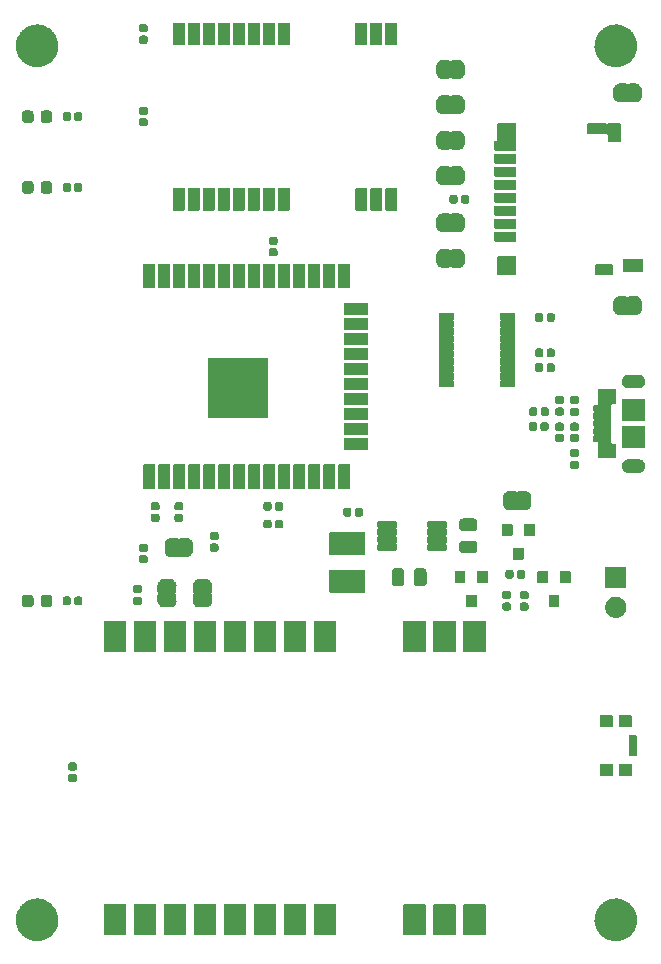
<source format=gbr>
G04 #@! TF.GenerationSoftware,KiCad,Pcbnew,5.99.0-unknown-38f13ef~100~ubuntu18.04.1*
G04 #@! TF.CreationDate,2020-02-03T12:08:33-08:00*
G04 #@! TF.ProjectId,board_esp32,626f6172-645f-4657-9370-33322e6b6963,rev?*
G04 #@! TF.SameCoordinates,Original*
G04 #@! TF.FileFunction,Soldermask,Top*
G04 #@! TF.FilePolarity,Negative*
%FSLAX46Y46*%
G04 Gerber Fmt 4.6, Leading zero omitted, Abs format (unit mm)*
G04 Created by KiCad (PCBNEW 5.99.0-unknown-38f13ef~100~ubuntu18.04.1) date 2020-02-03 12:08:33*
%MOMM*%
%LPD*%
G04 APERTURE LIST*
G04 APERTURE END LIST*
G36*
X62092570Y-85200135D02*
G01*
X62155803Y-85201129D01*
X62219821Y-85211268D01*
X62290309Y-85217435D01*
X62351474Y-85232120D01*
X62407708Y-85241026D01*
X62475710Y-85261946D01*
X62550600Y-85279926D01*
X62603095Y-85301135D01*
X62651478Y-85316020D01*
X62721559Y-85348998D01*
X62798795Y-85380203D01*
X62842172Y-85405754D01*
X62882262Y-85424619D01*
X62952286Y-85470616D01*
X63029443Y-85516065D01*
X63063671Y-85543782D01*
X63095430Y-85564644D01*
X63163037Y-85624247D01*
X63237475Y-85684526D01*
X63262974Y-85712353D01*
X63286745Y-85733310D01*
X63349400Y-85806670D01*
X63418322Y-85881885D01*
X63435913Y-85907964D01*
X63452384Y-85927250D01*
X63507489Y-86014081D01*
X63568010Y-86103808D01*
X63578838Y-86126508D01*
X63589049Y-86142599D01*
X63634038Y-86242238D01*
X63683253Y-86345419D01*
X63688761Y-86363436D01*
X63694003Y-86375045D01*
X63726340Y-86486352D01*
X63761517Y-86601409D01*
X63763370Y-86613810D01*
X63765160Y-86619970D01*
X63782506Y-86741846D01*
X63801084Y-86866156D01*
X63791611Y-87227922D01*
X63789217Y-87239689D01*
X63789135Y-87242297D01*
X63763547Y-87365857D01*
X63738242Y-87490235D01*
X63694883Y-87609365D01*
X63651420Y-87730086D01*
X63649897Y-87732963D01*
X63646688Y-87741779D01*
X63587930Y-87849999D01*
X63532076Y-87955488D01*
X63526447Y-87963235D01*
X63518959Y-87977027D01*
X63448317Y-88070771D01*
X63382162Y-88161826D01*
X63371103Y-88173238D01*
X63357860Y-88190812D01*
X63278455Y-88268843D01*
X63204665Y-88344988D01*
X63187120Y-88358598D01*
X63166932Y-88378436D01*
X63081891Y-88440222D01*
X63003143Y-88501306D01*
X62978362Y-88515441D01*
X62950369Y-88535779D01*
X62862635Y-88581450D01*
X62781596Y-88627674D01*
X62749201Y-88640500D01*
X62712927Y-88659383D01*
X62625306Y-88689553D01*
X62544458Y-88721563D01*
X62504440Y-88731170D01*
X62459824Y-88746533D01*
X62374859Y-88762280D01*
X62296457Y-88781103D01*
X62249196Y-88785570D01*
X62196619Y-88795315D01*
X62116512Y-88798113D01*
X62042540Y-88805105D01*
X61988825Y-88802572D01*
X61929095Y-88804658D01*
X61855676Y-88796293D01*
X61787775Y-88793091D01*
X61728754Y-88781832D01*
X61663128Y-88774355D01*
X61597813Y-88756854D01*
X61537246Y-88745300D01*
X61474432Y-88723794D01*
X61404562Y-88705072D01*
X61348301Y-88680609D01*
X61295941Y-88662682D01*
X61231160Y-88629675D01*
X61159077Y-88598332D01*
X61112389Y-88569158D01*
X61068695Y-88546895D01*
X61004031Y-88501448D01*
X60932065Y-88456479D01*
X60894984Y-88424809D01*
X60860026Y-88400240D01*
X60797795Y-88341801D01*
X60728514Y-88282630D01*
X60700654Y-88250581D01*
X60674100Y-88225645D01*
X60616751Y-88154061D01*
X60552896Y-88080604D01*
X60533460Y-88050095D01*
X60514639Y-88026603D01*
X60464730Y-87942212D01*
X60409067Y-87854839D01*
X60396912Y-87827539D01*
X60384804Y-87807065D01*
X60344833Y-87710566D01*
X60300189Y-87610294D01*
X60293889Y-87587577D01*
X60287202Y-87571433D01*
X60259618Y-87463999D01*
X60228653Y-87352343D01*
X60226548Y-87335199D01*
X60223774Y-87324395D01*
X60210869Y-87207505D01*
X60196030Y-87086651D01*
X60196317Y-87075695D01*
X60195786Y-87070886D01*
X60199724Y-86945563D01*
X60203037Y-86819055D01*
X60224728Y-86696041D01*
X60247649Y-86564711D01*
X60248166Y-86563120D01*
X60249521Y-86555435D01*
X60289002Y-86437440D01*
X60326461Y-86322150D01*
X60329981Y-86314966D01*
X60334459Y-86301581D01*
X60388417Y-86195682D01*
X60438670Y-86093103D01*
X60446716Y-86081264D01*
X60455986Y-86063070D01*
X60521488Y-85971240D01*
X60582026Y-85882160D01*
X60595916Y-85866895D01*
X60611433Y-85845141D01*
X60685518Y-85768423D01*
X60753676Y-85693519D01*
X60774442Y-85676340D01*
X60797384Y-85652583D01*
X60877104Y-85591411D01*
X60950199Y-85530943D01*
X60978551Y-85513569D01*
X61009755Y-85489625D01*
X61092177Y-85443938D01*
X61167664Y-85397679D01*
X61203989Y-85381960D01*
X61243880Y-85359848D01*
X61326282Y-85329039D01*
X61401730Y-85296390D01*
X61445993Y-85284281D01*
X61494615Y-85266102D01*
X61574556Y-85249110D01*
X61647748Y-85229087D01*
X61699538Y-85222544D01*
X61756452Y-85210447D01*
X61831759Y-85205841D01*
X61900777Y-85197122D01*
X61959283Y-85198041D01*
X62023640Y-85194105D01*
X62092570Y-85200135D01*
G37*
G36*
X13092570Y-85200135D02*
G01*
X13155803Y-85201129D01*
X13219821Y-85211268D01*
X13290309Y-85217435D01*
X13351474Y-85232120D01*
X13407708Y-85241026D01*
X13475710Y-85261946D01*
X13550600Y-85279926D01*
X13603095Y-85301135D01*
X13651478Y-85316020D01*
X13721559Y-85348998D01*
X13798795Y-85380203D01*
X13842172Y-85405754D01*
X13882262Y-85424619D01*
X13952286Y-85470616D01*
X14029443Y-85516065D01*
X14063671Y-85543782D01*
X14095430Y-85564644D01*
X14163037Y-85624247D01*
X14237475Y-85684526D01*
X14262974Y-85712353D01*
X14286745Y-85733310D01*
X14349400Y-85806670D01*
X14418322Y-85881885D01*
X14435913Y-85907964D01*
X14452384Y-85927250D01*
X14507489Y-86014081D01*
X14568010Y-86103808D01*
X14578838Y-86126508D01*
X14589049Y-86142599D01*
X14634038Y-86242238D01*
X14683253Y-86345419D01*
X14688761Y-86363436D01*
X14694003Y-86375045D01*
X14726340Y-86486352D01*
X14761517Y-86601409D01*
X14763370Y-86613810D01*
X14765160Y-86619970D01*
X14782506Y-86741846D01*
X14801084Y-86866156D01*
X14791611Y-87227922D01*
X14789217Y-87239689D01*
X14789135Y-87242297D01*
X14763547Y-87365857D01*
X14738242Y-87490235D01*
X14694883Y-87609365D01*
X14651420Y-87730086D01*
X14649897Y-87732963D01*
X14646688Y-87741779D01*
X14587930Y-87849999D01*
X14532076Y-87955488D01*
X14526447Y-87963235D01*
X14518959Y-87977027D01*
X14448317Y-88070771D01*
X14382162Y-88161826D01*
X14371103Y-88173238D01*
X14357860Y-88190812D01*
X14278455Y-88268843D01*
X14204665Y-88344988D01*
X14187120Y-88358598D01*
X14166932Y-88378436D01*
X14081891Y-88440222D01*
X14003143Y-88501306D01*
X13978362Y-88515441D01*
X13950369Y-88535779D01*
X13862635Y-88581450D01*
X13781596Y-88627674D01*
X13749201Y-88640500D01*
X13712927Y-88659383D01*
X13625306Y-88689553D01*
X13544458Y-88721563D01*
X13504440Y-88731170D01*
X13459824Y-88746533D01*
X13374859Y-88762280D01*
X13296457Y-88781103D01*
X13249196Y-88785570D01*
X13196619Y-88795315D01*
X13116512Y-88798113D01*
X13042540Y-88805105D01*
X12988825Y-88802572D01*
X12929095Y-88804658D01*
X12855676Y-88796293D01*
X12787775Y-88793091D01*
X12728754Y-88781832D01*
X12663128Y-88774355D01*
X12597813Y-88756854D01*
X12537246Y-88745300D01*
X12474432Y-88723794D01*
X12404562Y-88705072D01*
X12348301Y-88680609D01*
X12295941Y-88662682D01*
X12231160Y-88629675D01*
X12159077Y-88598332D01*
X12112389Y-88569158D01*
X12068695Y-88546895D01*
X12004031Y-88501448D01*
X11932065Y-88456479D01*
X11894984Y-88424809D01*
X11860026Y-88400240D01*
X11797795Y-88341801D01*
X11728514Y-88282630D01*
X11700654Y-88250581D01*
X11674100Y-88225645D01*
X11616751Y-88154061D01*
X11552896Y-88080604D01*
X11533460Y-88050095D01*
X11514639Y-88026603D01*
X11464730Y-87942212D01*
X11409067Y-87854839D01*
X11396912Y-87827539D01*
X11384804Y-87807065D01*
X11344833Y-87710566D01*
X11300189Y-87610294D01*
X11293889Y-87587577D01*
X11287202Y-87571433D01*
X11259618Y-87463999D01*
X11228653Y-87352343D01*
X11226548Y-87335199D01*
X11223774Y-87324395D01*
X11210869Y-87207505D01*
X11196030Y-87086651D01*
X11196317Y-87075695D01*
X11195786Y-87070886D01*
X11199724Y-86945563D01*
X11203037Y-86819055D01*
X11224728Y-86696041D01*
X11247649Y-86564711D01*
X11248166Y-86563120D01*
X11249521Y-86555435D01*
X11289002Y-86437440D01*
X11326461Y-86322150D01*
X11329981Y-86314966D01*
X11334459Y-86301581D01*
X11388417Y-86195682D01*
X11438670Y-86093103D01*
X11446716Y-86081264D01*
X11455986Y-86063070D01*
X11521488Y-85971240D01*
X11582026Y-85882160D01*
X11595916Y-85866895D01*
X11611433Y-85845141D01*
X11685518Y-85768423D01*
X11753676Y-85693519D01*
X11774442Y-85676340D01*
X11797384Y-85652583D01*
X11877104Y-85591411D01*
X11950199Y-85530943D01*
X11978551Y-85513569D01*
X12009755Y-85489625D01*
X12092177Y-85443938D01*
X12167664Y-85397679D01*
X12203989Y-85381960D01*
X12243880Y-85359848D01*
X12326282Y-85329039D01*
X12401730Y-85296390D01*
X12445993Y-85284281D01*
X12494615Y-85266102D01*
X12574556Y-85249110D01*
X12647748Y-85229087D01*
X12699538Y-85222544D01*
X12756452Y-85210447D01*
X12831759Y-85205841D01*
X12900777Y-85197122D01*
X12959283Y-85198041D01*
X13023640Y-85194105D01*
X13092570Y-85200135D01*
G37*
G36*
X38309899Y-85701959D02*
G01*
X38326769Y-85713231D01*
X38338041Y-85730101D01*
X38344448Y-85762312D01*
X38344448Y-88237688D01*
X38341999Y-88250000D01*
X38338041Y-88269899D01*
X38326769Y-88286769D01*
X38309899Y-88298041D01*
X38290000Y-88301999D01*
X38277688Y-88304448D01*
X36502312Y-88304448D01*
X36470101Y-88298041D01*
X36453231Y-88286769D01*
X36441959Y-88269899D01*
X36435552Y-88237688D01*
X36435552Y-85762312D01*
X36441959Y-85730101D01*
X36453231Y-85713231D01*
X36470101Y-85701959D01*
X36502312Y-85695552D01*
X38277688Y-85695552D01*
X38309899Y-85701959D01*
G37*
G36*
X50959899Y-85701959D02*
G01*
X50976769Y-85713231D01*
X50988041Y-85730101D01*
X50994448Y-85762312D01*
X50994448Y-88237688D01*
X50991999Y-88250000D01*
X50988041Y-88269899D01*
X50976769Y-88286769D01*
X50959899Y-88298041D01*
X50940000Y-88301999D01*
X50927688Y-88304448D01*
X49152312Y-88304448D01*
X49120101Y-88298041D01*
X49103231Y-88286769D01*
X49091959Y-88269899D01*
X49085552Y-88237688D01*
X49085552Y-85762312D01*
X49091959Y-85730101D01*
X49103231Y-85713231D01*
X49120101Y-85701959D01*
X49152312Y-85695552D01*
X50927688Y-85695552D01*
X50959899Y-85701959D01*
G37*
G36*
X48419899Y-85701959D02*
G01*
X48436769Y-85713231D01*
X48448041Y-85730101D01*
X48454448Y-85762312D01*
X48454448Y-88237688D01*
X48451999Y-88250000D01*
X48448041Y-88269899D01*
X48436769Y-88286769D01*
X48419899Y-88298041D01*
X48400000Y-88301999D01*
X48387688Y-88304448D01*
X46612312Y-88304448D01*
X46580101Y-88298041D01*
X46563231Y-88286769D01*
X46551959Y-88269899D01*
X46545552Y-88237688D01*
X46545552Y-85762312D01*
X46551959Y-85730101D01*
X46563231Y-85713231D01*
X46580101Y-85701959D01*
X46612312Y-85695552D01*
X48387688Y-85695552D01*
X48419899Y-85701959D01*
G37*
G36*
X45879899Y-85701959D02*
G01*
X45896769Y-85713231D01*
X45908041Y-85730101D01*
X45914448Y-85762312D01*
X45914448Y-88237688D01*
X45911999Y-88250000D01*
X45908041Y-88269899D01*
X45896769Y-88286769D01*
X45879899Y-88298041D01*
X45860000Y-88301999D01*
X45847688Y-88304448D01*
X44072312Y-88304448D01*
X44040101Y-88298041D01*
X44023231Y-88286769D01*
X44011959Y-88269899D01*
X44005552Y-88237688D01*
X44005552Y-85762312D01*
X44011959Y-85730101D01*
X44023231Y-85713231D01*
X44040101Y-85701959D01*
X44072312Y-85695552D01*
X45847688Y-85695552D01*
X45879899Y-85701959D01*
G37*
G36*
X20529899Y-85701959D02*
G01*
X20546769Y-85713231D01*
X20558041Y-85730101D01*
X20564448Y-85762312D01*
X20564448Y-88237688D01*
X20561999Y-88250000D01*
X20558041Y-88269899D01*
X20546769Y-88286769D01*
X20529899Y-88298041D01*
X20510000Y-88301999D01*
X20497688Y-88304448D01*
X18722312Y-88304448D01*
X18690101Y-88298041D01*
X18673231Y-88286769D01*
X18661959Y-88269899D01*
X18655552Y-88237688D01*
X18655552Y-85762312D01*
X18661959Y-85730101D01*
X18673231Y-85713231D01*
X18690101Y-85701959D01*
X18722312Y-85695552D01*
X20497688Y-85695552D01*
X20529899Y-85701959D01*
G37*
G36*
X23069899Y-85701959D02*
G01*
X23086769Y-85713231D01*
X23098041Y-85730101D01*
X23104448Y-85762312D01*
X23104448Y-88237688D01*
X23101999Y-88250000D01*
X23098041Y-88269899D01*
X23086769Y-88286769D01*
X23069899Y-88298041D01*
X23050000Y-88301999D01*
X23037688Y-88304448D01*
X21262312Y-88304448D01*
X21230101Y-88298041D01*
X21213231Y-88286769D01*
X21201959Y-88269899D01*
X21195552Y-88237688D01*
X21195552Y-85762312D01*
X21201959Y-85730101D01*
X21213231Y-85713231D01*
X21230101Y-85701959D01*
X21262312Y-85695552D01*
X23037688Y-85695552D01*
X23069899Y-85701959D01*
G37*
G36*
X28149899Y-85701959D02*
G01*
X28166769Y-85713231D01*
X28178041Y-85730101D01*
X28184448Y-85762312D01*
X28184448Y-88237688D01*
X28181999Y-88250000D01*
X28178041Y-88269899D01*
X28166769Y-88286769D01*
X28149899Y-88298041D01*
X28130000Y-88301999D01*
X28117688Y-88304448D01*
X26342312Y-88304448D01*
X26310101Y-88298041D01*
X26293231Y-88286769D01*
X26281959Y-88269899D01*
X26275552Y-88237688D01*
X26275552Y-85762312D01*
X26281959Y-85730101D01*
X26293231Y-85713231D01*
X26310101Y-85701959D01*
X26342312Y-85695552D01*
X28117688Y-85695552D01*
X28149899Y-85701959D01*
G37*
G36*
X30689899Y-85701959D02*
G01*
X30706769Y-85713231D01*
X30718041Y-85730101D01*
X30724448Y-85762312D01*
X30724448Y-88237688D01*
X30721999Y-88250000D01*
X30718041Y-88269899D01*
X30706769Y-88286769D01*
X30689899Y-88298041D01*
X30670000Y-88301999D01*
X30657688Y-88304448D01*
X28882312Y-88304448D01*
X28850101Y-88298041D01*
X28833231Y-88286769D01*
X28821959Y-88269899D01*
X28815552Y-88237688D01*
X28815552Y-85762312D01*
X28821959Y-85730101D01*
X28833231Y-85713231D01*
X28850101Y-85701959D01*
X28882312Y-85695552D01*
X30657688Y-85695552D01*
X30689899Y-85701959D01*
G37*
G36*
X35769899Y-85701959D02*
G01*
X35786769Y-85713231D01*
X35798041Y-85730101D01*
X35804448Y-85762312D01*
X35804448Y-88237688D01*
X35801999Y-88250000D01*
X35798041Y-88269899D01*
X35786769Y-88286769D01*
X35769899Y-88298041D01*
X35750000Y-88301999D01*
X35737688Y-88304448D01*
X33962312Y-88304448D01*
X33930101Y-88298041D01*
X33913231Y-88286769D01*
X33901959Y-88269899D01*
X33895552Y-88237688D01*
X33895552Y-85762312D01*
X33901959Y-85730101D01*
X33913231Y-85713231D01*
X33930101Y-85701959D01*
X33962312Y-85695552D01*
X35737688Y-85695552D01*
X35769899Y-85701959D01*
G37*
G36*
X33229899Y-85701959D02*
G01*
X33246769Y-85713231D01*
X33258041Y-85730101D01*
X33264448Y-85762312D01*
X33264448Y-88237688D01*
X33261999Y-88250000D01*
X33258041Y-88269899D01*
X33246769Y-88286769D01*
X33229899Y-88298041D01*
X33210000Y-88301999D01*
X33197688Y-88304448D01*
X31422312Y-88304448D01*
X31390101Y-88298041D01*
X31373231Y-88286769D01*
X31361959Y-88269899D01*
X31355552Y-88237688D01*
X31355552Y-85762312D01*
X31361959Y-85730101D01*
X31373231Y-85713231D01*
X31390101Y-85701959D01*
X31422312Y-85695552D01*
X33197688Y-85695552D01*
X33229899Y-85701959D01*
G37*
G36*
X25609899Y-85701959D02*
G01*
X25626769Y-85713231D01*
X25638041Y-85730101D01*
X25644448Y-85762312D01*
X25644448Y-88237688D01*
X25641999Y-88250000D01*
X25638041Y-88269899D01*
X25626769Y-88286769D01*
X25609899Y-88298041D01*
X25590000Y-88301999D01*
X25577688Y-88304448D01*
X23802312Y-88304448D01*
X23770101Y-88298041D01*
X23753231Y-88286769D01*
X23741959Y-88269899D01*
X23735552Y-88237688D01*
X23735552Y-85762312D01*
X23741959Y-85730101D01*
X23753231Y-85713231D01*
X23770101Y-85701959D01*
X23802312Y-85695552D01*
X25577688Y-85695552D01*
X25609899Y-85701959D01*
G37*
G36*
X16169022Y-74653001D02*
G01*
X16169610Y-74653001D01*
X16174203Y-74653915D01*
X16239163Y-74665369D01*
X16243040Y-74667607D01*
X16247061Y-74668407D01*
X16263815Y-74679602D01*
X16299786Y-74700369D01*
X16306026Y-74707805D01*
X16312721Y-74712279D01*
X16324222Y-74729492D01*
X16341137Y-74749651D01*
X16343444Y-74758259D01*
X16356593Y-74777939D01*
X16371999Y-74855390D01*
X16371999Y-74864828D01*
X16373715Y-74871232D01*
X16373715Y-75134290D01*
X16371999Y-75144022D01*
X16371999Y-75144610D01*
X16371085Y-75149203D01*
X16359631Y-75214163D01*
X16357393Y-75218040D01*
X16356593Y-75222061D01*
X16345398Y-75238815D01*
X16324631Y-75274786D01*
X16317194Y-75281026D01*
X16312721Y-75287721D01*
X16295511Y-75299220D01*
X16275350Y-75316137D01*
X16266740Y-75318444D01*
X16247061Y-75331593D01*
X16169610Y-75346999D01*
X16160172Y-75346999D01*
X16153768Y-75348715D01*
X15840710Y-75348715D01*
X15830978Y-75346999D01*
X15830390Y-75346999D01*
X15825797Y-75346085D01*
X15760837Y-75334631D01*
X15756960Y-75332393D01*
X15752939Y-75331593D01*
X15736185Y-75320398D01*
X15700214Y-75299631D01*
X15693974Y-75292194D01*
X15687279Y-75287721D01*
X15675780Y-75270511D01*
X15658863Y-75250350D01*
X15656556Y-75241740D01*
X15643407Y-75222061D01*
X15628001Y-75144610D01*
X15628001Y-75135172D01*
X15626285Y-75128768D01*
X15626285Y-74865710D01*
X15628001Y-74855978D01*
X15628001Y-74855390D01*
X15628915Y-74850797D01*
X15640369Y-74785837D01*
X15642607Y-74781960D01*
X15643407Y-74777939D01*
X15654602Y-74761185D01*
X15675369Y-74725214D01*
X15682805Y-74718974D01*
X15687279Y-74712279D01*
X15704492Y-74700778D01*
X15724651Y-74683863D01*
X15733259Y-74681556D01*
X15752939Y-74668407D01*
X15830390Y-74653001D01*
X15839828Y-74653001D01*
X15846232Y-74651285D01*
X16159290Y-74651285D01*
X16169022Y-74653001D01*
G37*
G36*
X61719899Y-73801959D02*
G01*
X61736769Y-73813231D01*
X61748041Y-73830101D01*
X61754448Y-73862312D01*
X61754448Y-74737688D01*
X61751999Y-74750000D01*
X61748041Y-74769899D01*
X61736769Y-74786769D01*
X61719899Y-74798041D01*
X61700000Y-74801999D01*
X61687688Y-74804448D01*
X60712312Y-74804448D01*
X60680101Y-74798041D01*
X60663231Y-74786769D01*
X60651959Y-74769899D01*
X60645552Y-74737688D01*
X60645552Y-73862312D01*
X60651959Y-73830101D01*
X60663231Y-73813231D01*
X60680101Y-73801959D01*
X60712312Y-73795552D01*
X61687688Y-73795552D01*
X61719899Y-73801959D01*
G37*
G36*
X63319899Y-73801959D02*
G01*
X63336769Y-73813231D01*
X63348041Y-73830101D01*
X63354448Y-73862312D01*
X63354448Y-74737688D01*
X63351999Y-74750000D01*
X63348041Y-74769899D01*
X63336769Y-74786769D01*
X63319899Y-74798041D01*
X63300000Y-74801999D01*
X63287688Y-74804448D01*
X62312312Y-74804448D01*
X62280101Y-74798041D01*
X62263231Y-74786769D01*
X62251959Y-74769899D01*
X62245552Y-74737688D01*
X62245552Y-73862312D01*
X62251959Y-73830101D01*
X62263231Y-73813231D01*
X62280101Y-73801959D01*
X62312312Y-73795552D01*
X63287688Y-73795552D01*
X63319899Y-73801959D01*
G37*
G36*
X16169022Y-73683001D02*
G01*
X16169610Y-73683001D01*
X16174203Y-73683915D01*
X16239163Y-73695369D01*
X16243040Y-73697607D01*
X16247061Y-73698407D01*
X16263815Y-73709602D01*
X16299786Y-73730369D01*
X16306026Y-73737805D01*
X16312721Y-73742279D01*
X16324222Y-73759492D01*
X16341137Y-73779651D01*
X16343444Y-73788259D01*
X16356593Y-73807939D01*
X16371999Y-73885390D01*
X16371999Y-73894828D01*
X16373715Y-73901232D01*
X16373715Y-74164290D01*
X16371999Y-74174022D01*
X16371999Y-74174610D01*
X16371085Y-74179203D01*
X16359631Y-74244163D01*
X16357393Y-74248040D01*
X16356593Y-74252061D01*
X16345398Y-74268815D01*
X16324631Y-74304786D01*
X16317194Y-74311026D01*
X16312721Y-74317721D01*
X16295511Y-74329220D01*
X16275350Y-74346137D01*
X16266740Y-74348444D01*
X16247061Y-74361593D01*
X16169610Y-74376999D01*
X16160172Y-74376999D01*
X16153768Y-74378715D01*
X15840710Y-74378715D01*
X15830978Y-74376999D01*
X15830390Y-74376999D01*
X15825797Y-74376085D01*
X15760837Y-74364631D01*
X15756960Y-74362393D01*
X15752939Y-74361593D01*
X15736185Y-74350398D01*
X15700214Y-74329631D01*
X15693974Y-74322194D01*
X15687279Y-74317721D01*
X15675780Y-74300511D01*
X15658863Y-74280350D01*
X15656556Y-74271740D01*
X15643407Y-74252061D01*
X15628001Y-74174610D01*
X15628001Y-74165172D01*
X15626285Y-74158768D01*
X15626285Y-73895710D01*
X15628001Y-73885978D01*
X15628001Y-73885390D01*
X15628915Y-73880797D01*
X15640369Y-73815837D01*
X15642607Y-73811960D01*
X15643407Y-73807939D01*
X15654602Y-73791185D01*
X15675369Y-73755214D01*
X15682805Y-73748974D01*
X15687279Y-73742279D01*
X15704492Y-73730778D01*
X15724651Y-73713863D01*
X15733259Y-73711556D01*
X15752939Y-73698407D01*
X15830390Y-73683001D01*
X15839828Y-73683001D01*
X15846232Y-73681285D01*
X16159290Y-73681285D01*
X16169022Y-73683001D01*
G37*
G36*
X63719899Y-71351959D02*
G01*
X63736769Y-71363231D01*
X63748041Y-71380101D01*
X63754448Y-71412312D01*
X63754448Y-73087688D01*
X63751999Y-73100000D01*
X63748041Y-73119899D01*
X63736769Y-73136769D01*
X63719899Y-73148041D01*
X63700000Y-73151999D01*
X63687688Y-73154448D01*
X63162312Y-73154448D01*
X63130101Y-73148041D01*
X63113231Y-73136769D01*
X63101959Y-73119899D01*
X63095552Y-73087688D01*
X63095552Y-71412312D01*
X63101959Y-71380101D01*
X63113231Y-71363231D01*
X63130101Y-71351959D01*
X63162312Y-71345552D01*
X63687688Y-71345552D01*
X63719899Y-71351959D01*
G37*
G36*
X63319899Y-69701959D02*
G01*
X63336769Y-69713231D01*
X63348041Y-69730101D01*
X63354448Y-69762312D01*
X63354448Y-70637688D01*
X63351999Y-70650000D01*
X63348041Y-70669899D01*
X63336769Y-70686769D01*
X63319899Y-70698041D01*
X63300000Y-70701999D01*
X63287688Y-70704448D01*
X62312312Y-70704448D01*
X62280101Y-70698041D01*
X62263231Y-70686769D01*
X62251959Y-70669899D01*
X62245552Y-70637688D01*
X62245552Y-69762312D01*
X62251959Y-69730101D01*
X62263231Y-69713231D01*
X62280101Y-69701959D01*
X62312312Y-69695552D01*
X63287688Y-69695552D01*
X63319899Y-69701959D01*
G37*
G36*
X61719899Y-69701959D02*
G01*
X61736769Y-69713231D01*
X61748041Y-69730101D01*
X61754448Y-69762312D01*
X61754448Y-70637688D01*
X61751999Y-70650000D01*
X61748041Y-70669899D01*
X61736769Y-70686769D01*
X61719899Y-70698041D01*
X61700000Y-70701999D01*
X61687688Y-70704448D01*
X60712312Y-70704448D01*
X60680101Y-70698041D01*
X60663231Y-70686769D01*
X60651959Y-70669899D01*
X60645552Y-70637688D01*
X60645552Y-69762312D01*
X60651959Y-69730101D01*
X60663231Y-69713231D01*
X60680101Y-69701959D01*
X60712312Y-69695552D01*
X61687688Y-69695552D01*
X61719899Y-69701959D01*
G37*
G36*
X20529899Y-61701959D02*
G01*
X20546769Y-61713231D01*
X20558041Y-61730101D01*
X20564448Y-61762312D01*
X20564448Y-64237688D01*
X20561999Y-64250000D01*
X20558041Y-64269899D01*
X20546769Y-64286769D01*
X20529899Y-64298041D01*
X20510000Y-64301999D01*
X20497688Y-64304448D01*
X18722312Y-64304448D01*
X18690101Y-64298041D01*
X18673231Y-64286769D01*
X18661959Y-64269899D01*
X18655552Y-64237688D01*
X18655552Y-61762312D01*
X18661959Y-61730101D01*
X18673231Y-61713231D01*
X18690101Y-61701959D01*
X18722312Y-61695552D01*
X20497688Y-61695552D01*
X20529899Y-61701959D01*
G37*
G36*
X35769899Y-61701959D02*
G01*
X35786769Y-61713231D01*
X35798041Y-61730101D01*
X35804448Y-61762312D01*
X35804448Y-64237688D01*
X35801999Y-64250000D01*
X35798041Y-64269899D01*
X35786769Y-64286769D01*
X35769899Y-64298041D01*
X35750000Y-64301999D01*
X35737688Y-64304448D01*
X33962312Y-64304448D01*
X33930101Y-64298041D01*
X33913231Y-64286769D01*
X33901959Y-64269899D01*
X33895552Y-64237688D01*
X33895552Y-61762312D01*
X33901959Y-61730101D01*
X33913231Y-61713231D01*
X33930101Y-61701959D01*
X33962312Y-61695552D01*
X35737688Y-61695552D01*
X35769899Y-61701959D01*
G37*
G36*
X45879899Y-61701959D02*
G01*
X45896769Y-61713231D01*
X45908041Y-61730101D01*
X45914448Y-61762312D01*
X45914448Y-64237688D01*
X45911999Y-64250000D01*
X45908041Y-64269899D01*
X45896769Y-64286769D01*
X45879899Y-64298041D01*
X45860000Y-64301999D01*
X45847688Y-64304448D01*
X44072312Y-64304448D01*
X44040101Y-64298041D01*
X44023231Y-64286769D01*
X44011959Y-64269899D01*
X44005552Y-64237688D01*
X44005552Y-61762312D01*
X44011959Y-61730101D01*
X44023231Y-61713231D01*
X44040101Y-61701959D01*
X44072312Y-61695552D01*
X45847688Y-61695552D01*
X45879899Y-61701959D01*
G37*
G36*
X48419899Y-61701959D02*
G01*
X48436769Y-61713231D01*
X48448041Y-61730101D01*
X48454448Y-61762312D01*
X48454448Y-64237688D01*
X48451999Y-64250000D01*
X48448041Y-64269899D01*
X48436769Y-64286769D01*
X48419899Y-64298041D01*
X48400000Y-64301999D01*
X48387688Y-64304448D01*
X46612312Y-64304448D01*
X46580101Y-64298041D01*
X46563231Y-64286769D01*
X46551959Y-64269899D01*
X46545552Y-64237688D01*
X46545552Y-61762312D01*
X46551959Y-61730101D01*
X46563231Y-61713231D01*
X46580101Y-61701959D01*
X46612312Y-61695552D01*
X48387688Y-61695552D01*
X48419899Y-61701959D01*
G37*
G36*
X50959899Y-61701959D02*
G01*
X50976769Y-61713231D01*
X50988041Y-61730101D01*
X50994448Y-61762312D01*
X50994448Y-64237688D01*
X50991999Y-64250000D01*
X50988041Y-64269899D01*
X50976769Y-64286769D01*
X50959899Y-64298041D01*
X50940000Y-64301999D01*
X50927688Y-64304448D01*
X49152312Y-64304448D01*
X49120101Y-64298041D01*
X49103231Y-64286769D01*
X49091959Y-64269899D01*
X49085552Y-64237688D01*
X49085552Y-61762312D01*
X49091959Y-61730101D01*
X49103231Y-61713231D01*
X49120101Y-61701959D01*
X49152312Y-61695552D01*
X50927688Y-61695552D01*
X50959899Y-61701959D01*
G37*
G36*
X38309899Y-61701959D02*
G01*
X38326769Y-61713231D01*
X38338041Y-61730101D01*
X38344448Y-61762312D01*
X38344448Y-64237688D01*
X38341999Y-64250000D01*
X38338041Y-64269899D01*
X38326769Y-64286769D01*
X38309899Y-64298041D01*
X38290000Y-64301999D01*
X38277688Y-64304448D01*
X36502312Y-64304448D01*
X36470101Y-64298041D01*
X36453231Y-64286769D01*
X36441959Y-64269899D01*
X36435552Y-64237688D01*
X36435552Y-61762312D01*
X36441959Y-61730101D01*
X36453231Y-61713231D01*
X36470101Y-61701959D01*
X36502312Y-61695552D01*
X38277688Y-61695552D01*
X38309899Y-61701959D01*
G37*
G36*
X33229899Y-61701959D02*
G01*
X33246769Y-61713231D01*
X33258041Y-61730101D01*
X33264448Y-61762312D01*
X33264448Y-64237688D01*
X33261999Y-64250000D01*
X33258041Y-64269899D01*
X33246769Y-64286769D01*
X33229899Y-64298041D01*
X33210000Y-64301999D01*
X33197688Y-64304448D01*
X31422312Y-64304448D01*
X31390101Y-64298041D01*
X31373231Y-64286769D01*
X31361959Y-64269899D01*
X31355552Y-64237688D01*
X31355552Y-61762312D01*
X31361959Y-61730101D01*
X31373231Y-61713231D01*
X31390101Y-61701959D01*
X31422312Y-61695552D01*
X33197688Y-61695552D01*
X33229899Y-61701959D01*
G37*
G36*
X30689899Y-61701959D02*
G01*
X30706769Y-61713231D01*
X30718041Y-61730101D01*
X30724448Y-61762312D01*
X30724448Y-64237688D01*
X30721999Y-64250000D01*
X30718041Y-64269899D01*
X30706769Y-64286769D01*
X30689899Y-64298041D01*
X30670000Y-64301999D01*
X30657688Y-64304448D01*
X28882312Y-64304448D01*
X28850101Y-64298041D01*
X28833231Y-64286769D01*
X28821959Y-64269899D01*
X28815552Y-64237688D01*
X28815552Y-61762312D01*
X28821959Y-61730101D01*
X28833231Y-61713231D01*
X28850101Y-61701959D01*
X28882312Y-61695552D01*
X30657688Y-61695552D01*
X30689899Y-61701959D01*
G37*
G36*
X25609899Y-61701959D02*
G01*
X25626769Y-61713231D01*
X25638041Y-61730101D01*
X25644448Y-61762312D01*
X25644448Y-64237688D01*
X25641999Y-64250000D01*
X25638041Y-64269899D01*
X25626769Y-64286769D01*
X25609899Y-64298041D01*
X25590000Y-64301999D01*
X25577688Y-64304448D01*
X23802312Y-64304448D01*
X23770101Y-64298041D01*
X23753231Y-64286769D01*
X23741959Y-64269899D01*
X23735552Y-64237688D01*
X23735552Y-61762312D01*
X23741959Y-61730101D01*
X23753231Y-61713231D01*
X23770101Y-61701959D01*
X23802312Y-61695552D01*
X25577688Y-61695552D01*
X25609899Y-61701959D01*
G37*
G36*
X23069899Y-61701959D02*
G01*
X23086769Y-61713231D01*
X23098041Y-61730101D01*
X23104448Y-61762312D01*
X23104448Y-64237688D01*
X23101999Y-64250000D01*
X23098041Y-64269899D01*
X23086769Y-64286769D01*
X23069899Y-64298041D01*
X23050000Y-64301999D01*
X23037688Y-64304448D01*
X21262312Y-64304448D01*
X21230101Y-64298041D01*
X21213231Y-64286769D01*
X21201959Y-64269899D01*
X21195552Y-64237688D01*
X21195552Y-61762312D01*
X21201959Y-61730101D01*
X21213231Y-61713231D01*
X21230101Y-61701959D01*
X21262312Y-61695552D01*
X23037688Y-61695552D01*
X23069899Y-61701959D01*
G37*
G36*
X28149899Y-61701959D02*
G01*
X28166769Y-61713231D01*
X28178041Y-61730101D01*
X28184448Y-61762312D01*
X28184448Y-64237688D01*
X28181999Y-64250000D01*
X28178041Y-64269899D01*
X28166769Y-64286769D01*
X28149899Y-64298041D01*
X28130000Y-64301999D01*
X28117688Y-64304448D01*
X26342312Y-64304448D01*
X26310101Y-64298041D01*
X26293231Y-64286769D01*
X26281959Y-64269899D01*
X26275552Y-64237688D01*
X26275552Y-61762312D01*
X26281959Y-61730101D01*
X26293231Y-61713231D01*
X26310101Y-61701959D01*
X26342312Y-61695552D01*
X28117688Y-61695552D01*
X28149899Y-61701959D01*
G37*
G36*
X62049902Y-59639283D02*
G01*
X62094637Y-59639595D01*
X62138460Y-59648590D01*
X62188360Y-59653835D01*
X62230132Y-59667408D01*
X62267723Y-59675124D01*
X62314851Y-59694935D01*
X62368488Y-59712363D01*
X62401099Y-59731191D01*
X62430614Y-59743598D01*
X62478301Y-59775763D01*
X62532511Y-59807061D01*
X62555826Y-59828054D01*
X62577101Y-59842404D01*
X62622183Y-59887802D01*
X62673261Y-59933793D01*
X62688003Y-59954083D01*
X62701608Y-59967784D01*
X62740643Y-60026537D01*
X62784586Y-60087019D01*
X62792221Y-60104168D01*
X62799388Y-60114955D01*
X62828865Y-60186472D01*
X62861621Y-60260042D01*
X62864211Y-60272225D01*
X62866724Y-60278323D01*
X62883292Y-60361997D01*
X62900999Y-60445301D01*
X62900999Y-60634699D01*
X62898115Y-60648269D01*
X62898030Y-60654331D01*
X62879342Y-60736585D01*
X62861621Y-60819958D01*
X62859129Y-60825555D01*
X62859078Y-60825780D01*
X62787210Y-60987197D01*
X62787078Y-60987385D01*
X62784586Y-60992981D01*
X62734480Y-61061946D01*
X62685357Y-61131582D01*
X62680585Y-61136126D01*
X62673261Y-61146207D01*
X62613396Y-61200110D01*
X62557396Y-61253438D01*
X62546464Y-61260376D01*
X62532511Y-61272939D01*
X62467764Y-61310321D01*
X62408211Y-61348114D01*
X62390209Y-61355097D01*
X62368488Y-61367637D01*
X62303115Y-61388878D01*
X62243468Y-61412014D01*
X62218200Y-61416469D01*
X62188360Y-61426165D01*
X62126095Y-61432709D01*
X62069460Y-61442695D01*
X62037459Y-61442025D01*
X62000000Y-61445962D01*
X61943902Y-61440066D01*
X61892799Y-61438996D01*
X61855323Y-61430756D01*
X61811640Y-61426165D01*
X61763917Y-61410659D01*
X61720225Y-61401052D01*
X61679230Y-61383142D01*
X61631512Y-61367637D01*
X61593473Y-61345675D01*
X61558310Y-61330313D01*
X61516337Y-61301141D01*
X61467489Y-61272939D01*
X61439504Y-61247741D01*
X61413215Y-61229470D01*
X61373257Y-61188092D01*
X61326739Y-61146207D01*
X61308296Y-61120823D01*
X61290473Y-61102366D01*
X61255821Y-61048597D01*
X61215414Y-60992981D01*
X61205212Y-60970066D01*
X61194754Y-60953839D01*
X61168789Y-60888261D01*
X61138379Y-60819958D01*
X61134476Y-60801596D01*
X61129707Y-60789551D01*
X61115740Y-60713448D01*
X61099001Y-60634699D01*
X61099001Y-60622246D01*
X61097811Y-60615762D01*
X61099001Y-60530535D01*
X61099001Y-60445301D01*
X61100275Y-60439308D01*
X61100278Y-60439077D01*
X61137015Y-60266246D01*
X61137105Y-60266036D01*
X61138379Y-60260042D01*
X61173042Y-60182188D01*
X61206622Y-60103839D01*
X61210348Y-60098397D01*
X61215414Y-60087019D01*
X61262746Y-60021872D01*
X61306452Y-59958041D01*
X61315706Y-59948979D01*
X61326739Y-59933793D01*
X61382297Y-59883769D01*
X61432693Y-59834417D01*
X61448848Y-59823846D01*
X61467489Y-59807061D01*
X61527026Y-59772687D01*
X61580551Y-59737662D01*
X61604340Y-59728050D01*
X61631512Y-59712363D01*
X61691045Y-59693019D01*
X61744376Y-59671472D01*
X61775820Y-59665474D01*
X61811640Y-59653835D01*
X61867744Y-59647938D01*
X61917945Y-59638362D01*
X61956312Y-59638630D01*
X62000000Y-59634038D01*
X62049902Y-59639283D01*
G37*
G36*
X52919022Y-60138001D02*
G01*
X52919610Y-60138001D01*
X52924203Y-60138915D01*
X52989163Y-60150369D01*
X52993040Y-60152607D01*
X52997061Y-60153407D01*
X53013815Y-60164602D01*
X53049786Y-60185369D01*
X53056026Y-60192805D01*
X53062721Y-60197279D01*
X53074222Y-60214492D01*
X53091137Y-60234651D01*
X53093444Y-60243259D01*
X53106593Y-60262939D01*
X53121999Y-60340390D01*
X53121999Y-60349828D01*
X53123715Y-60356232D01*
X53123715Y-60619290D01*
X53121999Y-60629022D01*
X53121999Y-60629610D01*
X53121085Y-60634203D01*
X53109631Y-60699163D01*
X53107393Y-60703040D01*
X53106593Y-60707061D01*
X53095398Y-60723815D01*
X53074631Y-60759786D01*
X53067194Y-60766026D01*
X53062721Y-60772721D01*
X53045511Y-60784220D01*
X53025350Y-60801137D01*
X53016740Y-60803444D01*
X52997061Y-60816593D01*
X52919610Y-60831999D01*
X52910172Y-60831999D01*
X52903768Y-60833715D01*
X52590710Y-60833715D01*
X52580978Y-60831999D01*
X52580390Y-60831999D01*
X52575797Y-60831085D01*
X52510837Y-60819631D01*
X52506960Y-60817393D01*
X52502939Y-60816593D01*
X52486185Y-60805398D01*
X52450214Y-60784631D01*
X52443974Y-60777194D01*
X52437279Y-60772721D01*
X52425780Y-60755511D01*
X52408863Y-60735350D01*
X52406556Y-60726740D01*
X52393407Y-60707061D01*
X52378001Y-60629610D01*
X52378001Y-60620172D01*
X52376285Y-60613768D01*
X52376285Y-60350710D01*
X52378001Y-60340978D01*
X52378001Y-60340390D01*
X52378915Y-60335797D01*
X52390369Y-60270837D01*
X52392607Y-60266960D01*
X52393407Y-60262939D01*
X52404602Y-60246185D01*
X52425369Y-60210214D01*
X52432805Y-60203974D01*
X52437279Y-60197279D01*
X52454492Y-60185778D01*
X52474651Y-60168863D01*
X52483259Y-60166556D01*
X52502939Y-60153407D01*
X52580390Y-60138001D01*
X52589828Y-60138001D01*
X52596232Y-60136285D01*
X52909290Y-60136285D01*
X52919022Y-60138001D01*
G37*
G36*
X54419022Y-60138001D02*
G01*
X54419610Y-60138001D01*
X54424203Y-60138915D01*
X54489163Y-60150369D01*
X54493040Y-60152607D01*
X54497061Y-60153407D01*
X54513815Y-60164602D01*
X54549786Y-60185369D01*
X54556026Y-60192805D01*
X54562721Y-60197279D01*
X54574222Y-60214492D01*
X54591137Y-60234651D01*
X54593444Y-60243259D01*
X54606593Y-60262939D01*
X54621999Y-60340390D01*
X54621999Y-60349828D01*
X54623715Y-60356232D01*
X54623715Y-60619290D01*
X54621999Y-60629022D01*
X54621999Y-60629610D01*
X54621085Y-60634203D01*
X54609631Y-60699163D01*
X54607393Y-60703040D01*
X54606593Y-60707061D01*
X54595398Y-60723815D01*
X54574631Y-60759786D01*
X54567194Y-60766026D01*
X54562721Y-60772721D01*
X54545511Y-60784220D01*
X54525350Y-60801137D01*
X54516740Y-60803444D01*
X54497061Y-60816593D01*
X54419610Y-60831999D01*
X54410172Y-60831999D01*
X54403768Y-60833715D01*
X54090710Y-60833715D01*
X54080978Y-60831999D01*
X54080390Y-60831999D01*
X54075797Y-60831085D01*
X54010837Y-60819631D01*
X54006960Y-60817393D01*
X54002939Y-60816593D01*
X53986185Y-60805398D01*
X53950214Y-60784631D01*
X53943974Y-60777194D01*
X53937279Y-60772721D01*
X53925780Y-60755511D01*
X53908863Y-60735350D01*
X53906556Y-60726740D01*
X53893407Y-60707061D01*
X53878001Y-60629610D01*
X53878001Y-60620172D01*
X53876285Y-60613768D01*
X53876285Y-60350710D01*
X53878001Y-60340978D01*
X53878001Y-60340390D01*
X53878915Y-60335797D01*
X53890369Y-60270837D01*
X53892607Y-60266960D01*
X53893407Y-60262939D01*
X53904602Y-60246185D01*
X53925369Y-60210214D01*
X53932805Y-60203974D01*
X53937279Y-60197279D01*
X53954492Y-60185778D01*
X53974651Y-60168863D01*
X53983259Y-60166556D01*
X54002939Y-60153407D01*
X54080390Y-60138001D01*
X54089828Y-60138001D01*
X54096232Y-60136285D01*
X54409290Y-60136285D01*
X54419022Y-60138001D01*
G37*
G36*
X27179093Y-58142309D02*
G01*
X27179054Y-58145517D01*
X27181182Y-58145543D01*
X27182709Y-58145552D01*
X27244595Y-58145552D01*
X27252877Y-58146419D01*
X27325183Y-58147302D01*
X27359211Y-58152814D01*
X27478322Y-58190827D01*
X27508077Y-58205243D01*
X27612052Y-58275376D01*
X27636572Y-58297570D01*
X27716678Y-58394059D01*
X27733979Y-58422237D01*
X27783785Y-58537330D01*
X27792485Y-58569240D01*
X27807986Y-58693695D01*
X27807380Y-58726753D01*
X27806056Y-58734929D01*
X27804448Y-58754914D01*
X27804448Y-59187688D01*
X27798041Y-59219899D01*
X27786769Y-59236769D01*
X27772853Y-59246067D01*
X27727686Y-59300111D01*
X27718908Y-59369994D01*
X27772851Y-59453932D01*
X27786769Y-59463232D01*
X27798042Y-59480103D01*
X27804448Y-59512310D01*
X27804448Y-59957532D01*
X27805406Y-59972982D01*
X27807986Y-59993694D01*
X27807380Y-60026753D01*
X27787330Y-60150552D01*
X27777468Y-60182116D01*
X27723478Y-60295309D01*
X27705154Y-60322837D01*
X27621560Y-60416331D01*
X27596249Y-60437607D01*
X27489775Y-60503881D01*
X27459507Y-60517199D01*
X27338718Y-60550924D01*
X27305927Y-60555212D01*
X27244124Y-60554457D01*
X27242597Y-60554448D01*
X26819910Y-60554448D01*
X26807823Y-60555235D01*
X26680525Y-60553680D01*
X26647847Y-60548591D01*
X26527921Y-60511927D01*
X26497977Y-60497868D01*
X26393165Y-60429018D01*
X26368379Y-60407127D01*
X26287097Y-60311622D01*
X26269447Y-60283649D01*
X26218240Y-60169175D01*
X26209152Y-60137375D01*
X26192132Y-60013132D01*
X26192335Y-59980057D01*
X26194179Y-59967716D01*
X26195552Y-59949239D01*
X26195552Y-59512312D01*
X26201959Y-59480101D01*
X26213231Y-59463231D01*
X26227147Y-59453933D01*
X26272314Y-59399889D01*
X26281092Y-59330006D01*
X26227149Y-59246068D01*
X26213231Y-59236768D01*
X26201958Y-59219897D01*
X26195552Y-59187690D01*
X26195552Y-58746614D01*
X26194395Y-58729649D01*
X26192132Y-58713132D01*
X26192335Y-58680057D01*
X26210872Y-58556025D01*
X26220347Y-58524341D01*
X26272950Y-58410498D01*
X26290937Y-58382746D01*
X26373380Y-58288240D01*
X26398432Y-58266655D01*
X26504082Y-58199089D01*
X26534190Y-58185400D01*
X26654196Y-58150308D01*
X26688340Y-58145631D01*
X26744579Y-58146318D01*
X26752871Y-58145552D01*
X27178256Y-58145552D01*
X27178256Y-58142186D01*
X27179093Y-58142309D01*
G37*
G36*
X24179093Y-58142309D02*
G01*
X24179054Y-58145517D01*
X24181182Y-58145543D01*
X24182709Y-58145552D01*
X24244595Y-58145552D01*
X24252877Y-58146419D01*
X24325183Y-58147302D01*
X24359211Y-58152814D01*
X24478322Y-58190827D01*
X24508077Y-58205243D01*
X24612052Y-58275376D01*
X24636572Y-58297570D01*
X24716678Y-58394059D01*
X24733979Y-58422237D01*
X24783785Y-58537330D01*
X24792485Y-58569240D01*
X24807986Y-58693695D01*
X24807380Y-58726753D01*
X24806056Y-58734929D01*
X24804448Y-58754914D01*
X24804448Y-59187688D01*
X24798041Y-59219899D01*
X24786769Y-59236769D01*
X24772853Y-59246067D01*
X24727686Y-59300111D01*
X24718908Y-59369994D01*
X24772851Y-59453932D01*
X24786769Y-59463232D01*
X24798042Y-59480103D01*
X24804448Y-59512310D01*
X24804448Y-59957532D01*
X24805406Y-59972982D01*
X24807986Y-59993694D01*
X24807380Y-60026753D01*
X24787330Y-60150552D01*
X24777468Y-60182116D01*
X24723478Y-60295309D01*
X24705154Y-60322837D01*
X24621560Y-60416331D01*
X24596249Y-60437607D01*
X24489775Y-60503881D01*
X24459507Y-60517199D01*
X24338718Y-60550924D01*
X24305927Y-60555212D01*
X24244124Y-60554457D01*
X24242597Y-60554448D01*
X23819910Y-60554448D01*
X23807823Y-60555235D01*
X23680525Y-60553680D01*
X23647847Y-60548591D01*
X23527921Y-60511927D01*
X23497977Y-60497868D01*
X23393165Y-60429018D01*
X23368379Y-60407127D01*
X23287097Y-60311622D01*
X23269447Y-60283649D01*
X23218240Y-60169175D01*
X23209152Y-60137375D01*
X23192132Y-60013132D01*
X23192335Y-59980057D01*
X23194179Y-59967716D01*
X23195552Y-59949239D01*
X23195552Y-59512312D01*
X23201959Y-59480101D01*
X23213231Y-59463231D01*
X23227147Y-59453933D01*
X23272314Y-59399889D01*
X23281092Y-59330006D01*
X23227149Y-59246068D01*
X23213231Y-59236768D01*
X23201958Y-59219897D01*
X23195552Y-59187690D01*
X23195552Y-58746614D01*
X23194395Y-58729649D01*
X23192132Y-58713132D01*
X23192335Y-58680057D01*
X23210872Y-58556025D01*
X23220347Y-58524341D01*
X23272950Y-58410498D01*
X23290937Y-58382746D01*
X23373380Y-58288240D01*
X23398432Y-58266655D01*
X23504082Y-58199089D01*
X23534190Y-58185400D01*
X23654196Y-58150308D01*
X23688340Y-58145631D01*
X23744579Y-58146318D01*
X23752871Y-58145552D01*
X24178256Y-58145552D01*
X24178256Y-58142186D01*
X24179093Y-58142309D01*
G37*
G36*
X14001231Y-59473001D02*
G01*
X14001964Y-59473001D01*
X14004829Y-59473571D01*
X14087918Y-59486731D01*
X14098760Y-59492255D01*
X14107215Y-59493937D01*
X14123768Y-59504998D01*
X14164054Y-59525524D01*
X14183316Y-59544786D01*
X14196443Y-59553557D01*
X14205214Y-59566684D01*
X14224476Y-59585946D01*
X14245002Y-59626232D01*
X14256063Y-59642785D01*
X14257745Y-59651240D01*
X14263269Y-59662082D01*
X14276429Y-59745171D01*
X14276999Y-59748036D01*
X14276999Y-59748769D01*
X14278194Y-59756314D01*
X14278194Y-60243686D01*
X14276999Y-60251231D01*
X14276999Y-60251964D01*
X14276429Y-60254829D01*
X14263269Y-60337918D01*
X14257745Y-60348760D01*
X14256063Y-60357215D01*
X14245002Y-60373768D01*
X14224476Y-60414054D01*
X14205214Y-60433316D01*
X14196443Y-60446443D01*
X14183316Y-60455214D01*
X14164054Y-60474476D01*
X14123768Y-60495002D01*
X14107215Y-60506063D01*
X14098760Y-60507745D01*
X14087918Y-60513269D01*
X14004829Y-60526429D01*
X14001964Y-60526999D01*
X14001231Y-60526999D01*
X13993686Y-60528194D01*
X13581314Y-60528194D01*
X13573769Y-60526999D01*
X13573036Y-60526999D01*
X13570171Y-60526429D01*
X13487082Y-60513269D01*
X13476240Y-60507745D01*
X13467785Y-60506063D01*
X13451232Y-60495002D01*
X13410946Y-60474476D01*
X13391684Y-60455214D01*
X13378557Y-60446443D01*
X13369786Y-60433316D01*
X13350524Y-60414054D01*
X13329998Y-60373768D01*
X13318937Y-60357215D01*
X13317255Y-60348760D01*
X13311731Y-60337918D01*
X13298571Y-60254829D01*
X13298001Y-60251964D01*
X13298001Y-60251231D01*
X13296806Y-60243686D01*
X13296806Y-59756314D01*
X13298001Y-59748769D01*
X13298001Y-59748036D01*
X13298571Y-59745171D01*
X13311731Y-59662082D01*
X13317255Y-59651240D01*
X13318937Y-59642785D01*
X13329998Y-59626232D01*
X13350524Y-59585946D01*
X13369786Y-59566684D01*
X13378557Y-59553557D01*
X13391684Y-59544786D01*
X13410946Y-59525524D01*
X13451232Y-59504998D01*
X13467785Y-59493937D01*
X13476240Y-59492255D01*
X13487082Y-59486731D01*
X13570171Y-59473571D01*
X13573036Y-59473001D01*
X13573769Y-59473001D01*
X13581314Y-59471806D01*
X13993686Y-59471806D01*
X14001231Y-59473001D01*
G37*
G36*
X12426231Y-59473001D02*
G01*
X12426964Y-59473001D01*
X12429829Y-59473571D01*
X12512918Y-59486731D01*
X12523760Y-59492255D01*
X12532215Y-59493937D01*
X12548768Y-59504998D01*
X12589054Y-59525524D01*
X12608316Y-59544786D01*
X12621443Y-59553557D01*
X12630214Y-59566684D01*
X12649476Y-59585946D01*
X12670002Y-59626232D01*
X12681063Y-59642785D01*
X12682745Y-59651240D01*
X12688269Y-59662082D01*
X12701429Y-59745171D01*
X12701999Y-59748036D01*
X12701999Y-59748769D01*
X12703194Y-59756314D01*
X12703194Y-60243686D01*
X12701999Y-60251231D01*
X12701999Y-60251964D01*
X12701429Y-60254829D01*
X12688269Y-60337918D01*
X12682745Y-60348760D01*
X12681063Y-60357215D01*
X12670002Y-60373768D01*
X12649476Y-60414054D01*
X12630214Y-60433316D01*
X12621443Y-60446443D01*
X12608316Y-60455214D01*
X12589054Y-60474476D01*
X12548768Y-60495002D01*
X12532215Y-60506063D01*
X12523760Y-60507745D01*
X12512918Y-60513269D01*
X12429829Y-60526429D01*
X12426964Y-60526999D01*
X12426231Y-60526999D01*
X12418686Y-60528194D01*
X12006314Y-60528194D01*
X11998769Y-60526999D01*
X11998036Y-60526999D01*
X11995171Y-60526429D01*
X11912082Y-60513269D01*
X11901240Y-60507745D01*
X11892785Y-60506063D01*
X11876232Y-60495002D01*
X11835946Y-60474476D01*
X11816684Y-60455214D01*
X11803557Y-60446443D01*
X11794786Y-60433316D01*
X11775524Y-60414054D01*
X11754998Y-60373768D01*
X11743937Y-60357215D01*
X11742255Y-60348760D01*
X11736731Y-60337918D01*
X11723571Y-60254829D01*
X11723001Y-60251964D01*
X11723001Y-60251231D01*
X11721806Y-60243686D01*
X11721806Y-59756314D01*
X11723001Y-59748769D01*
X11723001Y-59748036D01*
X11723571Y-59745171D01*
X11736731Y-59662082D01*
X11742255Y-59651240D01*
X11743937Y-59642785D01*
X11754998Y-59626232D01*
X11775524Y-59585946D01*
X11794786Y-59566684D01*
X11803557Y-59553557D01*
X11816684Y-59544786D01*
X11835946Y-59525524D01*
X11876232Y-59504998D01*
X11892785Y-59493937D01*
X11901240Y-59492255D01*
X11912082Y-59486731D01*
X11995171Y-59473571D01*
X11998036Y-59473001D01*
X11998769Y-59473001D01*
X12006314Y-59471806D01*
X12418686Y-59471806D01*
X12426231Y-59473001D01*
G37*
G36*
X50184899Y-59501959D02*
G01*
X50201769Y-59513231D01*
X50213041Y-59530101D01*
X50219448Y-59562312D01*
X50219448Y-60437688D01*
X50213041Y-60469899D01*
X50201769Y-60486769D01*
X50184899Y-60498041D01*
X50171461Y-60500714D01*
X50165000Y-60501999D01*
X50152688Y-60504448D01*
X49377312Y-60504448D01*
X49345101Y-60498041D01*
X49328231Y-60486769D01*
X49316959Y-60469899D01*
X49310552Y-60437688D01*
X49310552Y-59562312D01*
X49316959Y-59530101D01*
X49328231Y-59513231D01*
X49345101Y-59501959D01*
X49377312Y-59495552D01*
X50152688Y-59495552D01*
X50184899Y-59501959D01*
G37*
G36*
X57184899Y-59501959D02*
G01*
X57201769Y-59513231D01*
X57213041Y-59530101D01*
X57219448Y-59562312D01*
X57219448Y-60437688D01*
X57213041Y-60469899D01*
X57201769Y-60486769D01*
X57184899Y-60498041D01*
X57171461Y-60500714D01*
X57165000Y-60501999D01*
X57152688Y-60504448D01*
X56377312Y-60504448D01*
X56345101Y-60498041D01*
X56328231Y-60486769D01*
X56316959Y-60469899D01*
X56310552Y-60437688D01*
X56310552Y-59562312D01*
X56316959Y-59530101D01*
X56328231Y-59513231D01*
X56345101Y-59501959D01*
X56377312Y-59495552D01*
X57152688Y-59495552D01*
X57184899Y-59501959D01*
G37*
G36*
X15659022Y-59628001D02*
G01*
X15659610Y-59628001D01*
X15664203Y-59628915D01*
X15729163Y-59640369D01*
X15733040Y-59642607D01*
X15737061Y-59643407D01*
X15753815Y-59654602D01*
X15789786Y-59675369D01*
X15796026Y-59682805D01*
X15802721Y-59687279D01*
X15814222Y-59704492D01*
X15831137Y-59724651D01*
X15833444Y-59733259D01*
X15846593Y-59752939D01*
X15861999Y-59830390D01*
X15861999Y-59839828D01*
X15863715Y-59846232D01*
X15863715Y-60159290D01*
X15861999Y-60169022D01*
X15861999Y-60169610D01*
X15861085Y-60174203D01*
X15849631Y-60239163D01*
X15847393Y-60243040D01*
X15846593Y-60247061D01*
X15835398Y-60263815D01*
X15814631Y-60299786D01*
X15807194Y-60306026D01*
X15802721Y-60312721D01*
X15785511Y-60324220D01*
X15765350Y-60341137D01*
X15756740Y-60343444D01*
X15737061Y-60356593D01*
X15659610Y-60371999D01*
X15650172Y-60371999D01*
X15643768Y-60373715D01*
X15380710Y-60373715D01*
X15370978Y-60371999D01*
X15370390Y-60371999D01*
X15365797Y-60371085D01*
X15300837Y-60359631D01*
X15296960Y-60357393D01*
X15292939Y-60356593D01*
X15276185Y-60345398D01*
X15240214Y-60324631D01*
X15233974Y-60317194D01*
X15227279Y-60312721D01*
X15215780Y-60295511D01*
X15198863Y-60275350D01*
X15196556Y-60266740D01*
X15183407Y-60247061D01*
X15168001Y-60169610D01*
X15168001Y-60160172D01*
X15166285Y-60153768D01*
X15166285Y-59840710D01*
X15168001Y-59830978D01*
X15168001Y-59830390D01*
X15168915Y-59825797D01*
X15180369Y-59760837D01*
X15182607Y-59756960D01*
X15183407Y-59752939D01*
X15194602Y-59736185D01*
X15215369Y-59700214D01*
X15222805Y-59693974D01*
X15227279Y-59687279D01*
X15244492Y-59675778D01*
X15264651Y-59658863D01*
X15273259Y-59656556D01*
X15292939Y-59643407D01*
X15370390Y-59628001D01*
X15379828Y-59628001D01*
X15386232Y-59626285D01*
X15649290Y-59626285D01*
X15659022Y-59628001D01*
G37*
G36*
X16629022Y-59628001D02*
G01*
X16629610Y-59628001D01*
X16634203Y-59628915D01*
X16699163Y-59640369D01*
X16703040Y-59642607D01*
X16707061Y-59643407D01*
X16723815Y-59654602D01*
X16759786Y-59675369D01*
X16766026Y-59682805D01*
X16772721Y-59687279D01*
X16784222Y-59704492D01*
X16801137Y-59724651D01*
X16803444Y-59733259D01*
X16816593Y-59752939D01*
X16831999Y-59830390D01*
X16831999Y-59839828D01*
X16833715Y-59846232D01*
X16833715Y-60159290D01*
X16831999Y-60169022D01*
X16831999Y-60169610D01*
X16831085Y-60174203D01*
X16819631Y-60239163D01*
X16817393Y-60243040D01*
X16816593Y-60247061D01*
X16805398Y-60263815D01*
X16784631Y-60299786D01*
X16777194Y-60306026D01*
X16772721Y-60312721D01*
X16755511Y-60324220D01*
X16735350Y-60341137D01*
X16726740Y-60343444D01*
X16707061Y-60356593D01*
X16629610Y-60371999D01*
X16620172Y-60371999D01*
X16613768Y-60373715D01*
X16350710Y-60373715D01*
X16340978Y-60371999D01*
X16340390Y-60371999D01*
X16335797Y-60371085D01*
X16270837Y-60359631D01*
X16266960Y-60357393D01*
X16262939Y-60356593D01*
X16246185Y-60345398D01*
X16210214Y-60324631D01*
X16203974Y-60317194D01*
X16197279Y-60312721D01*
X16185780Y-60295511D01*
X16168863Y-60275350D01*
X16166556Y-60266740D01*
X16153407Y-60247061D01*
X16138001Y-60169610D01*
X16138001Y-60160172D01*
X16136285Y-60153768D01*
X16136285Y-59840710D01*
X16138001Y-59830978D01*
X16138001Y-59830390D01*
X16138915Y-59825797D01*
X16150369Y-59760837D01*
X16152607Y-59756960D01*
X16153407Y-59752939D01*
X16164602Y-59736185D01*
X16185369Y-59700214D01*
X16192805Y-59693974D01*
X16197279Y-59687279D01*
X16214492Y-59675778D01*
X16234651Y-59658863D01*
X16243259Y-59656556D01*
X16262939Y-59643407D01*
X16340390Y-59628001D01*
X16349828Y-59628001D01*
X16356232Y-59626285D01*
X16619290Y-59626285D01*
X16629022Y-59628001D01*
G37*
G36*
X21669022Y-59638001D02*
G01*
X21669610Y-59638001D01*
X21674203Y-59638915D01*
X21739163Y-59650369D01*
X21743040Y-59652607D01*
X21747061Y-59653407D01*
X21763815Y-59664602D01*
X21799786Y-59685369D01*
X21806026Y-59692805D01*
X21812721Y-59697279D01*
X21824222Y-59714492D01*
X21841137Y-59734651D01*
X21843444Y-59743259D01*
X21856593Y-59762939D01*
X21871999Y-59840390D01*
X21871999Y-59849828D01*
X21873715Y-59856232D01*
X21873715Y-60119290D01*
X21871999Y-60129022D01*
X21871999Y-60129610D01*
X21871085Y-60134203D01*
X21859631Y-60199163D01*
X21857393Y-60203040D01*
X21856593Y-60207061D01*
X21845398Y-60223815D01*
X21824631Y-60259786D01*
X21817194Y-60266026D01*
X21812721Y-60272721D01*
X21795511Y-60284220D01*
X21775350Y-60301137D01*
X21766740Y-60303444D01*
X21747061Y-60316593D01*
X21669610Y-60331999D01*
X21660172Y-60331999D01*
X21653768Y-60333715D01*
X21340710Y-60333715D01*
X21330978Y-60331999D01*
X21330390Y-60331999D01*
X21325797Y-60331085D01*
X21260837Y-60319631D01*
X21256960Y-60317393D01*
X21252939Y-60316593D01*
X21236185Y-60305398D01*
X21200214Y-60284631D01*
X21193974Y-60277194D01*
X21187279Y-60272721D01*
X21175780Y-60255511D01*
X21158863Y-60235350D01*
X21156556Y-60226740D01*
X21143407Y-60207061D01*
X21128001Y-60129610D01*
X21128001Y-60120172D01*
X21126285Y-60113768D01*
X21126285Y-59850710D01*
X21128001Y-59840978D01*
X21128001Y-59840390D01*
X21128915Y-59835797D01*
X21140369Y-59770837D01*
X21142607Y-59766960D01*
X21143407Y-59762939D01*
X21154602Y-59746185D01*
X21175369Y-59710214D01*
X21182805Y-59703974D01*
X21187279Y-59697279D01*
X21204492Y-59685778D01*
X21224651Y-59668863D01*
X21233259Y-59666556D01*
X21252939Y-59653407D01*
X21330390Y-59638001D01*
X21339828Y-59638001D01*
X21346232Y-59636285D01*
X21659290Y-59636285D01*
X21669022Y-59638001D01*
G37*
G36*
X54419022Y-59168001D02*
G01*
X54419610Y-59168001D01*
X54424203Y-59168915D01*
X54489163Y-59180369D01*
X54493040Y-59182607D01*
X54497061Y-59183407D01*
X54513815Y-59194602D01*
X54549786Y-59215369D01*
X54556026Y-59222805D01*
X54562721Y-59227279D01*
X54574222Y-59244492D01*
X54591137Y-59264651D01*
X54593444Y-59273259D01*
X54606593Y-59292939D01*
X54621999Y-59370390D01*
X54621999Y-59379828D01*
X54623715Y-59386232D01*
X54623715Y-59649290D01*
X54621999Y-59659022D01*
X54621999Y-59659610D01*
X54621085Y-59664203D01*
X54609631Y-59729163D01*
X54607393Y-59733040D01*
X54606593Y-59737061D01*
X54595398Y-59753815D01*
X54574631Y-59789786D01*
X54567194Y-59796026D01*
X54562721Y-59802721D01*
X54545511Y-59814220D01*
X54525350Y-59831137D01*
X54516740Y-59833444D01*
X54497061Y-59846593D01*
X54419610Y-59861999D01*
X54410172Y-59861999D01*
X54403768Y-59863715D01*
X54090710Y-59863715D01*
X54080978Y-59861999D01*
X54080390Y-59861999D01*
X54075797Y-59861085D01*
X54010837Y-59849631D01*
X54006960Y-59847393D01*
X54002939Y-59846593D01*
X53986185Y-59835398D01*
X53950214Y-59814631D01*
X53943974Y-59807194D01*
X53937279Y-59802721D01*
X53925780Y-59785511D01*
X53908863Y-59765350D01*
X53906556Y-59756740D01*
X53893407Y-59737061D01*
X53878001Y-59659610D01*
X53878001Y-59650172D01*
X53876285Y-59643768D01*
X53876285Y-59380710D01*
X53878001Y-59370978D01*
X53878001Y-59370390D01*
X53878915Y-59365797D01*
X53890369Y-59300837D01*
X53892607Y-59296960D01*
X53893407Y-59292939D01*
X53904602Y-59276185D01*
X53925369Y-59240214D01*
X53932805Y-59233974D01*
X53937279Y-59227279D01*
X53954492Y-59215778D01*
X53974651Y-59198863D01*
X53983259Y-59196556D01*
X54002939Y-59183407D01*
X54080390Y-59168001D01*
X54089828Y-59168001D01*
X54096232Y-59166285D01*
X54409290Y-59166285D01*
X54419022Y-59168001D01*
G37*
G36*
X52919022Y-59168001D02*
G01*
X52919610Y-59168001D01*
X52924203Y-59168915D01*
X52989163Y-59180369D01*
X52993040Y-59182607D01*
X52997061Y-59183407D01*
X53013815Y-59194602D01*
X53049786Y-59215369D01*
X53056026Y-59222805D01*
X53062721Y-59227279D01*
X53074222Y-59244492D01*
X53091137Y-59264651D01*
X53093444Y-59273259D01*
X53106593Y-59292939D01*
X53121999Y-59370390D01*
X53121999Y-59379828D01*
X53123715Y-59386232D01*
X53123715Y-59649290D01*
X53121999Y-59659022D01*
X53121999Y-59659610D01*
X53121085Y-59664203D01*
X53109631Y-59729163D01*
X53107393Y-59733040D01*
X53106593Y-59737061D01*
X53095398Y-59753815D01*
X53074631Y-59789786D01*
X53067194Y-59796026D01*
X53062721Y-59802721D01*
X53045511Y-59814220D01*
X53025350Y-59831137D01*
X53016740Y-59833444D01*
X52997061Y-59846593D01*
X52919610Y-59861999D01*
X52910172Y-59861999D01*
X52903768Y-59863715D01*
X52590710Y-59863715D01*
X52580978Y-59861999D01*
X52580390Y-59861999D01*
X52575797Y-59861085D01*
X52510837Y-59849631D01*
X52506960Y-59847393D01*
X52502939Y-59846593D01*
X52486185Y-59835398D01*
X52450214Y-59814631D01*
X52443974Y-59807194D01*
X52437279Y-59802721D01*
X52425780Y-59785511D01*
X52408863Y-59765350D01*
X52406556Y-59756740D01*
X52393407Y-59737061D01*
X52378001Y-59659610D01*
X52378001Y-59650172D01*
X52376285Y-59643768D01*
X52376285Y-59380710D01*
X52378001Y-59370978D01*
X52378001Y-59370390D01*
X52378915Y-59365797D01*
X52390369Y-59300837D01*
X52392607Y-59296960D01*
X52393407Y-59292939D01*
X52404602Y-59276185D01*
X52425369Y-59240214D01*
X52432805Y-59233974D01*
X52437279Y-59227279D01*
X52454492Y-59215778D01*
X52474651Y-59198863D01*
X52483259Y-59196556D01*
X52502939Y-59183407D01*
X52580390Y-59168001D01*
X52589828Y-59168001D01*
X52596232Y-59166285D01*
X52909290Y-59166285D01*
X52919022Y-59168001D01*
G37*
G36*
X21669022Y-58668001D02*
G01*
X21669610Y-58668001D01*
X21674203Y-58668915D01*
X21739163Y-58680369D01*
X21743040Y-58682607D01*
X21747061Y-58683407D01*
X21763815Y-58694602D01*
X21799786Y-58715369D01*
X21806026Y-58722805D01*
X21812721Y-58727279D01*
X21824222Y-58744492D01*
X21841137Y-58764651D01*
X21843444Y-58773259D01*
X21856593Y-58792939D01*
X21871999Y-58870390D01*
X21871999Y-58879828D01*
X21873715Y-58886232D01*
X21873715Y-59149290D01*
X21871999Y-59159022D01*
X21871999Y-59159610D01*
X21871085Y-59164203D01*
X21859631Y-59229163D01*
X21857393Y-59233040D01*
X21856593Y-59237061D01*
X21845398Y-59253815D01*
X21824631Y-59289786D01*
X21817194Y-59296026D01*
X21812721Y-59302721D01*
X21795511Y-59314220D01*
X21775350Y-59331137D01*
X21766740Y-59333444D01*
X21747061Y-59346593D01*
X21669610Y-59361999D01*
X21660172Y-59361999D01*
X21653768Y-59363715D01*
X21340710Y-59363715D01*
X21330978Y-59361999D01*
X21330390Y-59361999D01*
X21325797Y-59361085D01*
X21260837Y-59349631D01*
X21256960Y-59347393D01*
X21252939Y-59346593D01*
X21236185Y-59335398D01*
X21200214Y-59314631D01*
X21193974Y-59307194D01*
X21187279Y-59302721D01*
X21175780Y-59285511D01*
X21158863Y-59265350D01*
X21156556Y-59256740D01*
X21143407Y-59237061D01*
X21128001Y-59159610D01*
X21128001Y-59150172D01*
X21126285Y-59143768D01*
X21126285Y-58880710D01*
X21128001Y-58870978D01*
X21128001Y-58870390D01*
X21128915Y-58865797D01*
X21140369Y-58800837D01*
X21142607Y-58796960D01*
X21143407Y-58792939D01*
X21154602Y-58776185D01*
X21175369Y-58740214D01*
X21182805Y-58733974D01*
X21187279Y-58727279D01*
X21204492Y-58715778D01*
X21224651Y-58698863D01*
X21233259Y-58696556D01*
X21252939Y-58683407D01*
X21330390Y-58668001D01*
X21339828Y-58668001D01*
X21346232Y-58666285D01*
X21659290Y-58666285D01*
X21669022Y-58668001D01*
G37*
G36*
X40719899Y-57401959D02*
G01*
X40736769Y-57413231D01*
X40748041Y-57430101D01*
X40754448Y-57462312D01*
X40754448Y-59237688D01*
X40751999Y-59250000D01*
X40748041Y-59269899D01*
X40736769Y-59286769D01*
X40719899Y-59298041D01*
X40700000Y-59301999D01*
X40687688Y-59304448D01*
X37812312Y-59304448D01*
X37780101Y-59298041D01*
X37763231Y-59286769D01*
X37751959Y-59269899D01*
X37745552Y-59237688D01*
X37745552Y-57462312D01*
X37751959Y-57430101D01*
X37763231Y-57413231D01*
X37780101Y-57401959D01*
X37812312Y-57395552D01*
X40687688Y-57395552D01*
X40719899Y-57401959D01*
G37*
G36*
X62869899Y-57101959D02*
G01*
X62886769Y-57113231D01*
X62898041Y-57130101D01*
X62904448Y-57162312D01*
X62904448Y-58837688D01*
X62901999Y-58850000D01*
X62898041Y-58869899D01*
X62886769Y-58886769D01*
X62869899Y-58898041D01*
X62850000Y-58901999D01*
X62837688Y-58904448D01*
X61162312Y-58904448D01*
X61130101Y-58898041D01*
X61113231Y-58886769D01*
X61101959Y-58869899D01*
X61095552Y-58837688D01*
X61095552Y-57162312D01*
X61101959Y-57130101D01*
X61113231Y-57113231D01*
X61130101Y-57101959D01*
X61162312Y-57095552D01*
X62837688Y-57095552D01*
X62869899Y-57101959D01*
G37*
G36*
X45676652Y-57248117D02*
G01*
X45677027Y-57248117D01*
X45679106Y-57248506D01*
X45770430Y-57262970D01*
X45778513Y-57267088D01*
X45785347Y-57268366D01*
X45805453Y-57280815D01*
X45853620Y-57305357D01*
X45867488Y-57319225D01*
X45879039Y-57326377D01*
X45892607Y-57344344D01*
X45919643Y-57371380D01*
X45933374Y-57398328D01*
X45945447Y-57414316D01*
X45948814Y-57428632D01*
X45962030Y-57454570D01*
X45976701Y-57547200D01*
X45976883Y-57547973D01*
X45976883Y-57548348D01*
X45978194Y-57556625D01*
X45978194Y-58443375D01*
X45976883Y-58451652D01*
X45976883Y-58452027D01*
X45976494Y-58454106D01*
X45962030Y-58545430D01*
X45957912Y-58553513D01*
X45956634Y-58560347D01*
X45944185Y-58580453D01*
X45919643Y-58628620D01*
X45905775Y-58642488D01*
X45898623Y-58654039D01*
X45880656Y-58667607D01*
X45853620Y-58694643D01*
X45826672Y-58708374D01*
X45810684Y-58720447D01*
X45796368Y-58723814D01*
X45770430Y-58737030D01*
X45677800Y-58751701D01*
X45677027Y-58751883D01*
X45676652Y-58751883D01*
X45668375Y-58753194D01*
X45206625Y-58753194D01*
X45198348Y-58751883D01*
X45197973Y-58751883D01*
X45195894Y-58751494D01*
X45104570Y-58737030D01*
X45096487Y-58732912D01*
X45089653Y-58731634D01*
X45069547Y-58719185D01*
X45021380Y-58694643D01*
X45007512Y-58680775D01*
X44995961Y-58673623D01*
X44982393Y-58655656D01*
X44955357Y-58628620D01*
X44941626Y-58601672D01*
X44929553Y-58585684D01*
X44926186Y-58571368D01*
X44912970Y-58545430D01*
X44898299Y-58452800D01*
X44898117Y-58452027D01*
X44898117Y-58451652D01*
X44896806Y-58443375D01*
X44896806Y-57556625D01*
X44898117Y-57548348D01*
X44898117Y-57547973D01*
X44898506Y-57545894D01*
X44912970Y-57454570D01*
X44917088Y-57446487D01*
X44918366Y-57439653D01*
X44930815Y-57419547D01*
X44955357Y-57371380D01*
X44969225Y-57357512D01*
X44976377Y-57345961D01*
X44994344Y-57332393D01*
X45021380Y-57305357D01*
X45048328Y-57291626D01*
X45064316Y-57279553D01*
X45078632Y-57276186D01*
X45104570Y-57262970D01*
X45197200Y-57248299D01*
X45197973Y-57248117D01*
X45198348Y-57248117D01*
X45206625Y-57246806D01*
X45668375Y-57246806D01*
X45676652Y-57248117D01*
G37*
G36*
X43801652Y-57248117D02*
G01*
X43802027Y-57248117D01*
X43804106Y-57248506D01*
X43895430Y-57262970D01*
X43903513Y-57267088D01*
X43910347Y-57268366D01*
X43930453Y-57280815D01*
X43978620Y-57305357D01*
X43992488Y-57319225D01*
X44004039Y-57326377D01*
X44017607Y-57344344D01*
X44044643Y-57371380D01*
X44058374Y-57398328D01*
X44070447Y-57414316D01*
X44073814Y-57428632D01*
X44087030Y-57454570D01*
X44101701Y-57547200D01*
X44101883Y-57547973D01*
X44101883Y-57548348D01*
X44103194Y-57556625D01*
X44103194Y-58443375D01*
X44101883Y-58451652D01*
X44101883Y-58452027D01*
X44101494Y-58454106D01*
X44087030Y-58545430D01*
X44082912Y-58553513D01*
X44081634Y-58560347D01*
X44069185Y-58580453D01*
X44044643Y-58628620D01*
X44030775Y-58642488D01*
X44023623Y-58654039D01*
X44005656Y-58667607D01*
X43978620Y-58694643D01*
X43951672Y-58708374D01*
X43935684Y-58720447D01*
X43921368Y-58723814D01*
X43895430Y-58737030D01*
X43802800Y-58751701D01*
X43802027Y-58751883D01*
X43801652Y-58751883D01*
X43793375Y-58753194D01*
X43331625Y-58753194D01*
X43323348Y-58751883D01*
X43322973Y-58751883D01*
X43320894Y-58751494D01*
X43229570Y-58737030D01*
X43221487Y-58732912D01*
X43214653Y-58731634D01*
X43194547Y-58719185D01*
X43146380Y-58694643D01*
X43132512Y-58680775D01*
X43120961Y-58673623D01*
X43107393Y-58655656D01*
X43080357Y-58628620D01*
X43066626Y-58601672D01*
X43054553Y-58585684D01*
X43051186Y-58571368D01*
X43037970Y-58545430D01*
X43023299Y-58452800D01*
X43023117Y-58452027D01*
X43023117Y-58451652D01*
X43021806Y-58443375D01*
X43021806Y-57556625D01*
X43023117Y-57548348D01*
X43023117Y-57547973D01*
X43023506Y-57545894D01*
X43037970Y-57454570D01*
X43042088Y-57446487D01*
X43043366Y-57439653D01*
X43055815Y-57419547D01*
X43080357Y-57371380D01*
X43094225Y-57357512D01*
X43101377Y-57345961D01*
X43119344Y-57332393D01*
X43146380Y-57305357D01*
X43173328Y-57291626D01*
X43189316Y-57279553D01*
X43203632Y-57276186D01*
X43229570Y-57262970D01*
X43322200Y-57248299D01*
X43322973Y-57248117D01*
X43323348Y-57248117D01*
X43331625Y-57246806D01*
X43793375Y-57246806D01*
X43801652Y-57248117D01*
G37*
G36*
X58134899Y-57501959D02*
G01*
X58151769Y-57513231D01*
X58163041Y-57530101D01*
X58169448Y-57562312D01*
X58169448Y-58437688D01*
X58166999Y-58450000D01*
X58163041Y-58469899D01*
X58151769Y-58486769D01*
X58134899Y-58498041D01*
X58115000Y-58501999D01*
X58102688Y-58504448D01*
X57327312Y-58504448D01*
X57295101Y-58498041D01*
X57278231Y-58486769D01*
X57266959Y-58469899D01*
X57260552Y-58437688D01*
X57260552Y-57562312D01*
X57266959Y-57530101D01*
X57278231Y-57513231D01*
X57295101Y-57501959D01*
X57327312Y-57495552D01*
X58102688Y-57495552D01*
X58134899Y-57501959D01*
G37*
G36*
X56234899Y-57501959D02*
G01*
X56251769Y-57513231D01*
X56263041Y-57530101D01*
X56269448Y-57562312D01*
X56269448Y-58437688D01*
X56266999Y-58450000D01*
X56263041Y-58469899D01*
X56251769Y-58486769D01*
X56234899Y-58498041D01*
X56215000Y-58501999D01*
X56202688Y-58504448D01*
X55427312Y-58504448D01*
X55395101Y-58498041D01*
X55378231Y-58486769D01*
X55366959Y-58469899D01*
X55360552Y-58437688D01*
X55360552Y-57562312D01*
X55366959Y-57530101D01*
X55378231Y-57513231D01*
X55395101Y-57501959D01*
X55427312Y-57495552D01*
X56202688Y-57495552D01*
X56234899Y-57501959D01*
G37*
G36*
X51134899Y-57501959D02*
G01*
X51151769Y-57513231D01*
X51163041Y-57530101D01*
X51169448Y-57562312D01*
X51169448Y-58437688D01*
X51166999Y-58450000D01*
X51163041Y-58469899D01*
X51151769Y-58486769D01*
X51134899Y-58498041D01*
X51115000Y-58501999D01*
X51102688Y-58504448D01*
X50327312Y-58504448D01*
X50295101Y-58498041D01*
X50278231Y-58486769D01*
X50266959Y-58469899D01*
X50260552Y-58437688D01*
X50260552Y-57562312D01*
X50266959Y-57530101D01*
X50278231Y-57513231D01*
X50295101Y-57501959D01*
X50327312Y-57495552D01*
X51102688Y-57495552D01*
X51134899Y-57501959D01*
G37*
G36*
X49234899Y-57501959D02*
G01*
X49251769Y-57513231D01*
X49263041Y-57530101D01*
X49269448Y-57562312D01*
X49269448Y-58437688D01*
X49266999Y-58450000D01*
X49263041Y-58469899D01*
X49251769Y-58486769D01*
X49234899Y-58498041D01*
X49215000Y-58501999D01*
X49202688Y-58504448D01*
X48427312Y-58504448D01*
X48395101Y-58498041D01*
X48378231Y-58486769D01*
X48366959Y-58469899D01*
X48360552Y-58437688D01*
X48360552Y-57562312D01*
X48366959Y-57530101D01*
X48378231Y-57513231D01*
X48395101Y-57501959D01*
X48427312Y-57495552D01*
X49202688Y-57495552D01*
X49234899Y-57501959D01*
G37*
G36*
X53144022Y-57378001D02*
G01*
X53144610Y-57378001D01*
X53149203Y-57378915D01*
X53214163Y-57390369D01*
X53218040Y-57392607D01*
X53222061Y-57393407D01*
X53238815Y-57404602D01*
X53274786Y-57425369D01*
X53281026Y-57432805D01*
X53287721Y-57437279D01*
X53299222Y-57454492D01*
X53316137Y-57474651D01*
X53318444Y-57483259D01*
X53331593Y-57502939D01*
X53346999Y-57580390D01*
X53346999Y-57589828D01*
X53348715Y-57596232D01*
X53348715Y-57909290D01*
X53346999Y-57919022D01*
X53346999Y-57919610D01*
X53346085Y-57924203D01*
X53334631Y-57989163D01*
X53332393Y-57993040D01*
X53331593Y-57997061D01*
X53320398Y-58013815D01*
X53299631Y-58049786D01*
X53292194Y-58056026D01*
X53287721Y-58062721D01*
X53270511Y-58074220D01*
X53250350Y-58091137D01*
X53241740Y-58093444D01*
X53222061Y-58106593D01*
X53144610Y-58121999D01*
X53135172Y-58121999D01*
X53128768Y-58123715D01*
X52865710Y-58123715D01*
X52855978Y-58121999D01*
X52855390Y-58121999D01*
X52850797Y-58121085D01*
X52785837Y-58109631D01*
X52781960Y-58107393D01*
X52777939Y-58106593D01*
X52761185Y-58095398D01*
X52725214Y-58074631D01*
X52718974Y-58067194D01*
X52712279Y-58062721D01*
X52700780Y-58045511D01*
X52683863Y-58025350D01*
X52681556Y-58016740D01*
X52668407Y-57997061D01*
X52653001Y-57919610D01*
X52653001Y-57910172D01*
X52651285Y-57903768D01*
X52651285Y-57590710D01*
X52653001Y-57580978D01*
X52653001Y-57580390D01*
X52653915Y-57575797D01*
X52665369Y-57510837D01*
X52667607Y-57506960D01*
X52668407Y-57502939D01*
X52679602Y-57486185D01*
X52700369Y-57450214D01*
X52707805Y-57443974D01*
X52712279Y-57437279D01*
X52729492Y-57425778D01*
X52749651Y-57408863D01*
X52758259Y-57406556D01*
X52777939Y-57393407D01*
X52855390Y-57378001D01*
X52864828Y-57378001D01*
X52871232Y-57376285D01*
X53134290Y-57376285D01*
X53144022Y-57378001D01*
G37*
G36*
X54114022Y-57378001D02*
G01*
X54114610Y-57378001D01*
X54119203Y-57378915D01*
X54184163Y-57390369D01*
X54188040Y-57392607D01*
X54192061Y-57393407D01*
X54208815Y-57404602D01*
X54244786Y-57425369D01*
X54251026Y-57432805D01*
X54257721Y-57437279D01*
X54269222Y-57454492D01*
X54286137Y-57474651D01*
X54288444Y-57483259D01*
X54301593Y-57502939D01*
X54316999Y-57580390D01*
X54316999Y-57589828D01*
X54318715Y-57596232D01*
X54318715Y-57909290D01*
X54316999Y-57919022D01*
X54316999Y-57919610D01*
X54316085Y-57924203D01*
X54304631Y-57989163D01*
X54302393Y-57993040D01*
X54301593Y-57997061D01*
X54290398Y-58013815D01*
X54269631Y-58049786D01*
X54262194Y-58056026D01*
X54257721Y-58062721D01*
X54240511Y-58074220D01*
X54220350Y-58091137D01*
X54211740Y-58093444D01*
X54192061Y-58106593D01*
X54114610Y-58121999D01*
X54105172Y-58121999D01*
X54098768Y-58123715D01*
X53835710Y-58123715D01*
X53825978Y-58121999D01*
X53825390Y-58121999D01*
X53820797Y-58121085D01*
X53755837Y-58109631D01*
X53751960Y-58107393D01*
X53747939Y-58106593D01*
X53731185Y-58095398D01*
X53695214Y-58074631D01*
X53688974Y-58067194D01*
X53682279Y-58062721D01*
X53670780Y-58045511D01*
X53653863Y-58025350D01*
X53651556Y-58016740D01*
X53638407Y-57997061D01*
X53623001Y-57919610D01*
X53623001Y-57910172D01*
X53621285Y-57903768D01*
X53621285Y-57590710D01*
X53623001Y-57580978D01*
X53623001Y-57580390D01*
X53623915Y-57575797D01*
X53635369Y-57510837D01*
X53637607Y-57506960D01*
X53638407Y-57502939D01*
X53649602Y-57486185D01*
X53670369Y-57450214D01*
X53677805Y-57443974D01*
X53682279Y-57437279D01*
X53699492Y-57425778D01*
X53719651Y-57408863D01*
X53728259Y-57406556D01*
X53747939Y-57393407D01*
X53825390Y-57378001D01*
X53834828Y-57378001D01*
X53841232Y-57376285D01*
X54104290Y-57376285D01*
X54114022Y-57378001D01*
G37*
G36*
X22169022Y-56138001D02*
G01*
X22169610Y-56138001D01*
X22174203Y-56138915D01*
X22239163Y-56150369D01*
X22243040Y-56152607D01*
X22247061Y-56153407D01*
X22263815Y-56164602D01*
X22299786Y-56185369D01*
X22306026Y-56192805D01*
X22312721Y-56197279D01*
X22324222Y-56214492D01*
X22341137Y-56234651D01*
X22343444Y-56243259D01*
X22356593Y-56262939D01*
X22371999Y-56340390D01*
X22371999Y-56349828D01*
X22373715Y-56356232D01*
X22373715Y-56619290D01*
X22371999Y-56629022D01*
X22371999Y-56629610D01*
X22371085Y-56634203D01*
X22359631Y-56699163D01*
X22357393Y-56703040D01*
X22356593Y-56707061D01*
X22345398Y-56723815D01*
X22324631Y-56759786D01*
X22317194Y-56766026D01*
X22312721Y-56772721D01*
X22295511Y-56784220D01*
X22275350Y-56801137D01*
X22266740Y-56803444D01*
X22247061Y-56816593D01*
X22169610Y-56831999D01*
X22160172Y-56831999D01*
X22153768Y-56833715D01*
X21840710Y-56833715D01*
X21830978Y-56831999D01*
X21830390Y-56831999D01*
X21825797Y-56831085D01*
X21760837Y-56819631D01*
X21756960Y-56817393D01*
X21752939Y-56816593D01*
X21736185Y-56805398D01*
X21700214Y-56784631D01*
X21693974Y-56777194D01*
X21687279Y-56772721D01*
X21675780Y-56755511D01*
X21658863Y-56735350D01*
X21656556Y-56726740D01*
X21643407Y-56707061D01*
X21628001Y-56629610D01*
X21628001Y-56620172D01*
X21626285Y-56613768D01*
X21626285Y-56350710D01*
X21628001Y-56340978D01*
X21628001Y-56340390D01*
X21628915Y-56335797D01*
X21640369Y-56270837D01*
X21642607Y-56266960D01*
X21643407Y-56262939D01*
X21654602Y-56246185D01*
X21675369Y-56210214D01*
X21682805Y-56203974D01*
X21687279Y-56197279D01*
X21704492Y-56185778D01*
X21724651Y-56168863D01*
X21733259Y-56166556D01*
X21752939Y-56153407D01*
X21830390Y-56138001D01*
X21839828Y-56138001D01*
X21846232Y-56136285D01*
X22159290Y-56136285D01*
X22169022Y-56138001D01*
G37*
G36*
X54169899Y-55501959D02*
G01*
X54186769Y-55513231D01*
X54198041Y-55530101D01*
X54204448Y-55562312D01*
X54204448Y-56437688D01*
X54201999Y-56450000D01*
X54198041Y-56469899D01*
X54186769Y-56486769D01*
X54169899Y-56498041D01*
X54150000Y-56501999D01*
X54137688Y-56504448D01*
X53362312Y-56504448D01*
X53330101Y-56498041D01*
X53313231Y-56486769D01*
X53301959Y-56469899D01*
X53295552Y-56437688D01*
X53295552Y-55562312D01*
X53301959Y-55530101D01*
X53313231Y-55513231D01*
X53330101Y-55501959D01*
X53362312Y-55495552D01*
X54137688Y-55495552D01*
X54169899Y-55501959D01*
G37*
G36*
X25669943Y-54677335D02*
G01*
X25793975Y-54695872D01*
X25825659Y-54705347D01*
X25939502Y-54757950D01*
X25967254Y-54775937D01*
X26061760Y-54858380D01*
X26083345Y-54883432D01*
X26150911Y-54989082D01*
X26164600Y-55019190D01*
X26199692Y-55139196D01*
X26204369Y-55173339D01*
X26203682Y-55229578D01*
X26204448Y-55237870D01*
X26204448Y-55663256D01*
X26207814Y-55663256D01*
X26207691Y-55664093D01*
X26204483Y-55664054D01*
X26204457Y-55666182D01*
X26204448Y-55667709D01*
X26204448Y-55729595D01*
X26203581Y-55737877D01*
X26202698Y-55810183D01*
X26197186Y-55844211D01*
X26159174Y-55963318D01*
X26144754Y-55993082D01*
X26074628Y-56097048D01*
X26052430Y-56121572D01*
X25955942Y-56201678D01*
X25927764Y-56218979D01*
X25812671Y-56268785D01*
X25780761Y-56277485D01*
X25656305Y-56292986D01*
X25623247Y-56292380D01*
X25615071Y-56291056D01*
X25595086Y-56289448D01*
X25162312Y-56289448D01*
X25130101Y-56283041D01*
X25113231Y-56271769D01*
X25111039Y-56268488D01*
X25103932Y-56257853D01*
X25049889Y-56212686D01*
X24980006Y-56203908D01*
X24896067Y-56257853D01*
X24886769Y-56271769D01*
X24869899Y-56283041D01*
X24850000Y-56286999D01*
X24837688Y-56289448D01*
X24392468Y-56289448D01*
X24377019Y-56290406D01*
X24356306Y-56292986D01*
X24323247Y-56292380D01*
X24199448Y-56272330D01*
X24167884Y-56262468D01*
X24054691Y-56208478D01*
X24027163Y-56190154D01*
X23933669Y-56106560D01*
X23912393Y-56081249D01*
X23846120Y-55974776D01*
X23832802Y-55944507D01*
X23799077Y-55823721D01*
X23794788Y-55790924D01*
X23795543Y-55729125D01*
X23795552Y-55727598D01*
X23795552Y-55304910D01*
X23794765Y-55292823D01*
X23796320Y-55165525D01*
X23801409Y-55132847D01*
X23838074Y-55012918D01*
X23852127Y-54982985D01*
X23920984Y-54878162D01*
X23942872Y-54853379D01*
X24038377Y-54772097D01*
X24066350Y-54754447D01*
X24180824Y-54703240D01*
X24212624Y-54694152D01*
X24336868Y-54677132D01*
X24369943Y-54677335D01*
X24382284Y-54679179D01*
X24400761Y-54680552D01*
X24837688Y-54680552D01*
X24869899Y-54686959D01*
X24886769Y-54698231D01*
X24896067Y-54712147D01*
X24950111Y-54757314D01*
X25019994Y-54766092D01*
X25103933Y-54712147D01*
X25113231Y-54698231D01*
X25130101Y-54686959D01*
X25162312Y-54680552D01*
X25603386Y-54680552D01*
X25620350Y-54679395D01*
X25636867Y-54677132D01*
X25669943Y-54677335D01*
G37*
G36*
X40719899Y-54201959D02*
G01*
X40736769Y-54213231D01*
X40748041Y-54230101D01*
X40754448Y-54262312D01*
X40754448Y-56037688D01*
X40751999Y-56050000D01*
X40748041Y-56069899D01*
X40736769Y-56086769D01*
X40719899Y-56098041D01*
X40700000Y-56101999D01*
X40687688Y-56104448D01*
X37812312Y-56104448D01*
X37780101Y-56098041D01*
X37763231Y-56086769D01*
X37751959Y-56069899D01*
X37745552Y-56037688D01*
X37745552Y-54262312D01*
X37751959Y-54230101D01*
X37763231Y-54213231D01*
X37780101Y-54201959D01*
X37812312Y-54195552D01*
X40687688Y-54195552D01*
X40719899Y-54201959D01*
G37*
G36*
X49951652Y-54898117D02*
G01*
X49952027Y-54898117D01*
X49954106Y-54898506D01*
X50045430Y-54912970D01*
X50053513Y-54917088D01*
X50060347Y-54918366D01*
X50080453Y-54930815D01*
X50128620Y-54955357D01*
X50142488Y-54969225D01*
X50154039Y-54976377D01*
X50167607Y-54994344D01*
X50194643Y-55021380D01*
X50208374Y-55048328D01*
X50220447Y-55064316D01*
X50223814Y-55078632D01*
X50237030Y-55104570D01*
X50251701Y-55197200D01*
X50251883Y-55197973D01*
X50251883Y-55198348D01*
X50253194Y-55206625D01*
X50253194Y-55668375D01*
X50251883Y-55676652D01*
X50251883Y-55677027D01*
X50251494Y-55679106D01*
X50237030Y-55770430D01*
X50232912Y-55778513D01*
X50231634Y-55785347D01*
X50219185Y-55805453D01*
X50194643Y-55853620D01*
X50180775Y-55867488D01*
X50173623Y-55879039D01*
X50155656Y-55892607D01*
X50128620Y-55919643D01*
X50101672Y-55933374D01*
X50085684Y-55945447D01*
X50071368Y-55948814D01*
X50045430Y-55962030D01*
X49952800Y-55976701D01*
X49952027Y-55976883D01*
X49951652Y-55976883D01*
X49943375Y-55978194D01*
X49056625Y-55978194D01*
X49048348Y-55976883D01*
X49047973Y-55976883D01*
X49045894Y-55976494D01*
X48954570Y-55962030D01*
X48946487Y-55957912D01*
X48939653Y-55956634D01*
X48919547Y-55944185D01*
X48871380Y-55919643D01*
X48857512Y-55905775D01*
X48845961Y-55898623D01*
X48832393Y-55880656D01*
X48805357Y-55853620D01*
X48791626Y-55826672D01*
X48779553Y-55810684D01*
X48776186Y-55796368D01*
X48762970Y-55770430D01*
X48748299Y-55677800D01*
X48748117Y-55677027D01*
X48748117Y-55676652D01*
X48746806Y-55668375D01*
X48746806Y-55206625D01*
X48748117Y-55198348D01*
X48748117Y-55197973D01*
X48748506Y-55195894D01*
X48762970Y-55104570D01*
X48767088Y-55096487D01*
X48768366Y-55089653D01*
X48780815Y-55069547D01*
X48805357Y-55021380D01*
X48819225Y-55007512D01*
X48826377Y-54995961D01*
X48844344Y-54982393D01*
X48871380Y-54955357D01*
X48898328Y-54941626D01*
X48914316Y-54929553D01*
X48928632Y-54926186D01*
X48954570Y-54912970D01*
X49047200Y-54898299D01*
X49047973Y-54898117D01*
X49048348Y-54898117D01*
X49056625Y-54896806D01*
X49943375Y-54896806D01*
X49951652Y-54898117D01*
G37*
G36*
X22169022Y-55168001D02*
G01*
X22169610Y-55168001D01*
X22174203Y-55168915D01*
X22239163Y-55180369D01*
X22243040Y-55182607D01*
X22247061Y-55183407D01*
X22263815Y-55194602D01*
X22299786Y-55215369D01*
X22306026Y-55222805D01*
X22312721Y-55227279D01*
X22324222Y-55244492D01*
X22341137Y-55264651D01*
X22343444Y-55273259D01*
X22356593Y-55292939D01*
X22371999Y-55370390D01*
X22371999Y-55379828D01*
X22373715Y-55386232D01*
X22373715Y-55649290D01*
X22371999Y-55659022D01*
X22371999Y-55659610D01*
X22371085Y-55664203D01*
X22359631Y-55729163D01*
X22357393Y-55733040D01*
X22356593Y-55737061D01*
X22345398Y-55753815D01*
X22324631Y-55789786D01*
X22317194Y-55796026D01*
X22312721Y-55802721D01*
X22295511Y-55814220D01*
X22275350Y-55831137D01*
X22266740Y-55833444D01*
X22247061Y-55846593D01*
X22169610Y-55861999D01*
X22160172Y-55861999D01*
X22153768Y-55863715D01*
X21840710Y-55863715D01*
X21830978Y-55861999D01*
X21830390Y-55861999D01*
X21825797Y-55861085D01*
X21760837Y-55849631D01*
X21756960Y-55847393D01*
X21752939Y-55846593D01*
X21736185Y-55835398D01*
X21700214Y-55814631D01*
X21693974Y-55807194D01*
X21687279Y-55802721D01*
X21675780Y-55785511D01*
X21658863Y-55765350D01*
X21656556Y-55756740D01*
X21643407Y-55737061D01*
X21628001Y-55659610D01*
X21628001Y-55650172D01*
X21626285Y-55643768D01*
X21626285Y-55380710D01*
X21628001Y-55370978D01*
X21628001Y-55370390D01*
X21628915Y-55365797D01*
X21640369Y-55300837D01*
X21642607Y-55296960D01*
X21643407Y-55292939D01*
X21654602Y-55276185D01*
X21675369Y-55240214D01*
X21682805Y-55233974D01*
X21687279Y-55227279D01*
X21704492Y-55215778D01*
X21724651Y-55198863D01*
X21733259Y-55196556D01*
X21752939Y-55183407D01*
X21830390Y-55168001D01*
X21839828Y-55168001D01*
X21846232Y-55166285D01*
X22159290Y-55166285D01*
X22169022Y-55168001D01*
G37*
G36*
X28169022Y-55138001D02*
G01*
X28169610Y-55138001D01*
X28174203Y-55138915D01*
X28239163Y-55150369D01*
X28243040Y-55152607D01*
X28247061Y-55153407D01*
X28263815Y-55164602D01*
X28299786Y-55185369D01*
X28306026Y-55192805D01*
X28312721Y-55197279D01*
X28324222Y-55214492D01*
X28341137Y-55234651D01*
X28343444Y-55243259D01*
X28356593Y-55262939D01*
X28371999Y-55340390D01*
X28371999Y-55349828D01*
X28373715Y-55356232D01*
X28373715Y-55619290D01*
X28371999Y-55629022D01*
X28371999Y-55629610D01*
X28371085Y-55634203D01*
X28359631Y-55699163D01*
X28357393Y-55703040D01*
X28356593Y-55707061D01*
X28345398Y-55723815D01*
X28324631Y-55759786D01*
X28317194Y-55766026D01*
X28312721Y-55772721D01*
X28295511Y-55784220D01*
X28275350Y-55801137D01*
X28266740Y-55803444D01*
X28247061Y-55816593D01*
X28169610Y-55831999D01*
X28160172Y-55831999D01*
X28153768Y-55833715D01*
X27840710Y-55833715D01*
X27830978Y-55831999D01*
X27830390Y-55831999D01*
X27825797Y-55831085D01*
X27760837Y-55819631D01*
X27756960Y-55817393D01*
X27752939Y-55816593D01*
X27736185Y-55805398D01*
X27700214Y-55784631D01*
X27693974Y-55777194D01*
X27687279Y-55772721D01*
X27675780Y-55755511D01*
X27658863Y-55735350D01*
X27656556Y-55726740D01*
X27643407Y-55707061D01*
X27628001Y-55629610D01*
X27628001Y-55620172D01*
X27626285Y-55613768D01*
X27626285Y-55350710D01*
X27628001Y-55340978D01*
X27628001Y-55340390D01*
X27628915Y-55335797D01*
X27640369Y-55270837D01*
X27642607Y-55266960D01*
X27643407Y-55262939D01*
X27654602Y-55246185D01*
X27675369Y-55210214D01*
X27682805Y-55203974D01*
X27687279Y-55197279D01*
X27704492Y-55185778D01*
X27724651Y-55168863D01*
X27733259Y-55166556D01*
X27752939Y-55153407D01*
X27830390Y-55138001D01*
X27839828Y-55138001D01*
X27846232Y-55136285D01*
X28159290Y-55136285D01*
X28169022Y-55138001D01*
G37*
G36*
X43334935Y-53248001D02*
G01*
X43335296Y-53248001D01*
X43340923Y-53249120D01*
X43395638Y-53259348D01*
X43397200Y-53260315D01*
X43399090Y-53260691D01*
X43415314Y-53271531D01*
X43447609Y-53291528D01*
X43450020Y-53294720D01*
X43453173Y-53296827D01*
X43465167Y-53314777D01*
X43482637Y-53337911D01*
X43483731Y-53342561D01*
X43489309Y-53350910D01*
X43501999Y-53414704D01*
X43501999Y-53420235D01*
X43504049Y-53428951D01*
X43504049Y-53623968D01*
X43501999Y-53634935D01*
X43501999Y-53635296D01*
X43500880Y-53640923D01*
X43490652Y-53695638D01*
X43489685Y-53697200D01*
X43489309Y-53699090D01*
X43478471Y-53715311D01*
X43458473Y-53747608D01*
X43458047Y-53747930D01*
X43416076Y-53804492D01*
X43411348Y-53874765D01*
X43433625Y-53923009D01*
X43450021Y-53944721D01*
X43453173Y-53946827D01*
X43465167Y-53964777D01*
X43482637Y-53987912D01*
X43483730Y-53992561D01*
X43489309Y-54000910D01*
X43501999Y-54064704D01*
X43501999Y-54070235D01*
X43504049Y-54078951D01*
X43504049Y-54273968D01*
X43501999Y-54284935D01*
X43501999Y-54285296D01*
X43500880Y-54290923D01*
X43490652Y-54345638D01*
X43489685Y-54347200D01*
X43489309Y-54349090D01*
X43478471Y-54365311D01*
X43458473Y-54397608D01*
X43458047Y-54397930D01*
X43416076Y-54454492D01*
X43411348Y-54524765D01*
X43433625Y-54573009D01*
X43450021Y-54594721D01*
X43453173Y-54596827D01*
X43465167Y-54614777D01*
X43482637Y-54637912D01*
X43483730Y-54642561D01*
X43489309Y-54650910D01*
X43501999Y-54714704D01*
X43501999Y-54720235D01*
X43504049Y-54728951D01*
X43504049Y-54923968D01*
X43501999Y-54934935D01*
X43501999Y-54935296D01*
X43500880Y-54940923D01*
X43490652Y-54995638D01*
X43489685Y-54997200D01*
X43489309Y-54999090D01*
X43478471Y-55015311D01*
X43458473Y-55047608D01*
X43458047Y-55047930D01*
X43416076Y-55104492D01*
X43411348Y-55174765D01*
X43433625Y-55223009D01*
X43450021Y-55244721D01*
X43453173Y-55246827D01*
X43465167Y-55264777D01*
X43482637Y-55287912D01*
X43483730Y-55292561D01*
X43489309Y-55300910D01*
X43501999Y-55364704D01*
X43501999Y-55370235D01*
X43504049Y-55378951D01*
X43504049Y-55573968D01*
X43501999Y-55584935D01*
X43501999Y-55585296D01*
X43500880Y-55590923D01*
X43490652Y-55645638D01*
X43489685Y-55647200D01*
X43489309Y-55649090D01*
X43478469Y-55665314D01*
X43458472Y-55697609D01*
X43455280Y-55700020D01*
X43453173Y-55703173D01*
X43435223Y-55715167D01*
X43412089Y-55732637D01*
X43407439Y-55733731D01*
X43399090Y-55739309D01*
X43335296Y-55751999D01*
X43329765Y-55751999D01*
X43321049Y-55754049D01*
X41951032Y-55754049D01*
X41940065Y-55751999D01*
X41939704Y-55751999D01*
X41934077Y-55750880D01*
X41879362Y-55740652D01*
X41877800Y-55739685D01*
X41875910Y-55739309D01*
X41859686Y-55728469D01*
X41827391Y-55708472D01*
X41824980Y-55705280D01*
X41821827Y-55703173D01*
X41809833Y-55685223D01*
X41792363Y-55662089D01*
X41791269Y-55657439D01*
X41785691Y-55649090D01*
X41773001Y-55585296D01*
X41773001Y-55579765D01*
X41770951Y-55571049D01*
X41770951Y-55376032D01*
X41773001Y-55365065D01*
X41773001Y-55364704D01*
X41774120Y-55359077D01*
X41784348Y-55304362D01*
X41785315Y-55302800D01*
X41785691Y-55300910D01*
X41796529Y-55284689D01*
X41816527Y-55252392D01*
X41816953Y-55252070D01*
X41858924Y-55195508D01*
X41863652Y-55125235D01*
X41841375Y-55076991D01*
X41824979Y-55055279D01*
X41821827Y-55053173D01*
X41809833Y-55035223D01*
X41792363Y-55012088D01*
X41791270Y-55007439D01*
X41785691Y-54999090D01*
X41773001Y-54935296D01*
X41773001Y-54929765D01*
X41770951Y-54921049D01*
X41770951Y-54726032D01*
X41773001Y-54715065D01*
X41773001Y-54714704D01*
X41774120Y-54709077D01*
X41784348Y-54654362D01*
X41785315Y-54652800D01*
X41785691Y-54650910D01*
X41796529Y-54634689D01*
X41816527Y-54602392D01*
X41816953Y-54602070D01*
X41858924Y-54545508D01*
X41863652Y-54475235D01*
X41841375Y-54426991D01*
X41824979Y-54405279D01*
X41821827Y-54403173D01*
X41809833Y-54385223D01*
X41792363Y-54362088D01*
X41791270Y-54357439D01*
X41785691Y-54349090D01*
X41773001Y-54285296D01*
X41773001Y-54279765D01*
X41770951Y-54271049D01*
X41770951Y-54076032D01*
X41773001Y-54065065D01*
X41773001Y-54064704D01*
X41774120Y-54059077D01*
X41784348Y-54004362D01*
X41785315Y-54002800D01*
X41785691Y-54000910D01*
X41796529Y-53984689D01*
X41816527Y-53952392D01*
X41816953Y-53952070D01*
X41858924Y-53895508D01*
X41863652Y-53825235D01*
X41841375Y-53776991D01*
X41824979Y-53755279D01*
X41821827Y-53753173D01*
X41809833Y-53735223D01*
X41792363Y-53712088D01*
X41791270Y-53707439D01*
X41785691Y-53699090D01*
X41773001Y-53635296D01*
X41773001Y-53629765D01*
X41770951Y-53621049D01*
X41770951Y-53426032D01*
X41773001Y-53415065D01*
X41773001Y-53414704D01*
X41774120Y-53409077D01*
X41784348Y-53354362D01*
X41785315Y-53352800D01*
X41785691Y-53350910D01*
X41796531Y-53334686D01*
X41816528Y-53302391D01*
X41819720Y-53299980D01*
X41821827Y-53296827D01*
X41839777Y-53284833D01*
X41862911Y-53267363D01*
X41867561Y-53266269D01*
X41875910Y-53260691D01*
X41939704Y-53248001D01*
X41945235Y-53248001D01*
X41953951Y-53245951D01*
X43323968Y-53245951D01*
X43334935Y-53248001D01*
G37*
G36*
X47559935Y-53248001D02*
G01*
X47560296Y-53248001D01*
X47565923Y-53249120D01*
X47620638Y-53259348D01*
X47622200Y-53260315D01*
X47624090Y-53260691D01*
X47640314Y-53271531D01*
X47672609Y-53291528D01*
X47675020Y-53294720D01*
X47678173Y-53296827D01*
X47690167Y-53314777D01*
X47707637Y-53337911D01*
X47708731Y-53342561D01*
X47714309Y-53350910D01*
X47726999Y-53414704D01*
X47726999Y-53420235D01*
X47729049Y-53428951D01*
X47729049Y-53623968D01*
X47726999Y-53634935D01*
X47726999Y-53635296D01*
X47725880Y-53640923D01*
X47715652Y-53695638D01*
X47714685Y-53697200D01*
X47714309Y-53699090D01*
X47703471Y-53715311D01*
X47683473Y-53747608D01*
X47683047Y-53747930D01*
X47641076Y-53804492D01*
X47636348Y-53874765D01*
X47658625Y-53923009D01*
X47675021Y-53944721D01*
X47678173Y-53946827D01*
X47690167Y-53964777D01*
X47707637Y-53987912D01*
X47708730Y-53992561D01*
X47714309Y-54000910D01*
X47726999Y-54064704D01*
X47726999Y-54070235D01*
X47729049Y-54078951D01*
X47729049Y-54273968D01*
X47726999Y-54284935D01*
X47726999Y-54285296D01*
X47725880Y-54290923D01*
X47715652Y-54345638D01*
X47714685Y-54347200D01*
X47714309Y-54349090D01*
X47703471Y-54365311D01*
X47683473Y-54397608D01*
X47683047Y-54397930D01*
X47641076Y-54454492D01*
X47636348Y-54524765D01*
X47658625Y-54573009D01*
X47675021Y-54594721D01*
X47678173Y-54596827D01*
X47690167Y-54614777D01*
X47707637Y-54637912D01*
X47708730Y-54642561D01*
X47714309Y-54650910D01*
X47726999Y-54714704D01*
X47726999Y-54720235D01*
X47729049Y-54728951D01*
X47729049Y-54923968D01*
X47726999Y-54934935D01*
X47726999Y-54935296D01*
X47725880Y-54940923D01*
X47715652Y-54995638D01*
X47714685Y-54997200D01*
X47714309Y-54999090D01*
X47703471Y-55015311D01*
X47683473Y-55047608D01*
X47683047Y-55047930D01*
X47641076Y-55104492D01*
X47636348Y-55174765D01*
X47658625Y-55223009D01*
X47675021Y-55244721D01*
X47678173Y-55246827D01*
X47690167Y-55264777D01*
X47707637Y-55287912D01*
X47708730Y-55292561D01*
X47714309Y-55300910D01*
X47726999Y-55364704D01*
X47726999Y-55370235D01*
X47729049Y-55378951D01*
X47729049Y-55573968D01*
X47726999Y-55584935D01*
X47726999Y-55585296D01*
X47725880Y-55590923D01*
X47715652Y-55645638D01*
X47714685Y-55647200D01*
X47714309Y-55649090D01*
X47703469Y-55665314D01*
X47683472Y-55697609D01*
X47680280Y-55700020D01*
X47678173Y-55703173D01*
X47660223Y-55715167D01*
X47637089Y-55732637D01*
X47632439Y-55733731D01*
X47624090Y-55739309D01*
X47560296Y-55751999D01*
X47554765Y-55751999D01*
X47546049Y-55754049D01*
X46176032Y-55754049D01*
X46165065Y-55751999D01*
X46164704Y-55751999D01*
X46159077Y-55750880D01*
X46104362Y-55740652D01*
X46102800Y-55739685D01*
X46100910Y-55739309D01*
X46084686Y-55728469D01*
X46052391Y-55708472D01*
X46049980Y-55705280D01*
X46046827Y-55703173D01*
X46034833Y-55685223D01*
X46017363Y-55662089D01*
X46016269Y-55657439D01*
X46010691Y-55649090D01*
X45998001Y-55585296D01*
X45998001Y-55579765D01*
X45995951Y-55571049D01*
X45995951Y-55376032D01*
X45998001Y-55365065D01*
X45998001Y-55364704D01*
X45999120Y-55359077D01*
X46009348Y-55304362D01*
X46010315Y-55302800D01*
X46010691Y-55300910D01*
X46021529Y-55284689D01*
X46041527Y-55252392D01*
X46041953Y-55252070D01*
X46083924Y-55195508D01*
X46088652Y-55125235D01*
X46066375Y-55076991D01*
X46049979Y-55055279D01*
X46046827Y-55053173D01*
X46034833Y-55035223D01*
X46017363Y-55012088D01*
X46016270Y-55007439D01*
X46010691Y-54999090D01*
X45998001Y-54935296D01*
X45998001Y-54929765D01*
X45995951Y-54921049D01*
X45995951Y-54726032D01*
X45998001Y-54715065D01*
X45998001Y-54714704D01*
X45999120Y-54709077D01*
X46009348Y-54654362D01*
X46010315Y-54652800D01*
X46010691Y-54650910D01*
X46021529Y-54634689D01*
X46041527Y-54602392D01*
X46041953Y-54602070D01*
X46083924Y-54545508D01*
X46088652Y-54475235D01*
X46066375Y-54426991D01*
X46049979Y-54405279D01*
X46046827Y-54403173D01*
X46034833Y-54385223D01*
X46017363Y-54362088D01*
X46016270Y-54357439D01*
X46010691Y-54349090D01*
X45998001Y-54285296D01*
X45998001Y-54279765D01*
X45995951Y-54271049D01*
X45995951Y-54076032D01*
X45998001Y-54065065D01*
X45998001Y-54064704D01*
X45999120Y-54059077D01*
X46009348Y-54004362D01*
X46010315Y-54002800D01*
X46010691Y-54000910D01*
X46021529Y-53984689D01*
X46041527Y-53952392D01*
X46041953Y-53952070D01*
X46083924Y-53895508D01*
X46088652Y-53825235D01*
X46066375Y-53776991D01*
X46049979Y-53755279D01*
X46046827Y-53753173D01*
X46034833Y-53735223D01*
X46017363Y-53712088D01*
X46016270Y-53707439D01*
X46010691Y-53699090D01*
X45998001Y-53635296D01*
X45998001Y-53629765D01*
X45995951Y-53621049D01*
X45995951Y-53426032D01*
X45998001Y-53415065D01*
X45998001Y-53414704D01*
X45999120Y-53409077D01*
X46009348Y-53354362D01*
X46010315Y-53352800D01*
X46010691Y-53350910D01*
X46021531Y-53334686D01*
X46041528Y-53302391D01*
X46044720Y-53299980D01*
X46046827Y-53296827D01*
X46064777Y-53284833D01*
X46087911Y-53267363D01*
X46092561Y-53266269D01*
X46100910Y-53260691D01*
X46164704Y-53248001D01*
X46170235Y-53248001D01*
X46178951Y-53245951D01*
X47548968Y-53245951D01*
X47559935Y-53248001D01*
G37*
G36*
X28169022Y-54168001D02*
G01*
X28169610Y-54168001D01*
X28174203Y-54168915D01*
X28239163Y-54180369D01*
X28243040Y-54182607D01*
X28247061Y-54183407D01*
X28263815Y-54194602D01*
X28299786Y-54215369D01*
X28306026Y-54222805D01*
X28312721Y-54227279D01*
X28324222Y-54244492D01*
X28341137Y-54264651D01*
X28343444Y-54273259D01*
X28356593Y-54292939D01*
X28371999Y-54370390D01*
X28371999Y-54379828D01*
X28373715Y-54386232D01*
X28373715Y-54649290D01*
X28371999Y-54659022D01*
X28371999Y-54659610D01*
X28371085Y-54664203D01*
X28359631Y-54729163D01*
X28357393Y-54733040D01*
X28356593Y-54737061D01*
X28345398Y-54753815D01*
X28324631Y-54789786D01*
X28317194Y-54796026D01*
X28312721Y-54802721D01*
X28295511Y-54814220D01*
X28275350Y-54831137D01*
X28266740Y-54833444D01*
X28247061Y-54846593D01*
X28169610Y-54861999D01*
X28160172Y-54861999D01*
X28153768Y-54863715D01*
X27840710Y-54863715D01*
X27830978Y-54861999D01*
X27830390Y-54861999D01*
X27825797Y-54861085D01*
X27760837Y-54849631D01*
X27756960Y-54847393D01*
X27752939Y-54846593D01*
X27736185Y-54835398D01*
X27700214Y-54814631D01*
X27693974Y-54807194D01*
X27687279Y-54802721D01*
X27675780Y-54785511D01*
X27658863Y-54765350D01*
X27656556Y-54756740D01*
X27643407Y-54737061D01*
X27628001Y-54659610D01*
X27628001Y-54650172D01*
X27626285Y-54643768D01*
X27626285Y-54380710D01*
X27628001Y-54370978D01*
X27628001Y-54370390D01*
X27628915Y-54365797D01*
X27640369Y-54300837D01*
X27642607Y-54296960D01*
X27643407Y-54292939D01*
X27654602Y-54276185D01*
X27675369Y-54240214D01*
X27682805Y-54233974D01*
X27687279Y-54227279D01*
X27704492Y-54215778D01*
X27724651Y-54198863D01*
X27733259Y-54196556D01*
X27752939Y-54183407D01*
X27830390Y-54168001D01*
X27839828Y-54168001D01*
X27846232Y-54166285D01*
X28159290Y-54166285D01*
X28169022Y-54168001D01*
G37*
G36*
X55119899Y-53501959D02*
G01*
X55136769Y-53513231D01*
X55148041Y-53530101D01*
X55154448Y-53562312D01*
X55154448Y-54437688D01*
X55151999Y-54450000D01*
X55148041Y-54469899D01*
X55136769Y-54486769D01*
X55119899Y-54498041D01*
X55100000Y-54501999D01*
X55087688Y-54504448D01*
X54312312Y-54504448D01*
X54280101Y-54498041D01*
X54263231Y-54486769D01*
X54251959Y-54469899D01*
X54245552Y-54437688D01*
X54245552Y-53562312D01*
X54251959Y-53530101D01*
X54263231Y-53513231D01*
X54280101Y-53501959D01*
X54312312Y-53495552D01*
X55087688Y-53495552D01*
X55119899Y-53501959D01*
G37*
G36*
X53219899Y-53501959D02*
G01*
X53236769Y-53513231D01*
X53248041Y-53530101D01*
X53254448Y-53562312D01*
X53254448Y-54437688D01*
X53251999Y-54450000D01*
X53248041Y-54469899D01*
X53236769Y-54486769D01*
X53219899Y-54498041D01*
X53200000Y-54501999D01*
X53187688Y-54504448D01*
X52412312Y-54504448D01*
X52380101Y-54498041D01*
X52363231Y-54486769D01*
X52351959Y-54469899D01*
X52345552Y-54437688D01*
X52345552Y-53562312D01*
X52351959Y-53530101D01*
X52363231Y-53513231D01*
X52380101Y-53501959D01*
X52412312Y-53495552D01*
X53187688Y-53495552D01*
X53219899Y-53501959D01*
G37*
G36*
X49951652Y-53023117D02*
G01*
X49952027Y-53023117D01*
X49954106Y-53023506D01*
X50045430Y-53037970D01*
X50053513Y-53042088D01*
X50060347Y-53043366D01*
X50080453Y-53055815D01*
X50128620Y-53080357D01*
X50142488Y-53094225D01*
X50154039Y-53101377D01*
X50167607Y-53119344D01*
X50194643Y-53146380D01*
X50208374Y-53173328D01*
X50220447Y-53189316D01*
X50223814Y-53203632D01*
X50237030Y-53229570D01*
X50251701Y-53322200D01*
X50251883Y-53322973D01*
X50251883Y-53323348D01*
X50253194Y-53331625D01*
X50253194Y-53793375D01*
X50251883Y-53801652D01*
X50251883Y-53802027D01*
X50251494Y-53804106D01*
X50237030Y-53895430D01*
X50232912Y-53903513D01*
X50231634Y-53910347D01*
X50219185Y-53930453D01*
X50194643Y-53978620D01*
X50180775Y-53992488D01*
X50173623Y-54004039D01*
X50155656Y-54017607D01*
X50128620Y-54044643D01*
X50101672Y-54058374D01*
X50085684Y-54070447D01*
X50071368Y-54073814D01*
X50045430Y-54087030D01*
X49952800Y-54101701D01*
X49952027Y-54101883D01*
X49951652Y-54101883D01*
X49943375Y-54103194D01*
X49056625Y-54103194D01*
X49048348Y-54101883D01*
X49047973Y-54101883D01*
X49045894Y-54101494D01*
X48954570Y-54087030D01*
X48946487Y-54082912D01*
X48939653Y-54081634D01*
X48919547Y-54069185D01*
X48871380Y-54044643D01*
X48857512Y-54030775D01*
X48845961Y-54023623D01*
X48832393Y-54005656D01*
X48805357Y-53978620D01*
X48791626Y-53951672D01*
X48779553Y-53935684D01*
X48776186Y-53921368D01*
X48762970Y-53895430D01*
X48748299Y-53802800D01*
X48748117Y-53802027D01*
X48748117Y-53801652D01*
X48746806Y-53793375D01*
X48746806Y-53331625D01*
X48748117Y-53323348D01*
X48748117Y-53322973D01*
X48748506Y-53320894D01*
X48762970Y-53229570D01*
X48767088Y-53221487D01*
X48768366Y-53214653D01*
X48780815Y-53194547D01*
X48805357Y-53146380D01*
X48819225Y-53132512D01*
X48826377Y-53120961D01*
X48844344Y-53107393D01*
X48871380Y-53080357D01*
X48898328Y-53066626D01*
X48914316Y-53054553D01*
X48928632Y-53051186D01*
X48954570Y-53037970D01*
X49047200Y-53023299D01*
X49047973Y-53023117D01*
X49048348Y-53023117D01*
X49056625Y-53021806D01*
X49943375Y-53021806D01*
X49951652Y-53023117D01*
G37*
G36*
X33629022Y-53128001D02*
G01*
X33629610Y-53128001D01*
X33634203Y-53128915D01*
X33699163Y-53140369D01*
X33703040Y-53142607D01*
X33707061Y-53143407D01*
X33723815Y-53154602D01*
X33759786Y-53175369D01*
X33766026Y-53182805D01*
X33772721Y-53187279D01*
X33784222Y-53204492D01*
X33801137Y-53224651D01*
X33803444Y-53233259D01*
X33816593Y-53252939D01*
X33831999Y-53330390D01*
X33831999Y-53339828D01*
X33833715Y-53346232D01*
X33833715Y-53659290D01*
X33831999Y-53669022D01*
X33831999Y-53669610D01*
X33831085Y-53674203D01*
X33819631Y-53739163D01*
X33817393Y-53743040D01*
X33816593Y-53747061D01*
X33805398Y-53763815D01*
X33784631Y-53799786D01*
X33777194Y-53806026D01*
X33772721Y-53812721D01*
X33755511Y-53824220D01*
X33735350Y-53841137D01*
X33726740Y-53843444D01*
X33707061Y-53856593D01*
X33629610Y-53871999D01*
X33620172Y-53871999D01*
X33613768Y-53873715D01*
X33350710Y-53873715D01*
X33340978Y-53871999D01*
X33340390Y-53871999D01*
X33335797Y-53871085D01*
X33270837Y-53859631D01*
X33266960Y-53857393D01*
X33262939Y-53856593D01*
X33246185Y-53845398D01*
X33210214Y-53824631D01*
X33203974Y-53817194D01*
X33197279Y-53812721D01*
X33185780Y-53795511D01*
X33168863Y-53775350D01*
X33166556Y-53766740D01*
X33153407Y-53747061D01*
X33138001Y-53669610D01*
X33138001Y-53660172D01*
X33136285Y-53653768D01*
X33136285Y-53340710D01*
X33138001Y-53330978D01*
X33138001Y-53330390D01*
X33138915Y-53325797D01*
X33150369Y-53260837D01*
X33152607Y-53256960D01*
X33153407Y-53252939D01*
X33164602Y-53236185D01*
X33185369Y-53200214D01*
X33192805Y-53193974D01*
X33197279Y-53187279D01*
X33214492Y-53175778D01*
X33234651Y-53158863D01*
X33243259Y-53156556D01*
X33262939Y-53143407D01*
X33340390Y-53128001D01*
X33349828Y-53128001D01*
X33356232Y-53126285D01*
X33619290Y-53126285D01*
X33629022Y-53128001D01*
G37*
G36*
X32659022Y-53128001D02*
G01*
X32659610Y-53128001D01*
X32664203Y-53128915D01*
X32729163Y-53140369D01*
X32733040Y-53142607D01*
X32737061Y-53143407D01*
X32753815Y-53154602D01*
X32789786Y-53175369D01*
X32796026Y-53182805D01*
X32802721Y-53187279D01*
X32814222Y-53204492D01*
X32831137Y-53224651D01*
X32833444Y-53233259D01*
X32846593Y-53252939D01*
X32861999Y-53330390D01*
X32861999Y-53339828D01*
X32863715Y-53346232D01*
X32863715Y-53659290D01*
X32861999Y-53669022D01*
X32861999Y-53669610D01*
X32861085Y-53674203D01*
X32849631Y-53739163D01*
X32847393Y-53743040D01*
X32846593Y-53747061D01*
X32835398Y-53763815D01*
X32814631Y-53799786D01*
X32807194Y-53806026D01*
X32802721Y-53812721D01*
X32785511Y-53824220D01*
X32765350Y-53841137D01*
X32756740Y-53843444D01*
X32737061Y-53856593D01*
X32659610Y-53871999D01*
X32650172Y-53871999D01*
X32643768Y-53873715D01*
X32380710Y-53873715D01*
X32370978Y-53871999D01*
X32370390Y-53871999D01*
X32365797Y-53871085D01*
X32300837Y-53859631D01*
X32296960Y-53857393D01*
X32292939Y-53856593D01*
X32276185Y-53845398D01*
X32240214Y-53824631D01*
X32233974Y-53817194D01*
X32227279Y-53812721D01*
X32215780Y-53795511D01*
X32198863Y-53775350D01*
X32196556Y-53766740D01*
X32183407Y-53747061D01*
X32168001Y-53669610D01*
X32168001Y-53660172D01*
X32166285Y-53653768D01*
X32166285Y-53340710D01*
X32168001Y-53330978D01*
X32168001Y-53330390D01*
X32168915Y-53325797D01*
X32180369Y-53260837D01*
X32182607Y-53256960D01*
X32183407Y-53252939D01*
X32194602Y-53236185D01*
X32215369Y-53200214D01*
X32222805Y-53193974D01*
X32227279Y-53187279D01*
X32244492Y-53175778D01*
X32264651Y-53158863D01*
X32273259Y-53156556D01*
X32292939Y-53143407D01*
X32370390Y-53128001D01*
X32379828Y-53128001D01*
X32386232Y-53126285D01*
X32649290Y-53126285D01*
X32659022Y-53128001D01*
G37*
G36*
X25169022Y-52623001D02*
G01*
X25169610Y-52623001D01*
X25174203Y-52623915D01*
X25239163Y-52635369D01*
X25243040Y-52637607D01*
X25247061Y-52638407D01*
X25263815Y-52649602D01*
X25299786Y-52670369D01*
X25306026Y-52677805D01*
X25312721Y-52682279D01*
X25324222Y-52699492D01*
X25341137Y-52719651D01*
X25343444Y-52728259D01*
X25356593Y-52747939D01*
X25371999Y-52825390D01*
X25371999Y-52834828D01*
X25373715Y-52841232D01*
X25373715Y-53104290D01*
X25371999Y-53114022D01*
X25371999Y-53114610D01*
X25371085Y-53119203D01*
X25359631Y-53184163D01*
X25357393Y-53188040D01*
X25356593Y-53192061D01*
X25345398Y-53208815D01*
X25324631Y-53244786D01*
X25317194Y-53251026D01*
X25312721Y-53257721D01*
X25295511Y-53269220D01*
X25275350Y-53286137D01*
X25266740Y-53288444D01*
X25247061Y-53301593D01*
X25169610Y-53316999D01*
X25160172Y-53316999D01*
X25153768Y-53318715D01*
X24840710Y-53318715D01*
X24830978Y-53316999D01*
X24830390Y-53316999D01*
X24825797Y-53316085D01*
X24760837Y-53304631D01*
X24756960Y-53302393D01*
X24752939Y-53301593D01*
X24736185Y-53290398D01*
X24700214Y-53269631D01*
X24693974Y-53262194D01*
X24687279Y-53257721D01*
X24675780Y-53240511D01*
X24658863Y-53220350D01*
X24656556Y-53211740D01*
X24643407Y-53192061D01*
X24628001Y-53114610D01*
X24628001Y-53105172D01*
X24626285Y-53098768D01*
X24626285Y-52835710D01*
X24628001Y-52825978D01*
X24628001Y-52825390D01*
X24628915Y-52820797D01*
X24640369Y-52755837D01*
X24642607Y-52751960D01*
X24643407Y-52747939D01*
X24654602Y-52731185D01*
X24675369Y-52695214D01*
X24682805Y-52688974D01*
X24687279Y-52682279D01*
X24704492Y-52670778D01*
X24724651Y-52653863D01*
X24733259Y-52651556D01*
X24752939Y-52638407D01*
X24830390Y-52623001D01*
X24839828Y-52623001D01*
X24846232Y-52621285D01*
X25159290Y-52621285D01*
X25169022Y-52623001D01*
G37*
G36*
X23169022Y-52623001D02*
G01*
X23169610Y-52623001D01*
X23174203Y-52623915D01*
X23239163Y-52635369D01*
X23243040Y-52637607D01*
X23247061Y-52638407D01*
X23263815Y-52649602D01*
X23299786Y-52670369D01*
X23306026Y-52677805D01*
X23312721Y-52682279D01*
X23324222Y-52699492D01*
X23341137Y-52719651D01*
X23343444Y-52728259D01*
X23356593Y-52747939D01*
X23371999Y-52825390D01*
X23371999Y-52834828D01*
X23373715Y-52841232D01*
X23373715Y-53104290D01*
X23371999Y-53114022D01*
X23371999Y-53114610D01*
X23371085Y-53119203D01*
X23359631Y-53184163D01*
X23357393Y-53188040D01*
X23356593Y-53192061D01*
X23345398Y-53208815D01*
X23324631Y-53244786D01*
X23317194Y-53251026D01*
X23312721Y-53257721D01*
X23295511Y-53269220D01*
X23275350Y-53286137D01*
X23266740Y-53288444D01*
X23247061Y-53301593D01*
X23169610Y-53316999D01*
X23160172Y-53316999D01*
X23153768Y-53318715D01*
X22840710Y-53318715D01*
X22830978Y-53316999D01*
X22830390Y-53316999D01*
X22825797Y-53316085D01*
X22760837Y-53304631D01*
X22756960Y-53302393D01*
X22752939Y-53301593D01*
X22736185Y-53290398D01*
X22700214Y-53269631D01*
X22693974Y-53262194D01*
X22687279Y-53257721D01*
X22675780Y-53240511D01*
X22658863Y-53220350D01*
X22656556Y-53211740D01*
X22643407Y-53192061D01*
X22628001Y-53114610D01*
X22628001Y-53105172D01*
X22626285Y-53098768D01*
X22626285Y-52835710D01*
X22628001Y-52825978D01*
X22628001Y-52825390D01*
X22628915Y-52820797D01*
X22640369Y-52755837D01*
X22642607Y-52751960D01*
X22643407Y-52747939D01*
X22654602Y-52731185D01*
X22675369Y-52695214D01*
X22682805Y-52688974D01*
X22687279Y-52682279D01*
X22704492Y-52670778D01*
X22724651Y-52653863D01*
X22733259Y-52651556D01*
X22752939Y-52638407D01*
X22830390Y-52623001D01*
X22839828Y-52623001D01*
X22846232Y-52621285D01*
X23159290Y-52621285D01*
X23169022Y-52623001D01*
G37*
G36*
X39409022Y-52128001D02*
G01*
X39409610Y-52128001D01*
X39414203Y-52128915D01*
X39479163Y-52140369D01*
X39483040Y-52142607D01*
X39487061Y-52143407D01*
X39503815Y-52154602D01*
X39539786Y-52175369D01*
X39546026Y-52182805D01*
X39552721Y-52187279D01*
X39564222Y-52204492D01*
X39581137Y-52224651D01*
X39583444Y-52233259D01*
X39596593Y-52252939D01*
X39611999Y-52330390D01*
X39611999Y-52339828D01*
X39613715Y-52346232D01*
X39613715Y-52659290D01*
X39611999Y-52669022D01*
X39611999Y-52669610D01*
X39611085Y-52674203D01*
X39599631Y-52739163D01*
X39597393Y-52743040D01*
X39596593Y-52747061D01*
X39585398Y-52763815D01*
X39564631Y-52799786D01*
X39557194Y-52806026D01*
X39552721Y-52812721D01*
X39535511Y-52824220D01*
X39515350Y-52841137D01*
X39506740Y-52843444D01*
X39487061Y-52856593D01*
X39409610Y-52871999D01*
X39400172Y-52871999D01*
X39393768Y-52873715D01*
X39130710Y-52873715D01*
X39120978Y-52871999D01*
X39120390Y-52871999D01*
X39115797Y-52871085D01*
X39050837Y-52859631D01*
X39046960Y-52857393D01*
X39042939Y-52856593D01*
X39026185Y-52845398D01*
X38990214Y-52824631D01*
X38983974Y-52817194D01*
X38977279Y-52812721D01*
X38965780Y-52795511D01*
X38948863Y-52775350D01*
X38946556Y-52766740D01*
X38933407Y-52747061D01*
X38918001Y-52669610D01*
X38918001Y-52660172D01*
X38916285Y-52653768D01*
X38916285Y-52340710D01*
X38918001Y-52330978D01*
X38918001Y-52330390D01*
X38918915Y-52325797D01*
X38930369Y-52260837D01*
X38932607Y-52256960D01*
X38933407Y-52252939D01*
X38944602Y-52236185D01*
X38965369Y-52200214D01*
X38972805Y-52193974D01*
X38977279Y-52187279D01*
X38994492Y-52175778D01*
X39014651Y-52158863D01*
X39023259Y-52156556D01*
X39042939Y-52143407D01*
X39120390Y-52128001D01*
X39129828Y-52128001D01*
X39136232Y-52126285D01*
X39399290Y-52126285D01*
X39409022Y-52128001D01*
G37*
G36*
X40379022Y-52128001D02*
G01*
X40379610Y-52128001D01*
X40384203Y-52128915D01*
X40449163Y-52140369D01*
X40453040Y-52142607D01*
X40457061Y-52143407D01*
X40473815Y-52154602D01*
X40509786Y-52175369D01*
X40516026Y-52182805D01*
X40522721Y-52187279D01*
X40534222Y-52204492D01*
X40551137Y-52224651D01*
X40553444Y-52233259D01*
X40566593Y-52252939D01*
X40581999Y-52330390D01*
X40581999Y-52339828D01*
X40583715Y-52346232D01*
X40583715Y-52659290D01*
X40581999Y-52669022D01*
X40581999Y-52669610D01*
X40581085Y-52674203D01*
X40569631Y-52739163D01*
X40567393Y-52743040D01*
X40566593Y-52747061D01*
X40555398Y-52763815D01*
X40534631Y-52799786D01*
X40527194Y-52806026D01*
X40522721Y-52812721D01*
X40505511Y-52824220D01*
X40485350Y-52841137D01*
X40476740Y-52843444D01*
X40457061Y-52856593D01*
X40379610Y-52871999D01*
X40370172Y-52871999D01*
X40363768Y-52873715D01*
X40100710Y-52873715D01*
X40090978Y-52871999D01*
X40090390Y-52871999D01*
X40085797Y-52871085D01*
X40020837Y-52859631D01*
X40016960Y-52857393D01*
X40012939Y-52856593D01*
X39996185Y-52845398D01*
X39960214Y-52824631D01*
X39953974Y-52817194D01*
X39947279Y-52812721D01*
X39935780Y-52795511D01*
X39918863Y-52775350D01*
X39916556Y-52766740D01*
X39903407Y-52747061D01*
X39888001Y-52669610D01*
X39888001Y-52660172D01*
X39886285Y-52653768D01*
X39886285Y-52340710D01*
X39888001Y-52330978D01*
X39888001Y-52330390D01*
X39888915Y-52325797D01*
X39900369Y-52260837D01*
X39902607Y-52256960D01*
X39903407Y-52252939D01*
X39914602Y-52236185D01*
X39935369Y-52200214D01*
X39942805Y-52193974D01*
X39947279Y-52187279D01*
X39964492Y-52175778D01*
X39984651Y-52158863D01*
X39993259Y-52156556D01*
X40012939Y-52143407D01*
X40090390Y-52128001D01*
X40099828Y-52128001D01*
X40106232Y-52126285D01*
X40369290Y-52126285D01*
X40379022Y-52128001D01*
G37*
G36*
X33629022Y-51628001D02*
G01*
X33629610Y-51628001D01*
X33634203Y-51628915D01*
X33699163Y-51640369D01*
X33703040Y-51642607D01*
X33707061Y-51643407D01*
X33723815Y-51654602D01*
X33759786Y-51675369D01*
X33766026Y-51682805D01*
X33772721Y-51687279D01*
X33784222Y-51704492D01*
X33801137Y-51724651D01*
X33803444Y-51733259D01*
X33816593Y-51752939D01*
X33831999Y-51830390D01*
X33831999Y-51839828D01*
X33833715Y-51846232D01*
X33833715Y-52159290D01*
X33831999Y-52169022D01*
X33831999Y-52169610D01*
X33831085Y-52174203D01*
X33819631Y-52239163D01*
X33817393Y-52243040D01*
X33816593Y-52247061D01*
X33805398Y-52263815D01*
X33784631Y-52299786D01*
X33777194Y-52306026D01*
X33772721Y-52312721D01*
X33755511Y-52324220D01*
X33735350Y-52341137D01*
X33726740Y-52343444D01*
X33707061Y-52356593D01*
X33629610Y-52371999D01*
X33620172Y-52371999D01*
X33613768Y-52373715D01*
X33350710Y-52373715D01*
X33340978Y-52371999D01*
X33340390Y-52371999D01*
X33335797Y-52371085D01*
X33270837Y-52359631D01*
X33266960Y-52357393D01*
X33262939Y-52356593D01*
X33246185Y-52345398D01*
X33210214Y-52324631D01*
X33203974Y-52317194D01*
X33197279Y-52312721D01*
X33185780Y-52295511D01*
X33168863Y-52275350D01*
X33166556Y-52266740D01*
X33153407Y-52247061D01*
X33138001Y-52169610D01*
X33138001Y-52160172D01*
X33136285Y-52153768D01*
X33136285Y-51840710D01*
X33138001Y-51830978D01*
X33138001Y-51830390D01*
X33138915Y-51825797D01*
X33150369Y-51760837D01*
X33152607Y-51756960D01*
X33153407Y-51752939D01*
X33164602Y-51736185D01*
X33185369Y-51700214D01*
X33192805Y-51693974D01*
X33197279Y-51687279D01*
X33214492Y-51675778D01*
X33234651Y-51658863D01*
X33243259Y-51656556D01*
X33262939Y-51643407D01*
X33340390Y-51628001D01*
X33349828Y-51628001D01*
X33356232Y-51626285D01*
X33619290Y-51626285D01*
X33629022Y-51628001D01*
G37*
G36*
X32659022Y-51628001D02*
G01*
X32659610Y-51628001D01*
X32664203Y-51628915D01*
X32729163Y-51640369D01*
X32733040Y-51642607D01*
X32737061Y-51643407D01*
X32753815Y-51654602D01*
X32789786Y-51675369D01*
X32796026Y-51682805D01*
X32802721Y-51687279D01*
X32814222Y-51704492D01*
X32831137Y-51724651D01*
X32833444Y-51733259D01*
X32846593Y-51752939D01*
X32861999Y-51830390D01*
X32861999Y-51839828D01*
X32863715Y-51846232D01*
X32863715Y-52159290D01*
X32861999Y-52169022D01*
X32861999Y-52169610D01*
X32861085Y-52174203D01*
X32849631Y-52239163D01*
X32847393Y-52243040D01*
X32846593Y-52247061D01*
X32835398Y-52263815D01*
X32814631Y-52299786D01*
X32807194Y-52306026D01*
X32802721Y-52312721D01*
X32785511Y-52324220D01*
X32765350Y-52341137D01*
X32756740Y-52343444D01*
X32737061Y-52356593D01*
X32659610Y-52371999D01*
X32650172Y-52371999D01*
X32643768Y-52373715D01*
X32380710Y-52373715D01*
X32370978Y-52371999D01*
X32370390Y-52371999D01*
X32365797Y-52371085D01*
X32300837Y-52359631D01*
X32296960Y-52357393D01*
X32292939Y-52356593D01*
X32276185Y-52345398D01*
X32240214Y-52324631D01*
X32233974Y-52317194D01*
X32227279Y-52312721D01*
X32215780Y-52295511D01*
X32198863Y-52275350D01*
X32196556Y-52266740D01*
X32183407Y-52247061D01*
X32168001Y-52169610D01*
X32168001Y-52160172D01*
X32166285Y-52153768D01*
X32166285Y-51840710D01*
X32168001Y-51830978D01*
X32168001Y-51830390D01*
X32168915Y-51825797D01*
X32180369Y-51760837D01*
X32182607Y-51756960D01*
X32183407Y-51752939D01*
X32194602Y-51736185D01*
X32215369Y-51700214D01*
X32222805Y-51693974D01*
X32227279Y-51687279D01*
X32244492Y-51675778D01*
X32264651Y-51658863D01*
X32273259Y-51656556D01*
X32292939Y-51643407D01*
X32370390Y-51628001D01*
X32379828Y-51628001D01*
X32386232Y-51626285D01*
X32649290Y-51626285D01*
X32659022Y-51628001D01*
G37*
G36*
X25169022Y-51653001D02*
G01*
X25169610Y-51653001D01*
X25174203Y-51653915D01*
X25239163Y-51665369D01*
X25243040Y-51667607D01*
X25247061Y-51668407D01*
X25263815Y-51679602D01*
X25299786Y-51700369D01*
X25306026Y-51707805D01*
X25312721Y-51712279D01*
X25324222Y-51729492D01*
X25341137Y-51749651D01*
X25343444Y-51758259D01*
X25356593Y-51777939D01*
X25371999Y-51855390D01*
X25371999Y-51864828D01*
X25373715Y-51871232D01*
X25373715Y-52134290D01*
X25371999Y-52144022D01*
X25371999Y-52144610D01*
X25371085Y-52149203D01*
X25359631Y-52214163D01*
X25357393Y-52218040D01*
X25356593Y-52222061D01*
X25345398Y-52238815D01*
X25324631Y-52274786D01*
X25317194Y-52281026D01*
X25312721Y-52287721D01*
X25295511Y-52299220D01*
X25275350Y-52316137D01*
X25266740Y-52318444D01*
X25247061Y-52331593D01*
X25169610Y-52346999D01*
X25160172Y-52346999D01*
X25153768Y-52348715D01*
X24840710Y-52348715D01*
X24830978Y-52346999D01*
X24830390Y-52346999D01*
X24825797Y-52346085D01*
X24760837Y-52334631D01*
X24756960Y-52332393D01*
X24752939Y-52331593D01*
X24736185Y-52320398D01*
X24700214Y-52299631D01*
X24693974Y-52292194D01*
X24687279Y-52287721D01*
X24675780Y-52270511D01*
X24658863Y-52250350D01*
X24656556Y-52241740D01*
X24643407Y-52222061D01*
X24628001Y-52144610D01*
X24628001Y-52135172D01*
X24626285Y-52128768D01*
X24626285Y-51865710D01*
X24628001Y-51855978D01*
X24628001Y-51855390D01*
X24628915Y-51850797D01*
X24640369Y-51785837D01*
X24642607Y-51781960D01*
X24643407Y-51777939D01*
X24654602Y-51761185D01*
X24675369Y-51725214D01*
X24682805Y-51718974D01*
X24687279Y-51712279D01*
X24704492Y-51700778D01*
X24724651Y-51683863D01*
X24733259Y-51681556D01*
X24752939Y-51668407D01*
X24830390Y-51653001D01*
X24839828Y-51653001D01*
X24846232Y-51651285D01*
X25159290Y-51651285D01*
X25169022Y-51653001D01*
G37*
G36*
X23169022Y-51653001D02*
G01*
X23169610Y-51653001D01*
X23174203Y-51653915D01*
X23239163Y-51665369D01*
X23243040Y-51667607D01*
X23247061Y-51668407D01*
X23263815Y-51679602D01*
X23299786Y-51700369D01*
X23306026Y-51707805D01*
X23312721Y-51712279D01*
X23324222Y-51729492D01*
X23341137Y-51749651D01*
X23343444Y-51758259D01*
X23356593Y-51777939D01*
X23371999Y-51855390D01*
X23371999Y-51864828D01*
X23373715Y-51871232D01*
X23373715Y-52134290D01*
X23371999Y-52144022D01*
X23371999Y-52144610D01*
X23371085Y-52149203D01*
X23359631Y-52214163D01*
X23357393Y-52218040D01*
X23356593Y-52222061D01*
X23345398Y-52238815D01*
X23324631Y-52274786D01*
X23317194Y-52281026D01*
X23312721Y-52287721D01*
X23295511Y-52299220D01*
X23275350Y-52316137D01*
X23266740Y-52318444D01*
X23247061Y-52331593D01*
X23169610Y-52346999D01*
X23160172Y-52346999D01*
X23153768Y-52348715D01*
X22840710Y-52348715D01*
X22830978Y-52346999D01*
X22830390Y-52346999D01*
X22825797Y-52346085D01*
X22760837Y-52334631D01*
X22756960Y-52332393D01*
X22752939Y-52331593D01*
X22736185Y-52320398D01*
X22700214Y-52299631D01*
X22693974Y-52292194D01*
X22687279Y-52287721D01*
X22675780Y-52270511D01*
X22658863Y-52250350D01*
X22656556Y-52241740D01*
X22643407Y-52222061D01*
X22628001Y-52144610D01*
X22628001Y-52135172D01*
X22626285Y-52128768D01*
X22626285Y-51865710D01*
X22628001Y-51855978D01*
X22628001Y-51855390D01*
X22628915Y-51850797D01*
X22640369Y-51785837D01*
X22642607Y-51781960D01*
X22643407Y-51777939D01*
X22654602Y-51761185D01*
X22675369Y-51725214D01*
X22682805Y-51718974D01*
X22687279Y-51712279D01*
X22704492Y-51700778D01*
X22724651Y-51683863D01*
X22733259Y-51681556D01*
X22752939Y-51668407D01*
X22830390Y-51653001D01*
X22839828Y-51653001D01*
X22846232Y-51651285D01*
X23159290Y-51651285D01*
X23169022Y-51653001D01*
G37*
G36*
X54326753Y-50692620D02*
G01*
X54450552Y-50712670D01*
X54482116Y-50722532D01*
X54595309Y-50776522D01*
X54622837Y-50794846D01*
X54716331Y-50878440D01*
X54737607Y-50903751D01*
X54803880Y-51010224D01*
X54817198Y-51040494D01*
X54850923Y-51161280D01*
X54855212Y-51194077D01*
X54854457Y-51255876D01*
X54854448Y-51257403D01*
X54854448Y-51680090D01*
X54855235Y-51692184D01*
X54853679Y-51819475D01*
X54848590Y-51852154D01*
X54811925Y-51972082D01*
X54797872Y-52002015D01*
X54729015Y-52106838D01*
X54707127Y-52131621D01*
X54611622Y-52212903D01*
X54583649Y-52230553D01*
X54469175Y-52281760D01*
X54437375Y-52290848D01*
X54313132Y-52307868D01*
X54280057Y-52307665D01*
X54267716Y-52305821D01*
X54249239Y-52304448D01*
X53812312Y-52304447D01*
X53780101Y-52298040D01*
X53763231Y-52286768D01*
X53753932Y-52272851D01*
X53699889Y-52227685D01*
X53630006Y-52218907D01*
X53546068Y-52272850D01*
X53536768Y-52286769D01*
X53536767Y-52286770D01*
X53519899Y-52298040D01*
X53519898Y-52298041D01*
X53499999Y-52301999D01*
X53487687Y-52304448D01*
X53046614Y-52304448D01*
X53029649Y-52305605D01*
X53013132Y-52307868D01*
X52980057Y-52307665D01*
X52856025Y-52289128D01*
X52824341Y-52279653D01*
X52710498Y-52227050D01*
X52682746Y-52209063D01*
X52588240Y-52126620D01*
X52566655Y-52101568D01*
X52499089Y-51995917D01*
X52485400Y-51965809D01*
X52450308Y-51845803D01*
X52445631Y-51811660D01*
X52446318Y-51755421D01*
X52445552Y-51747129D01*
X52445552Y-51321744D01*
X52442186Y-51321744D01*
X52442309Y-51320906D01*
X52445517Y-51320945D01*
X52445543Y-51318816D01*
X52445552Y-51317292D01*
X52445553Y-51255403D01*
X52446420Y-51247120D01*
X52447303Y-51174817D01*
X52452815Y-51140789D01*
X52490827Y-51021682D01*
X52505247Y-50991918D01*
X52575373Y-50887952D01*
X52597571Y-50863428D01*
X52694059Y-50783322D01*
X52722237Y-50766021D01*
X52837330Y-50716215D01*
X52869240Y-50707515D01*
X52993695Y-50692014D01*
X53026753Y-50692620D01*
X53034929Y-50693944D01*
X53054914Y-50695552D01*
X53487688Y-50695553D01*
X53500000Y-50698002D01*
X53519899Y-50701960D01*
X53536769Y-50713232D01*
X53536771Y-50713234D01*
X53546068Y-50727148D01*
X53600112Y-50772314D01*
X53669996Y-50781091D01*
X53753932Y-50727149D01*
X53763232Y-50713231D01*
X53780103Y-50701958D01*
X53812310Y-50695552D01*
X54257532Y-50695552D01*
X54272982Y-50694594D01*
X54293694Y-50692014D01*
X54326753Y-50692620D01*
G37*
G36*
X34389899Y-48451959D02*
G01*
X34406769Y-48463231D01*
X34418041Y-48480101D01*
X34424448Y-48512312D01*
X34424448Y-50487688D01*
X34421999Y-50500000D01*
X34418041Y-50519899D01*
X34406769Y-50536769D01*
X34389899Y-50548041D01*
X34370000Y-50551999D01*
X34357688Y-50554448D01*
X33482312Y-50554448D01*
X33450101Y-50548041D01*
X33433231Y-50536769D01*
X33421959Y-50519899D01*
X33415552Y-50487688D01*
X33415552Y-48512312D01*
X33421959Y-48480101D01*
X33433231Y-48463231D01*
X33450101Y-48451959D01*
X33482312Y-48445552D01*
X34357688Y-48445552D01*
X34389899Y-48451959D01*
G37*
G36*
X22959899Y-48451959D02*
G01*
X22976769Y-48463231D01*
X22988041Y-48480101D01*
X22994448Y-48512312D01*
X22994448Y-50487688D01*
X22991999Y-50500000D01*
X22988041Y-50519899D01*
X22976769Y-50536769D01*
X22959899Y-50548041D01*
X22940000Y-50551999D01*
X22927688Y-50554448D01*
X22052312Y-50554448D01*
X22020101Y-50548041D01*
X22003231Y-50536769D01*
X21991959Y-50519899D01*
X21985552Y-50487688D01*
X21985552Y-48512312D01*
X21991959Y-48480101D01*
X22003231Y-48463231D01*
X22020101Y-48451959D01*
X22052312Y-48445552D01*
X22927688Y-48445552D01*
X22959899Y-48451959D01*
G37*
G36*
X24229899Y-48451959D02*
G01*
X24246769Y-48463231D01*
X24258041Y-48480101D01*
X24264448Y-48512312D01*
X24264448Y-50487688D01*
X24261999Y-50500000D01*
X24258041Y-50519899D01*
X24246769Y-50536769D01*
X24229899Y-50548041D01*
X24210000Y-50551999D01*
X24197688Y-50554448D01*
X23322312Y-50554448D01*
X23290101Y-50548041D01*
X23273231Y-50536769D01*
X23261959Y-50519899D01*
X23255552Y-50487688D01*
X23255552Y-48512312D01*
X23261959Y-48480101D01*
X23273231Y-48463231D01*
X23290101Y-48451959D01*
X23322312Y-48445552D01*
X24197688Y-48445552D01*
X24229899Y-48451959D01*
G37*
G36*
X25499899Y-48451959D02*
G01*
X25516769Y-48463231D01*
X25528041Y-48480101D01*
X25534448Y-48512312D01*
X25534448Y-50487688D01*
X25531999Y-50500000D01*
X25528041Y-50519899D01*
X25516769Y-50536769D01*
X25499899Y-50548041D01*
X25480000Y-50551999D01*
X25467688Y-50554448D01*
X24592312Y-50554448D01*
X24560101Y-50548041D01*
X24543231Y-50536769D01*
X24531959Y-50519899D01*
X24525552Y-50487688D01*
X24525552Y-48512312D01*
X24531959Y-48480101D01*
X24543231Y-48463231D01*
X24560101Y-48451959D01*
X24592312Y-48445552D01*
X25467688Y-48445552D01*
X25499899Y-48451959D01*
G37*
G36*
X39469899Y-48451959D02*
G01*
X39486769Y-48463231D01*
X39498041Y-48480101D01*
X39504448Y-48512312D01*
X39504448Y-50487688D01*
X39501999Y-50500000D01*
X39498041Y-50519899D01*
X39486769Y-50536769D01*
X39469899Y-50548041D01*
X39450000Y-50551999D01*
X39437688Y-50554448D01*
X38562312Y-50554448D01*
X38530101Y-50548041D01*
X38513231Y-50536769D01*
X38501959Y-50519899D01*
X38495552Y-50487688D01*
X38495552Y-48512312D01*
X38501959Y-48480101D01*
X38513231Y-48463231D01*
X38530101Y-48451959D01*
X38562312Y-48445552D01*
X39437688Y-48445552D01*
X39469899Y-48451959D01*
G37*
G36*
X38199899Y-48451959D02*
G01*
X38216769Y-48463231D01*
X38228041Y-48480101D01*
X38234448Y-48512312D01*
X38234448Y-50487688D01*
X38231999Y-50500000D01*
X38228041Y-50519899D01*
X38216769Y-50536769D01*
X38199899Y-50548041D01*
X38180000Y-50551999D01*
X38167688Y-50554448D01*
X37292312Y-50554448D01*
X37260101Y-50548041D01*
X37243231Y-50536769D01*
X37231959Y-50519899D01*
X37225552Y-50487688D01*
X37225552Y-48512312D01*
X37231959Y-48480101D01*
X37243231Y-48463231D01*
X37260101Y-48451959D01*
X37292312Y-48445552D01*
X38167688Y-48445552D01*
X38199899Y-48451959D01*
G37*
G36*
X36929899Y-48451959D02*
G01*
X36946769Y-48463231D01*
X36958041Y-48480101D01*
X36964448Y-48512312D01*
X36964448Y-50487688D01*
X36961999Y-50500000D01*
X36958041Y-50519899D01*
X36946769Y-50536769D01*
X36929899Y-50548041D01*
X36910000Y-50551999D01*
X36897688Y-50554448D01*
X36022312Y-50554448D01*
X35990101Y-50548041D01*
X35973231Y-50536769D01*
X35961959Y-50519899D01*
X35955552Y-50487688D01*
X35955552Y-48512312D01*
X35961959Y-48480101D01*
X35973231Y-48463231D01*
X35990101Y-48451959D01*
X36022312Y-48445552D01*
X36897688Y-48445552D01*
X36929899Y-48451959D01*
G37*
G36*
X29309899Y-48451959D02*
G01*
X29326769Y-48463231D01*
X29338041Y-48480101D01*
X29344448Y-48512312D01*
X29344448Y-50487688D01*
X29341999Y-50500000D01*
X29338041Y-50519899D01*
X29326769Y-50536769D01*
X29309899Y-50548041D01*
X29290000Y-50551999D01*
X29277688Y-50554448D01*
X28402312Y-50554448D01*
X28370101Y-50548041D01*
X28353231Y-50536769D01*
X28341959Y-50519899D01*
X28335552Y-50487688D01*
X28335552Y-48512312D01*
X28341959Y-48480101D01*
X28353231Y-48463231D01*
X28370101Y-48451959D01*
X28402312Y-48445552D01*
X29277688Y-48445552D01*
X29309899Y-48451959D01*
G37*
G36*
X30579899Y-48451959D02*
G01*
X30596769Y-48463231D01*
X30608041Y-48480101D01*
X30614448Y-48512312D01*
X30614448Y-50487688D01*
X30611999Y-50500000D01*
X30608041Y-50519899D01*
X30596769Y-50536769D01*
X30579899Y-50548041D01*
X30560000Y-50551999D01*
X30547688Y-50554448D01*
X29672312Y-50554448D01*
X29640101Y-50548041D01*
X29623231Y-50536769D01*
X29611959Y-50519899D01*
X29605552Y-50487688D01*
X29605552Y-48512312D01*
X29611959Y-48480101D01*
X29623231Y-48463231D01*
X29640101Y-48451959D01*
X29672312Y-48445552D01*
X30547688Y-48445552D01*
X30579899Y-48451959D01*
G37*
G36*
X31849899Y-48451959D02*
G01*
X31866769Y-48463231D01*
X31878041Y-48480101D01*
X31884448Y-48512312D01*
X31884448Y-50487688D01*
X31881999Y-50500000D01*
X31878041Y-50519899D01*
X31866769Y-50536769D01*
X31849899Y-50548041D01*
X31830000Y-50551999D01*
X31817688Y-50554448D01*
X30942312Y-50554448D01*
X30910101Y-50548041D01*
X30893231Y-50536769D01*
X30881959Y-50519899D01*
X30875552Y-50487688D01*
X30875552Y-48512312D01*
X30881959Y-48480101D01*
X30893231Y-48463231D01*
X30910101Y-48451959D01*
X30942312Y-48445552D01*
X31817688Y-48445552D01*
X31849899Y-48451959D01*
G37*
G36*
X33119899Y-48451959D02*
G01*
X33136769Y-48463231D01*
X33148041Y-48480101D01*
X33154448Y-48512312D01*
X33154448Y-50487688D01*
X33151999Y-50500000D01*
X33148041Y-50519899D01*
X33136769Y-50536769D01*
X33119899Y-50548041D01*
X33100000Y-50551999D01*
X33087688Y-50554448D01*
X32212312Y-50554448D01*
X32180101Y-50548041D01*
X32163231Y-50536769D01*
X32151959Y-50519899D01*
X32145552Y-50487688D01*
X32145552Y-48512312D01*
X32151959Y-48480101D01*
X32163231Y-48463231D01*
X32180101Y-48451959D01*
X32212312Y-48445552D01*
X33087688Y-48445552D01*
X33119899Y-48451959D01*
G37*
G36*
X35659899Y-48451959D02*
G01*
X35676769Y-48463231D01*
X35688041Y-48480101D01*
X35694448Y-48512312D01*
X35694448Y-50487688D01*
X35691999Y-50500000D01*
X35688041Y-50519899D01*
X35676769Y-50536769D01*
X35659899Y-50548041D01*
X35640000Y-50551999D01*
X35627688Y-50554448D01*
X34752312Y-50554448D01*
X34720101Y-50548041D01*
X34703231Y-50536769D01*
X34691959Y-50519899D01*
X34685552Y-50487688D01*
X34685552Y-48512312D01*
X34691959Y-48480101D01*
X34703231Y-48463231D01*
X34720101Y-48451959D01*
X34752312Y-48445552D01*
X35627688Y-48445552D01*
X35659899Y-48451959D01*
G37*
G36*
X26769899Y-48451959D02*
G01*
X26786769Y-48463231D01*
X26798041Y-48480101D01*
X26804448Y-48512312D01*
X26804448Y-50487688D01*
X26801999Y-50500000D01*
X26798041Y-50519899D01*
X26786769Y-50536769D01*
X26769899Y-50548041D01*
X26750000Y-50551999D01*
X26737688Y-50554448D01*
X25862312Y-50554448D01*
X25830101Y-50548041D01*
X25813231Y-50536769D01*
X25801959Y-50519899D01*
X25795552Y-50487688D01*
X25795552Y-48512312D01*
X25801959Y-48480101D01*
X25813231Y-48463231D01*
X25830101Y-48451959D01*
X25862312Y-48445552D01*
X26737688Y-48445552D01*
X26769899Y-48451959D01*
G37*
G36*
X28039899Y-48451959D02*
G01*
X28056769Y-48463231D01*
X28068041Y-48480101D01*
X28074448Y-48512312D01*
X28074448Y-50487688D01*
X28071999Y-50500000D01*
X28068041Y-50519899D01*
X28056769Y-50536769D01*
X28039899Y-50548041D01*
X28020000Y-50551999D01*
X28007688Y-50554448D01*
X27132312Y-50554448D01*
X27100101Y-50548041D01*
X27083231Y-50536769D01*
X27071959Y-50519899D01*
X27065552Y-50487688D01*
X27065552Y-48512312D01*
X27071959Y-48480101D01*
X27083231Y-48463231D01*
X27100101Y-48451959D01*
X27132312Y-48445552D01*
X28007688Y-48445552D01*
X28039899Y-48451959D01*
G37*
G36*
X64075366Y-48013826D02*
G01*
X64138358Y-48039918D01*
X64199189Y-48063635D01*
X64204317Y-48067239D01*
X64215485Y-48071865D01*
X64265441Y-48110198D01*
X64313254Y-48143801D01*
X64321393Y-48153131D01*
X64335808Y-48164192D01*
X64370630Y-48209573D01*
X64404902Y-48248860D01*
X64413381Y-48265287D01*
X64428135Y-48284515D01*
X64447761Y-48331895D01*
X64468846Y-48372747D01*
X64474587Y-48396660D01*
X64486174Y-48424634D01*
X64492089Y-48469562D01*
X64501391Y-48508309D01*
X64501230Y-48538998D01*
X64505970Y-48575000D01*
X64500838Y-48613984D01*
X64500661Y-48647722D01*
X64491699Y-48683403D01*
X64486174Y-48725366D01*
X64473430Y-48756134D01*
X64466697Y-48782937D01*
X64446624Y-48820848D01*
X64428135Y-48865485D01*
X64411537Y-48887116D01*
X64401459Y-48906150D01*
X64368833Y-48942768D01*
X64335808Y-48985808D01*
X64318987Y-48998715D01*
X64308717Y-49010242D01*
X64263164Y-49041549D01*
X64215485Y-49078135D01*
X64201508Y-49083924D01*
X64193819Y-49089209D01*
X64136044Y-49111040D01*
X64075366Y-49136174D01*
X64066410Y-49137353D01*
X64063409Y-49138487D01*
X63993986Y-49146888D01*
X63962751Y-49151000D01*
X63037249Y-49151000D01*
X62924634Y-49136174D01*
X62861642Y-49110082D01*
X62800811Y-49086365D01*
X62795683Y-49082761D01*
X62784515Y-49078135D01*
X62734559Y-49039802D01*
X62686746Y-49006199D01*
X62678607Y-48996869D01*
X62664192Y-48985808D01*
X62629370Y-48940427D01*
X62595098Y-48901140D01*
X62586619Y-48884713D01*
X62571865Y-48865485D01*
X62552239Y-48818105D01*
X62531154Y-48777253D01*
X62525413Y-48753340D01*
X62513826Y-48725366D01*
X62507911Y-48680438D01*
X62498609Y-48641691D01*
X62498770Y-48611002D01*
X62494030Y-48575000D01*
X62499162Y-48536016D01*
X62499339Y-48502278D01*
X62508301Y-48466597D01*
X62513826Y-48424634D01*
X62526570Y-48393866D01*
X62533303Y-48367063D01*
X62553376Y-48329152D01*
X62571865Y-48284515D01*
X62588463Y-48262884D01*
X62598541Y-48243850D01*
X62631167Y-48207232D01*
X62664192Y-48164192D01*
X62681013Y-48151285D01*
X62691283Y-48139758D01*
X62736836Y-48108451D01*
X62784515Y-48071865D01*
X62798492Y-48066076D01*
X62806181Y-48060791D01*
X62863956Y-48038960D01*
X62924634Y-48013826D01*
X62933590Y-48012647D01*
X62936591Y-48011513D01*
X63006014Y-48003112D01*
X63037249Y-47999000D01*
X63962751Y-47999000D01*
X64075366Y-48013826D01*
G37*
G36*
X58669022Y-48123001D02*
G01*
X58669610Y-48123001D01*
X58674203Y-48123915D01*
X58739163Y-48135369D01*
X58743040Y-48137607D01*
X58747061Y-48138407D01*
X58763815Y-48149602D01*
X58799786Y-48170369D01*
X58806026Y-48177805D01*
X58812721Y-48182279D01*
X58824222Y-48199492D01*
X58841137Y-48219651D01*
X58843444Y-48228259D01*
X58856593Y-48247939D01*
X58871999Y-48325390D01*
X58871999Y-48334828D01*
X58873715Y-48341232D01*
X58873715Y-48604290D01*
X58871999Y-48614022D01*
X58871999Y-48614610D01*
X58871085Y-48619203D01*
X58859631Y-48684163D01*
X58857393Y-48688040D01*
X58856593Y-48692061D01*
X58845398Y-48708815D01*
X58824631Y-48744786D01*
X58817194Y-48751026D01*
X58812721Y-48757721D01*
X58795511Y-48769220D01*
X58775350Y-48786137D01*
X58766740Y-48788444D01*
X58747061Y-48801593D01*
X58669610Y-48816999D01*
X58660172Y-48816999D01*
X58653768Y-48818715D01*
X58340710Y-48818715D01*
X58330978Y-48816999D01*
X58330390Y-48816999D01*
X58325797Y-48816085D01*
X58260837Y-48804631D01*
X58256960Y-48802393D01*
X58252939Y-48801593D01*
X58236185Y-48790398D01*
X58200214Y-48769631D01*
X58193974Y-48762194D01*
X58187279Y-48757721D01*
X58175780Y-48740511D01*
X58158863Y-48720350D01*
X58156556Y-48711740D01*
X58143407Y-48692061D01*
X58128001Y-48614610D01*
X58128001Y-48605172D01*
X58126285Y-48598768D01*
X58126285Y-48335710D01*
X58128001Y-48325978D01*
X58128001Y-48325390D01*
X58128915Y-48320797D01*
X58140369Y-48255837D01*
X58142607Y-48251960D01*
X58143407Y-48247939D01*
X58154602Y-48231185D01*
X58175369Y-48195214D01*
X58182805Y-48188974D01*
X58187279Y-48182279D01*
X58204492Y-48170778D01*
X58224651Y-48153863D01*
X58233259Y-48151556D01*
X58252939Y-48138407D01*
X58330390Y-48123001D01*
X58339828Y-48123001D01*
X58346232Y-48121285D01*
X58659290Y-48121285D01*
X58669022Y-48123001D01*
G37*
G36*
X62014899Y-42056959D02*
G01*
X62031769Y-42068231D01*
X62043041Y-42085101D01*
X62049448Y-42117312D01*
X62049448Y-43242688D01*
X62046999Y-43255000D01*
X62043041Y-43274899D01*
X62031769Y-43291769D01*
X62014899Y-43303041D01*
X61995000Y-43306999D01*
X61982688Y-43309448D01*
X61716407Y-43309448D01*
X61648827Y-43329291D01*
X61602704Y-43382521D01*
X61593810Y-43458834D01*
X61598040Y-43480100D01*
X61598041Y-43480101D01*
X61601999Y-43500000D01*
X61604448Y-43512312D01*
X61604448Y-43887688D01*
X61601999Y-43900000D01*
X61598041Y-43919899D01*
X61586769Y-43936769D01*
X61586768Y-43936770D01*
X61574216Y-43955555D01*
X61553171Y-44022770D01*
X61574216Y-44094445D01*
X61586768Y-44113230D01*
X61586769Y-44113231D01*
X61598041Y-44130101D01*
X61598041Y-44130102D01*
X61604448Y-44162312D01*
X61604448Y-44537688D01*
X61601999Y-44550000D01*
X61598041Y-44569899D01*
X61586769Y-44586769D01*
X61586768Y-44586770D01*
X61574216Y-44605555D01*
X61553171Y-44672770D01*
X61574216Y-44744445D01*
X61586768Y-44763230D01*
X61586769Y-44763231D01*
X61598041Y-44780101D01*
X61598041Y-44780102D01*
X61604448Y-44812312D01*
X61604448Y-45187688D01*
X61601999Y-45200000D01*
X61598041Y-45219899D01*
X61586769Y-45236769D01*
X61586768Y-45236770D01*
X61574216Y-45255555D01*
X61553171Y-45322770D01*
X61574216Y-45394445D01*
X61586768Y-45413230D01*
X61586769Y-45413231D01*
X61598041Y-45430101D01*
X61598041Y-45430102D01*
X61604448Y-45462312D01*
X61604448Y-45837688D01*
X61601999Y-45850000D01*
X61598041Y-45869899D01*
X61586769Y-45886769D01*
X61586768Y-45886770D01*
X61574216Y-45905555D01*
X61553171Y-45972770D01*
X61574216Y-46044445D01*
X61586768Y-46063230D01*
X61586769Y-46063231D01*
X61598041Y-46080101D01*
X61598041Y-46080102D01*
X61604448Y-46112312D01*
X61604448Y-46487688D01*
X61601999Y-46499999D01*
X61601999Y-46500000D01*
X61598041Y-46519899D01*
X61598040Y-46519900D01*
X61593810Y-46541166D01*
X61600087Y-46611318D01*
X61643295Y-46666940D01*
X61716407Y-46690552D01*
X61982688Y-46690552D01*
X62014899Y-46696959D01*
X62031769Y-46708231D01*
X62043041Y-46725101D01*
X62049448Y-46757312D01*
X62049448Y-47882688D01*
X62046999Y-47895000D01*
X62043041Y-47914899D01*
X62031769Y-47931769D01*
X62014899Y-47943041D01*
X61995000Y-47946999D01*
X61982688Y-47949448D01*
X60557312Y-47949448D01*
X60525101Y-47943041D01*
X60508231Y-47931769D01*
X60496959Y-47914899D01*
X60490552Y-47882688D01*
X60490552Y-46757312D01*
X60493001Y-46745000D01*
X60496959Y-46725101D01*
X60496960Y-46725100D01*
X60501190Y-46703834D01*
X60494913Y-46633682D01*
X60451705Y-46578060D01*
X60378593Y-46554448D01*
X60162312Y-46554448D01*
X60130101Y-46548041D01*
X60113231Y-46536769D01*
X60101959Y-46519899D01*
X60095552Y-46487688D01*
X60095552Y-46112312D01*
X60101959Y-46080102D01*
X60101959Y-46080101D01*
X60113231Y-46063231D01*
X60113232Y-46063230D01*
X60125784Y-46044445D01*
X60146829Y-45977230D01*
X60125784Y-45905555D01*
X60113232Y-45886770D01*
X60113231Y-45886769D01*
X60101959Y-45869899D01*
X60098001Y-45850000D01*
X60095552Y-45837688D01*
X60095552Y-45462312D01*
X60101959Y-45430102D01*
X60101959Y-45430101D01*
X60113231Y-45413231D01*
X60113232Y-45413230D01*
X60125784Y-45394445D01*
X60146829Y-45327230D01*
X60125784Y-45255555D01*
X60113232Y-45236770D01*
X60113231Y-45236769D01*
X60101959Y-45219899D01*
X60098001Y-45200000D01*
X60095552Y-45187688D01*
X60095552Y-44812312D01*
X60101959Y-44780102D01*
X60101959Y-44780101D01*
X60113231Y-44763231D01*
X60113232Y-44763230D01*
X60125784Y-44744445D01*
X60146829Y-44677230D01*
X60125784Y-44605555D01*
X60113232Y-44586770D01*
X60113231Y-44586769D01*
X60101959Y-44569899D01*
X60098001Y-44550000D01*
X60095552Y-44537688D01*
X60095552Y-44162312D01*
X60101959Y-44130102D01*
X60101959Y-44130101D01*
X60113231Y-44113231D01*
X60113232Y-44113230D01*
X60125784Y-44094445D01*
X60146829Y-44027230D01*
X60125784Y-43955555D01*
X60113232Y-43936770D01*
X60113231Y-43936769D01*
X60101959Y-43919899D01*
X60098001Y-43900000D01*
X60095552Y-43887688D01*
X60095552Y-43512312D01*
X60101959Y-43480101D01*
X60113231Y-43463231D01*
X60130101Y-43451959D01*
X60162312Y-43445552D01*
X60378593Y-43445552D01*
X60446173Y-43425709D01*
X60492296Y-43372479D01*
X60501190Y-43296166D01*
X60496960Y-43274900D01*
X60496959Y-43274899D01*
X60493001Y-43255000D01*
X60493001Y-43254999D01*
X60490552Y-43242688D01*
X60490552Y-42117312D01*
X60496959Y-42085101D01*
X60508231Y-42068231D01*
X60525101Y-42056959D01*
X60557312Y-42050552D01*
X61982688Y-42050552D01*
X62014899Y-42056959D01*
G37*
G36*
X58669022Y-47153001D02*
G01*
X58669610Y-47153001D01*
X58674203Y-47153915D01*
X58739163Y-47165369D01*
X58743040Y-47167607D01*
X58747061Y-47168407D01*
X58763815Y-47179602D01*
X58799786Y-47200369D01*
X58806026Y-47207805D01*
X58812721Y-47212279D01*
X58824222Y-47229492D01*
X58841137Y-47249651D01*
X58843444Y-47258259D01*
X58856593Y-47277939D01*
X58871999Y-47355390D01*
X58871999Y-47364828D01*
X58873715Y-47371232D01*
X58873715Y-47634290D01*
X58871999Y-47644022D01*
X58871999Y-47644610D01*
X58871085Y-47649203D01*
X58859631Y-47714163D01*
X58857393Y-47718040D01*
X58856593Y-47722061D01*
X58845398Y-47738815D01*
X58824631Y-47774786D01*
X58817194Y-47781026D01*
X58812721Y-47787721D01*
X58795511Y-47799220D01*
X58775350Y-47816137D01*
X58766740Y-47818444D01*
X58747061Y-47831593D01*
X58669610Y-47846999D01*
X58660172Y-47846999D01*
X58653768Y-47848715D01*
X58340710Y-47848715D01*
X58330978Y-47846999D01*
X58330390Y-47846999D01*
X58325797Y-47846085D01*
X58260837Y-47834631D01*
X58256960Y-47832393D01*
X58252939Y-47831593D01*
X58236185Y-47820398D01*
X58200214Y-47799631D01*
X58193974Y-47792194D01*
X58187279Y-47787721D01*
X58175780Y-47770511D01*
X58158863Y-47750350D01*
X58156556Y-47741740D01*
X58143407Y-47722061D01*
X58128001Y-47644610D01*
X58128001Y-47635172D01*
X58126285Y-47628768D01*
X58126285Y-47365710D01*
X58128001Y-47355978D01*
X58128001Y-47355390D01*
X58128915Y-47350797D01*
X58140369Y-47285837D01*
X58142607Y-47281960D01*
X58143407Y-47277939D01*
X58154602Y-47261185D01*
X58175369Y-47225214D01*
X58182805Y-47218974D01*
X58187279Y-47212279D01*
X58204492Y-47200778D01*
X58224651Y-47183863D01*
X58233259Y-47181556D01*
X58252939Y-47168407D01*
X58330390Y-47153001D01*
X58339828Y-47153001D01*
X58346232Y-47151285D01*
X58659290Y-47151285D01*
X58669022Y-47153001D01*
G37*
G36*
X41019899Y-46216959D02*
G01*
X41036769Y-46228231D01*
X41048041Y-46245101D01*
X41054448Y-46277312D01*
X41054448Y-47152688D01*
X41051999Y-47165000D01*
X41048041Y-47184899D01*
X41036769Y-47201769D01*
X41019899Y-47213041D01*
X41000000Y-47216999D01*
X40987688Y-47219448D01*
X39012312Y-47219448D01*
X38980101Y-47213041D01*
X38963231Y-47201769D01*
X38951959Y-47184899D01*
X38945552Y-47152688D01*
X38945552Y-46277312D01*
X38951959Y-46245101D01*
X38963231Y-46228231D01*
X38980101Y-46216959D01*
X39012312Y-46210552D01*
X40987688Y-46210552D01*
X41019899Y-46216959D01*
G37*
G36*
X64469899Y-45201959D02*
G01*
X64486769Y-45213231D01*
X64498041Y-45230101D01*
X64504448Y-45262312D01*
X64504448Y-46987688D01*
X64501999Y-47000000D01*
X64498041Y-47019899D01*
X64486769Y-47036769D01*
X64469899Y-47048041D01*
X64450000Y-47051999D01*
X64437688Y-47054448D01*
X62562312Y-47054448D01*
X62530101Y-47048041D01*
X62513231Y-47036769D01*
X62501959Y-47019899D01*
X62495552Y-46987688D01*
X62495552Y-45262312D01*
X62501959Y-45230101D01*
X62513231Y-45213231D01*
X62530101Y-45201959D01*
X62562312Y-45195552D01*
X64437688Y-45195552D01*
X64469899Y-45201959D01*
G37*
G36*
X57404022Y-45873001D02*
G01*
X57404610Y-45873001D01*
X57409203Y-45873915D01*
X57474163Y-45885369D01*
X57478040Y-45887607D01*
X57482061Y-45888407D01*
X57498815Y-45899602D01*
X57534786Y-45920369D01*
X57541026Y-45927805D01*
X57547721Y-45932279D01*
X57559222Y-45949492D01*
X57576137Y-45969651D01*
X57578444Y-45978259D01*
X57591593Y-45997939D01*
X57606999Y-46075390D01*
X57606999Y-46084828D01*
X57608715Y-46091232D01*
X57608715Y-46354290D01*
X57606999Y-46364022D01*
X57606999Y-46364610D01*
X57606085Y-46369203D01*
X57594631Y-46434163D01*
X57592393Y-46438040D01*
X57591593Y-46442061D01*
X57580398Y-46458815D01*
X57559631Y-46494786D01*
X57552194Y-46501026D01*
X57547721Y-46507721D01*
X57530511Y-46519220D01*
X57510350Y-46536137D01*
X57501740Y-46538444D01*
X57482061Y-46551593D01*
X57404610Y-46566999D01*
X57395172Y-46566999D01*
X57388768Y-46568715D01*
X57075710Y-46568715D01*
X57065978Y-46566999D01*
X57065390Y-46566999D01*
X57060797Y-46566085D01*
X56995837Y-46554631D01*
X56991960Y-46552393D01*
X56987939Y-46551593D01*
X56971185Y-46540398D01*
X56935214Y-46519631D01*
X56928974Y-46512194D01*
X56922279Y-46507721D01*
X56910780Y-46490511D01*
X56893863Y-46470350D01*
X56891556Y-46461740D01*
X56878407Y-46442061D01*
X56863001Y-46364610D01*
X56863001Y-46355172D01*
X56861285Y-46348768D01*
X56861285Y-46085710D01*
X56863001Y-46075978D01*
X56863001Y-46075390D01*
X56863915Y-46070797D01*
X56875369Y-46005837D01*
X56877607Y-46001960D01*
X56878407Y-45997939D01*
X56889602Y-45981185D01*
X56910369Y-45945214D01*
X56917805Y-45938974D01*
X56922279Y-45932279D01*
X56939492Y-45920778D01*
X56959651Y-45903863D01*
X56968259Y-45901556D01*
X56987939Y-45888407D01*
X57065390Y-45873001D01*
X57074828Y-45873001D01*
X57081232Y-45871285D01*
X57394290Y-45871285D01*
X57404022Y-45873001D01*
G37*
G36*
X58669022Y-45873001D02*
G01*
X58669610Y-45873001D01*
X58674203Y-45873915D01*
X58739163Y-45885369D01*
X58743040Y-45887607D01*
X58747061Y-45888407D01*
X58763815Y-45899602D01*
X58799786Y-45920369D01*
X58806026Y-45927805D01*
X58812721Y-45932279D01*
X58824222Y-45949492D01*
X58841137Y-45969651D01*
X58843444Y-45978259D01*
X58856593Y-45997939D01*
X58871999Y-46075390D01*
X58871999Y-46084828D01*
X58873715Y-46091232D01*
X58873715Y-46354290D01*
X58871999Y-46364022D01*
X58871999Y-46364610D01*
X58871085Y-46369203D01*
X58859631Y-46434163D01*
X58857393Y-46438040D01*
X58856593Y-46442061D01*
X58845398Y-46458815D01*
X58824631Y-46494786D01*
X58817194Y-46501026D01*
X58812721Y-46507721D01*
X58795511Y-46519220D01*
X58775350Y-46536137D01*
X58766740Y-46538444D01*
X58747061Y-46551593D01*
X58669610Y-46566999D01*
X58660172Y-46566999D01*
X58653768Y-46568715D01*
X58340710Y-46568715D01*
X58330978Y-46566999D01*
X58330390Y-46566999D01*
X58325797Y-46566085D01*
X58260837Y-46554631D01*
X58256960Y-46552393D01*
X58252939Y-46551593D01*
X58236185Y-46540398D01*
X58200214Y-46519631D01*
X58193974Y-46512194D01*
X58187279Y-46507721D01*
X58175780Y-46490511D01*
X58158863Y-46470350D01*
X58156556Y-46461740D01*
X58143407Y-46442061D01*
X58128001Y-46364610D01*
X58128001Y-46355172D01*
X58126285Y-46348768D01*
X58126285Y-46085710D01*
X58128001Y-46075978D01*
X58128001Y-46075390D01*
X58128915Y-46070797D01*
X58140369Y-46005837D01*
X58142607Y-46001960D01*
X58143407Y-45997939D01*
X58154602Y-45981185D01*
X58175369Y-45945214D01*
X58182805Y-45938974D01*
X58187279Y-45932279D01*
X58204492Y-45920778D01*
X58224651Y-45903863D01*
X58233259Y-45901556D01*
X58252939Y-45888407D01*
X58330390Y-45873001D01*
X58339828Y-45873001D01*
X58346232Y-45871285D01*
X58659290Y-45871285D01*
X58669022Y-45873001D01*
G37*
G36*
X41019899Y-44946959D02*
G01*
X41036769Y-44958231D01*
X41048041Y-44975101D01*
X41054448Y-45007312D01*
X41054448Y-45882688D01*
X41051999Y-45895000D01*
X41048041Y-45914899D01*
X41036769Y-45931769D01*
X41019899Y-45943041D01*
X41000000Y-45946999D01*
X40987688Y-45949448D01*
X39012312Y-45949448D01*
X38980101Y-45943041D01*
X38963231Y-45931769D01*
X38951959Y-45914899D01*
X38945552Y-45882688D01*
X38945552Y-45007312D01*
X38951959Y-44975101D01*
X38963231Y-44958231D01*
X38980101Y-44946959D01*
X39012312Y-44940552D01*
X40987688Y-44940552D01*
X41019899Y-44946959D01*
G37*
G36*
X55144022Y-44863001D02*
G01*
X55144610Y-44863001D01*
X55149203Y-44863915D01*
X55214163Y-44875369D01*
X55218040Y-44877607D01*
X55222061Y-44878407D01*
X55238815Y-44889602D01*
X55274786Y-44910369D01*
X55281026Y-44917805D01*
X55287721Y-44922279D01*
X55299222Y-44939492D01*
X55316137Y-44959651D01*
X55318444Y-44968259D01*
X55331593Y-44987939D01*
X55346999Y-45065390D01*
X55346999Y-45074828D01*
X55348715Y-45081232D01*
X55348715Y-45394290D01*
X55346999Y-45404022D01*
X55346999Y-45404610D01*
X55346085Y-45409203D01*
X55334631Y-45474163D01*
X55332393Y-45478040D01*
X55331593Y-45482061D01*
X55320398Y-45498815D01*
X55299631Y-45534786D01*
X55292194Y-45541026D01*
X55287721Y-45547721D01*
X55270511Y-45559220D01*
X55250350Y-45576137D01*
X55241740Y-45578444D01*
X55222061Y-45591593D01*
X55144610Y-45606999D01*
X55135172Y-45606999D01*
X55128768Y-45608715D01*
X54865710Y-45608715D01*
X54855978Y-45606999D01*
X54855390Y-45606999D01*
X54850797Y-45606085D01*
X54785837Y-45594631D01*
X54781960Y-45592393D01*
X54777939Y-45591593D01*
X54761185Y-45580398D01*
X54725214Y-45559631D01*
X54718974Y-45552194D01*
X54712279Y-45547721D01*
X54700780Y-45530511D01*
X54683863Y-45510350D01*
X54681556Y-45501740D01*
X54668407Y-45482061D01*
X54653001Y-45404610D01*
X54653001Y-45395172D01*
X54651285Y-45388768D01*
X54651285Y-45075710D01*
X54653001Y-45065978D01*
X54653001Y-45065390D01*
X54653915Y-45060797D01*
X54665369Y-44995837D01*
X54667607Y-44991960D01*
X54668407Y-44987939D01*
X54679602Y-44971185D01*
X54700369Y-44935214D01*
X54707805Y-44928974D01*
X54712279Y-44922279D01*
X54729492Y-44910778D01*
X54749651Y-44893863D01*
X54758259Y-44891556D01*
X54777939Y-44878407D01*
X54855390Y-44863001D01*
X54864828Y-44863001D01*
X54871232Y-44861285D01*
X55134290Y-44861285D01*
X55144022Y-44863001D01*
G37*
G36*
X56114022Y-44863001D02*
G01*
X56114610Y-44863001D01*
X56119203Y-44863915D01*
X56184163Y-44875369D01*
X56188040Y-44877607D01*
X56192061Y-44878407D01*
X56208815Y-44889602D01*
X56244786Y-44910369D01*
X56251026Y-44917805D01*
X56257721Y-44922279D01*
X56269222Y-44939492D01*
X56286137Y-44959651D01*
X56288444Y-44968259D01*
X56301593Y-44987939D01*
X56316999Y-45065390D01*
X56316999Y-45074828D01*
X56318715Y-45081232D01*
X56318715Y-45394290D01*
X56316999Y-45404022D01*
X56316999Y-45404610D01*
X56316085Y-45409203D01*
X56304631Y-45474163D01*
X56302393Y-45478040D01*
X56301593Y-45482061D01*
X56290398Y-45498815D01*
X56269631Y-45534786D01*
X56262194Y-45541026D01*
X56257721Y-45547721D01*
X56240511Y-45559220D01*
X56220350Y-45576137D01*
X56211740Y-45578444D01*
X56192061Y-45591593D01*
X56114610Y-45606999D01*
X56105172Y-45606999D01*
X56098768Y-45608715D01*
X55835710Y-45608715D01*
X55825978Y-45606999D01*
X55825390Y-45606999D01*
X55820797Y-45606085D01*
X55755837Y-45594631D01*
X55751960Y-45592393D01*
X55747939Y-45591593D01*
X55731185Y-45580398D01*
X55695214Y-45559631D01*
X55688974Y-45552194D01*
X55682279Y-45547721D01*
X55670780Y-45530511D01*
X55653863Y-45510350D01*
X55651556Y-45501740D01*
X55638407Y-45482061D01*
X55623001Y-45404610D01*
X55623001Y-45395172D01*
X55621285Y-45388768D01*
X55621285Y-45075710D01*
X55623001Y-45065978D01*
X55623001Y-45065390D01*
X55623915Y-45060797D01*
X55635369Y-44995837D01*
X55637607Y-44991960D01*
X55638407Y-44987939D01*
X55649602Y-44971185D01*
X55670369Y-44935214D01*
X55677805Y-44928974D01*
X55682279Y-44922279D01*
X55699492Y-44910778D01*
X55719651Y-44893863D01*
X55728259Y-44891556D01*
X55747939Y-44878407D01*
X55825390Y-44863001D01*
X55834828Y-44863001D01*
X55841232Y-44861285D01*
X56104290Y-44861285D01*
X56114022Y-44863001D01*
G37*
G36*
X57404022Y-44903001D02*
G01*
X57404610Y-44903001D01*
X57409203Y-44903915D01*
X57474163Y-44915369D01*
X57478040Y-44917607D01*
X57482061Y-44918407D01*
X57498815Y-44929602D01*
X57534786Y-44950369D01*
X57541026Y-44957805D01*
X57547721Y-44962279D01*
X57559222Y-44979492D01*
X57576137Y-44999651D01*
X57578444Y-45008259D01*
X57591593Y-45027939D01*
X57606999Y-45105390D01*
X57606999Y-45114828D01*
X57608715Y-45121232D01*
X57608715Y-45384290D01*
X57606999Y-45394022D01*
X57606999Y-45394610D01*
X57606085Y-45399203D01*
X57594631Y-45464163D01*
X57592393Y-45468040D01*
X57591593Y-45472061D01*
X57580398Y-45488815D01*
X57559631Y-45524786D01*
X57552194Y-45531026D01*
X57547721Y-45537721D01*
X57530511Y-45549220D01*
X57510350Y-45566137D01*
X57501740Y-45568444D01*
X57482061Y-45581593D01*
X57404610Y-45596999D01*
X57395172Y-45596999D01*
X57388768Y-45598715D01*
X57075710Y-45598715D01*
X57065978Y-45596999D01*
X57065390Y-45596999D01*
X57060797Y-45596085D01*
X56995837Y-45584631D01*
X56991960Y-45582393D01*
X56987939Y-45581593D01*
X56971185Y-45570398D01*
X56935214Y-45549631D01*
X56928974Y-45542194D01*
X56922279Y-45537721D01*
X56910780Y-45520511D01*
X56893863Y-45500350D01*
X56891556Y-45491740D01*
X56878407Y-45472061D01*
X56863001Y-45394610D01*
X56863001Y-45385172D01*
X56861285Y-45378768D01*
X56861285Y-45115710D01*
X56863001Y-45105978D01*
X56863001Y-45105390D01*
X56863915Y-45100797D01*
X56875369Y-45035837D01*
X56877607Y-45031960D01*
X56878407Y-45027939D01*
X56889602Y-45011185D01*
X56910369Y-44975214D01*
X56917805Y-44968974D01*
X56922279Y-44962279D01*
X56939492Y-44950778D01*
X56959651Y-44933863D01*
X56968259Y-44931556D01*
X56987939Y-44918407D01*
X57065390Y-44903001D01*
X57074828Y-44903001D01*
X57081232Y-44901285D01*
X57394290Y-44901285D01*
X57404022Y-44903001D01*
G37*
G36*
X58669022Y-44903001D02*
G01*
X58669610Y-44903001D01*
X58674203Y-44903915D01*
X58739163Y-44915369D01*
X58743040Y-44917607D01*
X58747061Y-44918407D01*
X58763815Y-44929602D01*
X58799786Y-44950369D01*
X58806026Y-44957805D01*
X58812721Y-44962279D01*
X58824222Y-44979492D01*
X58841137Y-44999651D01*
X58843444Y-45008259D01*
X58856593Y-45027939D01*
X58871999Y-45105390D01*
X58871999Y-45114828D01*
X58873715Y-45121232D01*
X58873715Y-45384290D01*
X58871999Y-45394022D01*
X58871999Y-45394610D01*
X58871085Y-45399203D01*
X58859631Y-45464163D01*
X58857393Y-45468040D01*
X58856593Y-45472061D01*
X58845398Y-45488815D01*
X58824631Y-45524786D01*
X58817194Y-45531026D01*
X58812721Y-45537721D01*
X58795511Y-45549220D01*
X58775350Y-45566137D01*
X58766740Y-45568444D01*
X58747061Y-45581593D01*
X58669610Y-45596999D01*
X58660172Y-45596999D01*
X58653768Y-45598715D01*
X58340710Y-45598715D01*
X58330978Y-45596999D01*
X58330390Y-45596999D01*
X58325797Y-45596085D01*
X58260837Y-45584631D01*
X58256960Y-45582393D01*
X58252939Y-45581593D01*
X58236185Y-45570398D01*
X58200214Y-45549631D01*
X58193974Y-45542194D01*
X58187279Y-45537721D01*
X58175780Y-45520511D01*
X58158863Y-45500350D01*
X58156556Y-45491740D01*
X58143407Y-45472061D01*
X58128001Y-45394610D01*
X58128001Y-45385172D01*
X58126285Y-45378768D01*
X58126285Y-45115710D01*
X58128001Y-45105978D01*
X58128001Y-45105390D01*
X58128915Y-45100797D01*
X58140369Y-45035837D01*
X58142607Y-45031960D01*
X58143407Y-45027939D01*
X58154602Y-45011185D01*
X58175369Y-44975214D01*
X58182805Y-44968974D01*
X58187279Y-44962279D01*
X58204492Y-44950778D01*
X58224651Y-44933863D01*
X58233259Y-44931556D01*
X58252939Y-44918407D01*
X58330390Y-44903001D01*
X58339828Y-44903001D01*
X58346232Y-44901285D01*
X58659290Y-44901285D01*
X58669022Y-44903001D01*
G37*
G36*
X64469899Y-42951959D02*
G01*
X64486769Y-42963231D01*
X64498041Y-42980101D01*
X64504448Y-43012312D01*
X64504448Y-44737688D01*
X64501999Y-44750000D01*
X64498041Y-44769899D01*
X64486769Y-44786769D01*
X64469899Y-44798041D01*
X64450000Y-44801999D01*
X64437688Y-44804448D01*
X62562312Y-44804448D01*
X62530101Y-44798041D01*
X62513231Y-44786769D01*
X62501959Y-44769899D01*
X62495552Y-44737688D01*
X62495552Y-43012312D01*
X62501959Y-42980101D01*
X62513231Y-42963231D01*
X62530101Y-42951959D01*
X62562312Y-42945552D01*
X64437688Y-42945552D01*
X64469899Y-42951959D01*
G37*
G36*
X41019899Y-43676959D02*
G01*
X41036769Y-43688231D01*
X41048041Y-43705101D01*
X41054448Y-43737312D01*
X41054448Y-44612688D01*
X41051999Y-44625000D01*
X41048041Y-44644899D01*
X41036769Y-44661769D01*
X41019899Y-44673041D01*
X41000000Y-44676999D01*
X40987688Y-44679448D01*
X39012312Y-44679448D01*
X38980101Y-44673041D01*
X38963231Y-44661769D01*
X38951959Y-44644899D01*
X38945552Y-44612688D01*
X38945552Y-43737312D01*
X38951959Y-43705101D01*
X38963231Y-43688231D01*
X38980101Y-43676959D01*
X39012312Y-43670552D01*
X40987688Y-43670552D01*
X41019899Y-43676959D01*
G37*
G36*
X32509899Y-39451959D02*
G01*
X32526769Y-39463231D01*
X32538041Y-39480101D01*
X32544448Y-39512312D01*
X32544448Y-44487688D01*
X32541999Y-44500000D01*
X32538041Y-44519899D01*
X32526769Y-44536769D01*
X32509899Y-44548041D01*
X32490000Y-44551999D01*
X32477688Y-44554448D01*
X27502312Y-44554448D01*
X27470101Y-44548041D01*
X27453231Y-44536769D01*
X27441959Y-44519899D01*
X27435552Y-44487688D01*
X27435552Y-39512312D01*
X27441959Y-39480101D01*
X27453231Y-39463231D01*
X27470101Y-39451959D01*
X27502312Y-39445552D01*
X32477688Y-39445552D01*
X32509899Y-39451959D01*
G37*
G36*
X55159022Y-43613001D02*
G01*
X55159610Y-43613001D01*
X55164203Y-43613915D01*
X55229163Y-43625369D01*
X55233040Y-43627607D01*
X55237061Y-43628407D01*
X55253815Y-43639602D01*
X55289786Y-43660369D01*
X55296026Y-43667805D01*
X55302721Y-43672279D01*
X55314222Y-43689492D01*
X55331137Y-43709651D01*
X55333444Y-43718259D01*
X55346593Y-43737939D01*
X55361999Y-43815390D01*
X55361999Y-43824828D01*
X55363715Y-43831232D01*
X55363715Y-44144290D01*
X55361999Y-44154022D01*
X55361999Y-44154610D01*
X55361085Y-44159203D01*
X55349631Y-44224163D01*
X55347393Y-44228040D01*
X55346593Y-44232061D01*
X55335398Y-44248815D01*
X55314631Y-44284786D01*
X55307194Y-44291026D01*
X55302721Y-44297721D01*
X55285511Y-44309220D01*
X55265350Y-44326137D01*
X55256740Y-44328444D01*
X55237061Y-44341593D01*
X55159610Y-44356999D01*
X55150172Y-44356999D01*
X55143768Y-44358715D01*
X54880710Y-44358715D01*
X54870978Y-44356999D01*
X54870390Y-44356999D01*
X54865797Y-44356085D01*
X54800837Y-44344631D01*
X54796960Y-44342393D01*
X54792939Y-44341593D01*
X54776185Y-44330398D01*
X54740214Y-44309631D01*
X54733974Y-44302194D01*
X54727279Y-44297721D01*
X54715780Y-44280511D01*
X54698863Y-44260350D01*
X54696556Y-44251740D01*
X54683407Y-44232061D01*
X54668001Y-44154610D01*
X54668001Y-44145172D01*
X54666285Y-44138768D01*
X54666285Y-43825710D01*
X54668001Y-43815978D01*
X54668001Y-43815390D01*
X54668915Y-43810797D01*
X54680369Y-43745837D01*
X54682607Y-43741960D01*
X54683407Y-43737939D01*
X54694602Y-43721185D01*
X54715369Y-43685214D01*
X54722805Y-43678974D01*
X54727279Y-43672279D01*
X54744492Y-43660778D01*
X54764651Y-43643863D01*
X54773259Y-43641556D01*
X54792939Y-43628407D01*
X54870390Y-43613001D01*
X54879828Y-43613001D01*
X54886232Y-43611285D01*
X55149290Y-43611285D01*
X55159022Y-43613001D01*
G37*
G36*
X56129022Y-43613001D02*
G01*
X56129610Y-43613001D01*
X56134203Y-43613915D01*
X56199163Y-43625369D01*
X56203040Y-43627607D01*
X56207061Y-43628407D01*
X56223815Y-43639602D01*
X56259786Y-43660369D01*
X56266026Y-43667805D01*
X56272721Y-43672279D01*
X56284222Y-43689492D01*
X56301137Y-43709651D01*
X56303444Y-43718259D01*
X56316593Y-43737939D01*
X56331999Y-43815390D01*
X56331999Y-43824828D01*
X56333715Y-43831232D01*
X56333715Y-44144290D01*
X56331999Y-44154022D01*
X56331999Y-44154610D01*
X56331085Y-44159203D01*
X56319631Y-44224163D01*
X56317393Y-44228040D01*
X56316593Y-44232061D01*
X56305398Y-44248815D01*
X56284631Y-44284786D01*
X56277194Y-44291026D01*
X56272721Y-44297721D01*
X56255511Y-44309220D01*
X56235350Y-44326137D01*
X56226740Y-44328444D01*
X56207061Y-44341593D01*
X56129610Y-44356999D01*
X56120172Y-44356999D01*
X56113768Y-44358715D01*
X55850710Y-44358715D01*
X55840978Y-44356999D01*
X55840390Y-44356999D01*
X55835797Y-44356085D01*
X55770837Y-44344631D01*
X55766960Y-44342393D01*
X55762939Y-44341593D01*
X55746185Y-44330398D01*
X55710214Y-44309631D01*
X55703974Y-44302194D01*
X55697279Y-44297721D01*
X55685780Y-44280511D01*
X55668863Y-44260350D01*
X55666556Y-44251740D01*
X55653407Y-44232061D01*
X55638001Y-44154610D01*
X55638001Y-44145172D01*
X55636285Y-44138768D01*
X55636285Y-43825710D01*
X55638001Y-43815978D01*
X55638001Y-43815390D01*
X55638915Y-43810797D01*
X55650369Y-43745837D01*
X55652607Y-43741960D01*
X55653407Y-43737939D01*
X55664602Y-43721185D01*
X55685369Y-43685214D01*
X55692805Y-43678974D01*
X55697279Y-43672279D01*
X55714492Y-43660778D01*
X55734651Y-43643863D01*
X55743259Y-43641556D01*
X55762939Y-43628407D01*
X55840390Y-43613001D01*
X55849828Y-43613001D01*
X55856232Y-43611285D01*
X56119290Y-43611285D01*
X56129022Y-43613001D01*
G37*
G36*
X58669022Y-43638001D02*
G01*
X58669610Y-43638001D01*
X58674203Y-43638915D01*
X58739163Y-43650369D01*
X58743040Y-43652607D01*
X58747061Y-43653407D01*
X58763815Y-43664602D01*
X58799786Y-43685369D01*
X58806026Y-43692805D01*
X58812721Y-43697279D01*
X58824222Y-43714492D01*
X58841137Y-43734651D01*
X58843444Y-43743259D01*
X58856593Y-43762939D01*
X58871999Y-43840390D01*
X58871999Y-43849828D01*
X58873715Y-43856232D01*
X58873715Y-44119290D01*
X58871999Y-44129022D01*
X58871999Y-44129610D01*
X58871085Y-44134203D01*
X58859631Y-44199163D01*
X58857393Y-44203040D01*
X58856593Y-44207061D01*
X58845398Y-44223815D01*
X58824631Y-44259786D01*
X58817194Y-44266026D01*
X58812721Y-44272721D01*
X58795511Y-44284220D01*
X58775350Y-44301137D01*
X58766740Y-44303444D01*
X58747061Y-44316593D01*
X58669610Y-44331999D01*
X58660172Y-44331999D01*
X58653768Y-44333715D01*
X58340710Y-44333715D01*
X58330978Y-44331999D01*
X58330390Y-44331999D01*
X58325797Y-44331085D01*
X58260837Y-44319631D01*
X58256960Y-44317393D01*
X58252939Y-44316593D01*
X58236185Y-44305398D01*
X58200214Y-44284631D01*
X58193974Y-44277194D01*
X58187279Y-44272721D01*
X58175780Y-44255511D01*
X58158863Y-44235350D01*
X58156556Y-44226740D01*
X58143407Y-44207061D01*
X58128001Y-44129610D01*
X58128001Y-44120172D01*
X58126285Y-44113768D01*
X58126285Y-43850710D01*
X58128001Y-43840978D01*
X58128001Y-43840390D01*
X58128915Y-43835797D01*
X58140369Y-43770837D01*
X58142607Y-43766960D01*
X58143407Y-43762939D01*
X58154602Y-43746185D01*
X58175369Y-43710214D01*
X58182805Y-43703974D01*
X58187279Y-43697279D01*
X58204492Y-43685778D01*
X58224651Y-43668863D01*
X58233259Y-43666556D01*
X58252939Y-43653407D01*
X58330390Y-43638001D01*
X58339828Y-43638001D01*
X58346232Y-43636285D01*
X58659290Y-43636285D01*
X58669022Y-43638001D01*
G37*
G36*
X57404022Y-43623001D02*
G01*
X57404610Y-43623001D01*
X57409203Y-43623915D01*
X57474163Y-43635369D01*
X57478040Y-43637607D01*
X57482061Y-43638407D01*
X57498815Y-43649602D01*
X57534786Y-43670369D01*
X57541026Y-43677805D01*
X57547721Y-43682279D01*
X57559222Y-43699492D01*
X57576137Y-43719651D01*
X57578444Y-43728259D01*
X57591593Y-43747939D01*
X57606999Y-43825390D01*
X57606999Y-43834828D01*
X57608715Y-43841232D01*
X57608715Y-44104290D01*
X57606999Y-44114022D01*
X57606999Y-44114610D01*
X57606085Y-44119203D01*
X57594631Y-44184163D01*
X57592393Y-44188040D01*
X57591593Y-44192061D01*
X57580398Y-44208815D01*
X57559631Y-44244786D01*
X57552194Y-44251026D01*
X57547721Y-44257721D01*
X57530511Y-44269220D01*
X57510350Y-44286137D01*
X57501740Y-44288444D01*
X57482061Y-44301593D01*
X57404610Y-44316999D01*
X57395172Y-44316999D01*
X57388768Y-44318715D01*
X57075710Y-44318715D01*
X57065978Y-44316999D01*
X57065390Y-44316999D01*
X57060797Y-44316085D01*
X56995837Y-44304631D01*
X56991960Y-44302393D01*
X56987939Y-44301593D01*
X56971185Y-44290398D01*
X56935214Y-44269631D01*
X56928974Y-44262194D01*
X56922279Y-44257721D01*
X56910780Y-44240511D01*
X56893863Y-44220350D01*
X56891556Y-44211740D01*
X56878407Y-44192061D01*
X56863001Y-44114610D01*
X56863001Y-44105172D01*
X56861285Y-44098768D01*
X56861285Y-43835710D01*
X56863001Y-43825978D01*
X56863001Y-43825390D01*
X56863915Y-43820797D01*
X56875369Y-43755837D01*
X56877607Y-43751960D01*
X56878407Y-43747939D01*
X56889602Y-43731185D01*
X56910369Y-43695214D01*
X56917805Y-43688974D01*
X56922279Y-43682279D01*
X56939492Y-43670778D01*
X56959651Y-43653863D01*
X56968259Y-43651556D01*
X56987939Y-43638407D01*
X57065390Y-43623001D01*
X57074828Y-43623001D01*
X57081232Y-43621285D01*
X57394290Y-43621285D01*
X57404022Y-43623001D01*
G37*
G36*
X41019899Y-42406959D02*
G01*
X41036769Y-42418231D01*
X41048041Y-42435101D01*
X41054448Y-42467312D01*
X41054448Y-43342688D01*
X41051999Y-43355000D01*
X41048041Y-43374899D01*
X41036769Y-43391769D01*
X41019899Y-43403041D01*
X41000000Y-43406999D01*
X40987688Y-43409448D01*
X39012312Y-43409448D01*
X38980101Y-43403041D01*
X38963231Y-43391769D01*
X38951959Y-43374899D01*
X38945552Y-43342688D01*
X38945552Y-42467312D01*
X38951959Y-42435101D01*
X38963231Y-42418231D01*
X38980101Y-42406959D01*
X39012312Y-42400552D01*
X40987688Y-42400552D01*
X41019899Y-42406959D01*
G37*
G36*
X58669022Y-42668001D02*
G01*
X58669610Y-42668001D01*
X58674203Y-42668915D01*
X58739163Y-42680369D01*
X58743040Y-42682607D01*
X58747061Y-42683407D01*
X58763815Y-42694602D01*
X58799786Y-42715369D01*
X58806026Y-42722805D01*
X58812721Y-42727279D01*
X58824222Y-42744492D01*
X58841137Y-42764651D01*
X58843444Y-42773259D01*
X58856593Y-42792939D01*
X58871999Y-42870390D01*
X58871999Y-42879828D01*
X58873715Y-42886232D01*
X58873715Y-43149290D01*
X58871999Y-43159022D01*
X58871999Y-43159610D01*
X58871085Y-43164203D01*
X58859631Y-43229163D01*
X58857393Y-43233040D01*
X58856593Y-43237061D01*
X58845398Y-43253815D01*
X58824631Y-43289786D01*
X58817194Y-43296026D01*
X58812721Y-43302721D01*
X58795511Y-43314220D01*
X58775350Y-43331137D01*
X58766740Y-43333444D01*
X58747061Y-43346593D01*
X58669610Y-43361999D01*
X58660172Y-43361999D01*
X58653768Y-43363715D01*
X58340710Y-43363715D01*
X58330978Y-43361999D01*
X58330390Y-43361999D01*
X58325797Y-43361085D01*
X58260837Y-43349631D01*
X58256960Y-43347393D01*
X58252939Y-43346593D01*
X58236185Y-43335398D01*
X58200214Y-43314631D01*
X58193974Y-43307194D01*
X58187279Y-43302721D01*
X58175780Y-43285511D01*
X58158863Y-43265350D01*
X58156556Y-43256740D01*
X58143407Y-43237061D01*
X58128001Y-43159610D01*
X58128001Y-43150172D01*
X58126285Y-43143768D01*
X58126285Y-42880710D01*
X58128001Y-42870978D01*
X58128001Y-42870390D01*
X58128915Y-42865797D01*
X58140369Y-42800837D01*
X58142607Y-42796960D01*
X58143407Y-42792939D01*
X58154602Y-42776185D01*
X58175369Y-42740214D01*
X58182805Y-42733974D01*
X58187279Y-42727279D01*
X58204492Y-42715778D01*
X58224651Y-42698863D01*
X58233259Y-42696556D01*
X58252939Y-42683407D01*
X58330390Y-42668001D01*
X58339828Y-42668001D01*
X58346232Y-42666285D01*
X58659290Y-42666285D01*
X58669022Y-42668001D01*
G37*
G36*
X57404022Y-42653001D02*
G01*
X57404610Y-42653001D01*
X57409203Y-42653915D01*
X57474163Y-42665369D01*
X57478040Y-42667607D01*
X57482061Y-42668407D01*
X57498815Y-42679602D01*
X57534786Y-42700369D01*
X57541026Y-42707805D01*
X57547721Y-42712279D01*
X57559222Y-42729492D01*
X57576137Y-42749651D01*
X57578444Y-42758259D01*
X57591593Y-42777939D01*
X57606999Y-42855390D01*
X57606999Y-42864828D01*
X57608715Y-42871232D01*
X57608715Y-43134290D01*
X57606999Y-43144022D01*
X57606999Y-43144610D01*
X57606085Y-43149203D01*
X57594631Y-43214163D01*
X57592393Y-43218040D01*
X57591593Y-43222061D01*
X57580398Y-43238815D01*
X57559631Y-43274786D01*
X57552194Y-43281026D01*
X57547721Y-43287721D01*
X57530511Y-43299220D01*
X57510350Y-43316137D01*
X57501740Y-43318444D01*
X57482061Y-43331593D01*
X57404610Y-43346999D01*
X57395172Y-43346999D01*
X57388768Y-43348715D01*
X57075710Y-43348715D01*
X57065978Y-43346999D01*
X57065390Y-43346999D01*
X57060797Y-43346085D01*
X56995837Y-43334631D01*
X56991960Y-43332393D01*
X56987939Y-43331593D01*
X56971185Y-43320398D01*
X56935214Y-43299631D01*
X56928974Y-43292194D01*
X56922279Y-43287721D01*
X56910780Y-43270511D01*
X56893863Y-43250350D01*
X56891556Y-43241740D01*
X56878407Y-43222061D01*
X56863001Y-43144610D01*
X56863001Y-43135172D01*
X56861285Y-43128768D01*
X56861285Y-42865710D01*
X56863001Y-42855978D01*
X56863001Y-42855390D01*
X56863915Y-42850797D01*
X56875369Y-42785837D01*
X56877607Y-42781960D01*
X56878407Y-42777939D01*
X56889602Y-42761185D01*
X56910369Y-42725214D01*
X56917805Y-42718974D01*
X56922279Y-42712279D01*
X56939492Y-42700778D01*
X56959651Y-42683863D01*
X56968259Y-42681556D01*
X56987939Y-42668407D01*
X57065390Y-42653001D01*
X57074828Y-42653001D01*
X57081232Y-42651285D01*
X57394290Y-42651285D01*
X57404022Y-42653001D01*
G37*
G36*
X41019899Y-41136959D02*
G01*
X41036769Y-41148231D01*
X41048041Y-41165101D01*
X41054448Y-41197312D01*
X41054448Y-42072688D01*
X41051999Y-42085000D01*
X41048041Y-42104899D01*
X41036769Y-42121769D01*
X41019899Y-42133041D01*
X41000000Y-42136999D01*
X40987688Y-42139448D01*
X39012312Y-42139448D01*
X38980101Y-42133041D01*
X38963231Y-42121769D01*
X38951959Y-42104899D01*
X38945552Y-42072688D01*
X38945552Y-41197312D01*
X38951959Y-41165101D01*
X38963231Y-41148231D01*
X38980101Y-41136959D01*
X39012312Y-41130552D01*
X40987688Y-41130552D01*
X41019899Y-41136959D01*
G37*
G36*
X64075366Y-40863826D02*
G01*
X64138358Y-40889918D01*
X64199189Y-40913635D01*
X64204317Y-40917239D01*
X64215485Y-40921865D01*
X64265441Y-40960198D01*
X64313254Y-40993801D01*
X64321393Y-41003131D01*
X64335808Y-41014192D01*
X64370630Y-41059573D01*
X64404902Y-41098860D01*
X64413381Y-41115287D01*
X64428135Y-41134515D01*
X64447761Y-41181895D01*
X64468846Y-41222747D01*
X64474587Y-41246660D01*
X64486174Y-41274634D01*
X64492089Y-41319562D01*
X64501391Y-41358309D01*
X64501230Y-41388998D01*
X64505970Y-41425000D01*
X64500838Y-41463984D01*
X64500661Y-41497722D01*
X64491699Y-41533403D01*
X64486174Y-41575366D01*
X64473430Y-41606134D01*
X64466697Y-41632937D01*
X64446624Y-41670848D01*
X64428135Y-41715485D01*
X64411537Y-41737116D01*
X64401459Y-41756150D01*
X64368833Y-41792768D01*
X64335808Y-41835808D01*
X64318987Y-41848715D01*
X64308717Y-41860242D01*
X64263164Y-41891549D01*
X64215485Y-41928135D01*
X64201508Y-41933924D01*
X64193819Y-41939209D01*
X64136044Y-41961040D01*
X64075366Y-41986174D01*
X64066410Y-41987353D01*
X64063409Y-41988487D01*
X63993986Y-41996888D01*
X63962751Y-42001000D01*
X63037249Y-42001000D01*
X62924634Y-41986174D01*
X62861642Y-41960082D01*
X62800811Y-41936365D01*
X62795683Y-41932761D01*
X62784515Y-41928135D01*
X62734559Y-41889802D01*
X62686746Y-41856199D01*
X62678607Y-41846869D01*
X62664192Y-41835808D01*
X62629370Y-41790427D01*
X62595098Y-41751140D01*
X62586619Y-41734713D01*
X62571865Y-41715485D01*
X62552239Y-41668105D01*
X62531154Y-41627253D01*
X62525413Y-41603340D01*
X62513826Y-41575366D01*
X62507911Y-41530438D01*
X62498609Y-41491691D01*
X62498770Y-41461002D01*
X62494030Y-41425000D01*
X62499162Y-41386016D01*
X62499339Y-41352278D01*
X62508301Y-41316597D01*
X62513826Y-41274634D01*
X62526570Y-41243866D01*
X62533303Y-41217063D01*
X62553376Y-41179152D01*
X62571865Y-41134515D01*
X62588463Y-41112884D01*
X62598541Y-41093850D01*
X62631167Y-41057232D01*
X62664192Y-41014192D01*
X62681013Y-41001285D01*
X62691283Y-40989758D01*
X62736836Y-40958451D01*
X62784515Y-40921865D01*
X62798492Y-40916076D01*
X62806181Y-40910791D01*
X62863956Y-40888960D01*
X62924634Y-40863826D01*
X62933590Y-40862647D01*
X62936591Y-40861513D01*
X63006014Y-40853112D01*
X63037249Y-40849000D01*
X63962751Y-40849000D01*
X64075366Y-40863826D01*
G37*
G36*
X48269899Y-35644459D02*
G01*
X48286769Y-35655731D01*
X48298041Y-35672601D01*
X48304448Y-35704812D01*
X48304448Y-36080188D01*
X48298041Y-36112400D01*
X48279228Y-36140555D01*
X48258182Y-36207770D01*
X48279228Y-36279445D01*
X48298041Y-36307600D01*
X48304448Y-36339812D01*
X48304448Y-36715188D01*
X48298041Y-36747400D01*
X48279228Y-36775555D01*
X48258182Y-36842770D01*
X48279228Y-36914445D01*
X48298041Y-36942600D01*
X48304448Y-36974812D01*
X48304448Y-37350188D01*
X48298041Y-37382400D01*
X48279228Y-37410555D01*
X48258182Y-37477770D01*
X48279228Y-37549445D01*
X48298041Y-37577600D01*
X48304448Y-37609812D01*
X48304448Y-37985188D01*
X48298041Y-38017400D01*
X48279228Y-38045555D01*
X48258182Y-38112770D01*
X48279228Y-38184445D01*
X48298041Y-38212600D01*
X48304448Y-38244812D01*
X48304448Y-38620188D01*
X48298041Y-38652400D01*
X48279228Y-38680555D01*
X48258182Y-38747770D01*
X48279228Y-38819445D01*
X48298041Y-38847600D01*
X48304448Y-38879812D01*
X48304448Y-39255188D01*
X48298041Y-39287400D01*
X48279228Y-39315555D01*
X48258182Y-39382770D01*
X48279228Y-39454445D01*
X48298041Y-39482600D01*
X48304448Y-39514812D01*
X48304448Y-39890188D01*
X48298041Y-39922400D01*
X48279228Y-39950555D01*
X48258182Y-40017770D01*
X48279228Y-40089445D01*
X48298041Y-40117600D01*
X48304448Y-40149812D01*
X48304448Y-40525188D01*
X48298041Y-40557400D01*
X48279228Y-40585555D01*
X48258182Y-40652770D01*
X48279228Y-40724445D01*
X48298041Y-40752600D01*
X48304448Y-40784812D01*
X48304448Y-41160188D01*
X48298041Y-41192400D01*
X48279228Y-41220555D01*
X48258182Y-41287770D01*
X48279228Y-41359445D01*
X48298041Y-41387600D01*
X48304448Y-41419812D01*
X48304448Y-41795188D01*
X48301999Y-41807500D01*
X48298041Y-41827399D01*
X48286769Y-41844269D01*
X48269899Y-41855541D01*
X48250000Y-41859499D01*
X48237688Y-41861948D01*
X47062312Y-41861948D01*
X47030101Y-41855541D01*
X47013231Y-41844269D01*
X47001959Y-41827399D01*
X46995552Y-41795188D01*
X46995552Y-41419812D01*
X47001959Y-41387600D01*
X47020772Y-41359445D01*
X47041818Y-41292230D01*
X47020772Y-41220555D01*
X47001959Y-41192400D01*
X46995552Y-41160188D01*
X46995552Y-40784812D01*
X47001959Y-40752600D01*
X47020772Y-40724445D01*
X47041818Y-40657230D01*
X47020772Y-40585555D01*
X47001959Y-40557400D01*
X46995552Y-40525188D01*
X46995552Y-40149812D01*
X47001959Y-40117600D01*
X47020772Y-40089445D01*
X47041818Y-40022230D01*
X47020772Y-39950555D01*
X47001959Y-39922400D01*
X46995552Y-39890188D01*
X46995552Y-39514812D01*
X47001959Y-39482600D01*
X47020772Y-39454445D01*
X47041818Y-39387230D01*
X47020772Y-39315555D01*
X47001959Y-39287400D01*
X46995552Y-39255188D01*
X46995552Y-38879812D01*
X47001959Y-38847600D01*
X47020772Y-38819445D01*
X47041818Y-38752230D01*
X47020772Y-38680555D01*
X47001959Y-38652400D01*
X46995552Y-38620188D01*
X46995552Y-38244812D01*
X47001959Y-38212600D01*
X47020772Y-38184445D01*
X47041818Y-38117230D01*
X47020772Y-38045555D01*
X47001959Y-38017400D01*
X46995552Y-37985188D01*
X46995552Y-37609812D01*
X47001959Y-37577600D01*
X47020772Y-37549445D01*
X47041818Y-37482230D01*
X47020772Y-37410555D01*
X47001959Y-37382400D01*
X46995552Y-37350188D01*
X46995552Y-36974812D01*
X47001959Y-36942600D01*
X47020772Y-36914445D01*
X47041818Y-36847230D01*
X47020772Y-36775555D01*
X47001959Y-36747400D01*
X46995552Y-36715188D01*
X46995552Y-36339812D01*
X47001959Y-36307600D01*
X47020772Y-36279445D01*
X47041818Y-36212230D01*
X47020772Y-36140555D01*
X47001959Y-36112400D01*
X46995552Y-36080188D01*
X46995552Y-35704812D01*
X47001959Y-35672601D01*
X47013231Y-35655731D01*
X47030101Y-35644459D01*
X47062312Y-35638052D01*
X48237688Y-35638052D01*
X48269899Y-35644459D01*
G37*
G36*
X53469899Y-35644459D02*
G01*
X53486769Y-35655731D01*
X53498041Y-35672601D01*
X53504448Y-35704812D01*
X53504448Y-36080188D01*
X53498041Y-36112400D01*
X53479228Y-36140555D01*
X53458182Y-36207770D01*
X53479228Y-36279445D01*
X53498041Y-36307600D01*
X53504448Y-36339812D01*
X53504448Y-36715188D01*
X53498041Y-36747400D01*
X53479228Y-36775555D01*
X53458182Y-36842770D01*
X53479228Y-36914445D01*
X53498041Y-36942600D01*
X53504448Y-36974812D01*
X53504448Y-37350188D01*
X53498041Y-37382400D01*
X53479228Y-37410555D01*
X53458182Y-37477770D01*
X53479228Y-37549445D01*
X53498041Y-37577600D01*
X53504448Y-37609812D01*
X53504448Y-37985188D01*
X53498041Y-38017400D01*
X53479228Y-38045555D01*
X53458182Y-38112770D01*
X53479228Y-38184445D01*
X53498041Y-38212600D01*
X53504448Y-38244812D01*
X53504448Y-38620188D01*
X53498041Y-38652400D01*
X53479228Y-38680555D01*
X53458182Y-38747770D01*
X53479228Y-38819445D01*
X53498041Y-38847600D01*
X53504448Y-38879812D01*
X53504448Y-39255188D01*
X53498041Y-39287400D01*
X53479228Y-39315555D01*
X53458182Y-39382770D01*
X53479228Y-39454445D01*
X53498041Y-39482600D01*
X53504448Y-39514812D01*
X53504448Y-39890188D01*
X53498041Y-39922400D01*
X53479228Y-39950555D01*
X53458182Y-40017770D01*
X53479228Y-40089445D01*
X53498041Y-40117600D01*
X53504448Y-40149812D01*
X53504448Y-40525188D01*
X53498041Y-40557400D01*
X53479228Y-40585555D01*
X53458182Y-40652770D01*
X53479228Y-40724445D01*
X53498041Y-40752600D01*
X53504448Y-40784812D01*
X53504448Y-41160188D01*
X53498041Y-41192400D01*
X53479228Y-41220555D01*
X53458182Y-41287770D01*
X53479228Y-41359445D01*
X53498041Y-41387600D01*
X53504448Y-41419812D01*
X53504448Y-41795188D01*
X53501999Y-41807500D01*
X53498041Y-41827399D01*
X53486769Y-41844269D01*
X53469899Y-41855541D01*
X53450000Y-41859499D01*
X53437688Y-41861948D01*
X52262312Y-41861948D01*
X52230101Y-41855541D01*
X52213231Y-41844269D01*
X52201959Y-41827399D01*
X52195552Y-41795188D01*
X52195552Y-41419812D01*
X52201959Y-41387600D01*
X52220772Y-41359445D01*
X52241818Y-41292230D01*
X52220772Y-41220555D01*
X52201959Y-41192400D01*
X52195552Y-41160188D01*
X52195552Y-40784812D01*
X52201959Y-40752600D01*
X52220772Y-40724445D01*
X52241818Y-40657230D01*
X52220772Y-40585555D01*
X52201959Y-40557400D01*
X52195552Y-40525188D01*
X52195552Y-40149812D01*
X52201959Y-40117600D01*
X52220772Y-40089445D01*
X52241818Y-40022230D01*
X52220772Y-39950555D01*
X52201959Y-39922400D01*
X52195552Y-39890188D01*
X52195552Y-39514812D01*
X52201959Y-39482600D01*
X52220772Y-39454445D01*
X52241818Y-39387230D01*
X52220772Y-39315555D01*
X52201959Y-39287400D01*
X52195552Y-39255188D01*
X52195552Y-38879812D01*
X52201959Y-38847600D01*
X52220772Y-38819445D01*
X52241818Y-38752230D01*
X52220772Y-38680555D01*
X52201959Y-38652400D01*
X52195552Y-38620188D01*
X52195552Y-38244812D01*
X52201959Y-38212600D01*
X52220772Y-38184445D01*
X52241818Y-38117230D01*
X52220772Y-38045555D01*
X52201959Y-38017400D01*
X52195552Y-37985188D01*
X52195552Y-37609812D01*
X52201959Y-37577600D01*
X52220772Y-37549445D01*
X52241818Y-37482230D01*
X52220772Y-37410555D01*
X52201959Y-37382400D01*
X52195552Y-37350188D01*
X52195552Y-36974812D01*
X52201959Y-36942600D01*
X52220772Y-36914445D01*
X52241818Y-36847230D01*
X52220772Y-36775555D01*
X52201959Y-36747400D01*
X52195552Y-36715188D01*
X52195552Y-36339812D01*
X52201959Y-36307600D01*
X52220772Y-36279445D01*
X52241818Y-36212230D01*
X52220772Y-36140555D01*
X52201959Y-36112400D01*
X52195552Y-36080188D01*
X52195552Y-35704812D01*
X52201959Y-35672601D01*
X52213231Y-35655731D01*
X52230101Y-35644459D01*
X52262312Y-35638052D01*
X53437688Y-35638052D01*
X53469899Y-35644459D01*
G37*
G36*
X41019899Y-39866959D02*
G01*
X41036769Y-39878231D01*
X41048041Y-39895101D01*
X41054448Y-39927312D01*
X41054448Y-40802688D01*
X41051999Y-40815000D01*
X41048041Y-40834899D01*
X41036769Y-40851769D01*
X41019899Y-40863041D01*
X41000000Y-40866999D01*
X40987688Y-40869448D01*
X39012312Y-40869448D01*
X38980101Y-40863041D01*
X38963231Y-40851769D01*
X38951959Y-40834899D01*
X38945552Y-40802688D01*
X38945552Y-39927312D01*
X38951959Y-39895101D01*
X38963231Y-39878231D01*
X38980101Y-39866959D01*
X39012312Y-39860552D01*
X40987688Y-39860552D01*
X41019899Y-39866959D01*
G37*
G36*
X56629022Y-39878001D02*
G01*
X56629610Y-39878001D01*
X56634203Y-39878915D01*
X56699163Y-39890369D01*
X56703040Y-39892607D01*
X56707061Y-39893407D01*
X56723815Y-39904602D01*
X56759786Y-39925369D01*
X56766026Y-39932805D01*
X56772721Y-39937279D01*
X56784222Y-39954492D01*
X56801137Y-39974651D01*
X56803444Y-39983259D01*
X56816593Y-40002939D01*
X56831999Y-40080390D01*
X56831999Y-40089828D01*
X56833715Y-40096232D01*
X56833715Y-40409290D01*
X56831999Y-40419022D01*
X56831999Y-40419610D01*
X56831085Y-40424203D01*
X56819631Y-40489163D01*
X56817393Y-40493040D01*
X56816593Y-40497061D01*
X56805398Y-40513815D01*
X56784631Y-40549786D01*
X56777194Y-40556026D01*
X56772721Y-40562721D01*
X56755511Y-40574220D01*
X56735350Y-40591137D01*
X56726740Y-40593444D01*
X56707061Y-40606593D01*
X56629610Y-40621999D01*
X56620172Y-40621999D01*
X56613768Y-40623715D01*
X56350710Y-40623715D01*
X56340978Y-40621999D01*
X56340390Y-40621999D01*
X56335797Y-40621085D01*
X56270837Y-40609631D01*
X56266960Y-40607393D01*
X56262939Y-40606593D01*
X56246185Y-40595398D01*
X56210214Y-40574631D01*
X56203974Y-40567194D01*
X56197279Y-40562721D01*
X56185780Y-40545511D01*
X56168863Y-40525350D01*
X56166556Y-40516740D01*
X56153407Y-40497061D01*
X56138001Y-40419610D01*
X56138001Y-40410172D01*
X56136285Y-40403768D01*
X56136285Y-40090710D01*
X56138001Y-40080978D01*
X56138001Y-40080390D01*
X56138915Y-40075797D01*
X56150369Y-40010837D01*
X56152607Y-40006960D01*
X56153407Y-40002939D01*
X56164602Y-39986185D01*
X56185369Y-39950214D01*
X56192805Y-39943974D01*
X56197279Y-39937279D01*
X56214492Y-39925778D01*
X56234651Y-39908863D01*
X56243259Y-39906556D01*
X56262939Y-39893407D01*
X56340390Y-39878001D01*
X56349828Y-39878001D01*
X56356232Y-39876285D01*
X56619290Y-39876285D01*
X56629022Y-39878001D01*
G37*
G36*
X55659022Y-39878001D02*
G01*
X55659610Y-39878001D01*
X55664203Y-39878915D01*
X55729163Y-39890369D01*
X55733040Y-39892607D01*
X55737061Y-39893407D01*
X55753815Y-39904602D01*
X55789786Y-39925369D01*
X55796026Y-39932805D01*
X55802721Y-39937279D01*
X55814222Y-39954492D01*
X55831137Y-39974651D01*
X55833444Y-39983259D01*
X55846593Y-40002939D01*
X55861999Y-40080390D01*
X55861999Y-40089828D01*
X55863715Y-40096232D01*
X55863715Y-40409290D01*
X55861999Y-40419022D01*
X55861999Y-40419610D01*
X55861085Y-40424203D01*
X55849631Y-40489163D01*
X55847393Y-40493040D01*
X55846593Y-40497061D01*
X55835398Y-40513815D01*
X55814631Y-40549786D01*
X55807194Y-40556026D01*
X55802721Y-40562721D01*
X55785511Y-40574220D01*
X55765350Y-40591137D01*
X55756740Y-40593444D01*
X55737061Y-40606593D01*
X55659610Y-40621999D01*
X55650172Y-40621999D01*
X55643768Y-40623715D01*
X55380710Y-40623715D01*
X55370978Y-40621999D01*
X55370390Y-40621999D01*
X55365797Y-40621085D01*
X55300837Y-40609631D01*
X55296960Y-40607393D01*
X55292939Y-40606593D01*
X55276185Y-40595398D01*
X55240214Y-40574631D01*
X55233974Y-40567194D01*
X55227279Y-40562721D01*
X55215780Y-40545511D01*
X55198863Y-40525350D01*
X55196556Y-40516740D01*
X55183407Y-40497061D01*
X55168001Y-40419610D01*
X55168001Y-40410172D01*
X55166285Y-40403768D01*
X55166285Y-40090710D01*
X55168001Y-40080978D01*
X55168001Y-40080390D01*
X55168915Y-40075797D01*
X55180369Y-40010837D01*
X55182607Y-40006960D01*
X55183407Y-40002939D01*
X55194602Y-39986185D01*
X55215369Y-39950214D01*
X55222805Y-39943974D01*
X55227279Y-39937279D01*
X55244492Y-39925778D01*
X55264651Y-39908863D01*
X55273259Y-39906556D01*
X55292939Y-39893407D01*
X55370390Y-39878001D01*
X55379828Y-39878001D01*
X55386232Y-39876285D01*
X55649290Y-39876285D01*
X55659022Y-39878001D01*
G37*
G36*
X41019899Y-38596959D02*
G01*
X41036769Y-38608231D01*
X41048041Y-38625101D01*
X41054448Y-38657312D01*
X41054448Y-39532688D01*
X41051999Y-39545000D01*
X41048041Y-39564899D01*
X41036769Y-39581769D01*
X41019899Y-39593041D01*
X41000000Y-39596999D01*
X40987688Y-39599448D01*
X39012312Y-39599448D01*
X38980101Y-39593041D01*
X38963231Y-39581769D01*
X38951959Y-39564899D01*
X38945552Y-39532688D01*
X38945552Y-38657312D01*
X38951959Y-38625101D01*
X38963231Y-38608231D01*
X38980101Y-38596959D01*
X39012312Y-38590552D01*
X40987688Y-38590552D01*
X41019899Y-38596959D01*
G37*
G36*
X56629022Y-38628001D02*
G01*
X56629610Y-38628001D01*
X56634203Y-38628915D01*
X56699163Y-38640369D01*
X56703040Y-38642607D01*
X56707061Y-38643407D01*
X56723815Y-38654602D01*
X56759786Y-38675369D01*
X56766026Y-38682805D01*
X56772721Y-38687279D01*
X56784222Y-38704492D01*
X56801137Y-38724651D01*
X56803444Y-38733259D01*
X56816593Y-38752939D01*
X56831999Y-38830390D01*
X56831999Y-38839828D01*
X56833715Y-38846232D01*
X56833715Y-39159290D01*
X56831999Y-39169022D01*
X56831999Y-39169610D01*
X56831085Y-39174203D01*
X56819631Y-39239163D01*
X56817393Y-39243040D01*
X56816593Y-39247061D01*
X56805398Y-39263815D01*
X56784631Y-39299786D01*
X56777194Y-39306026D01*
X56772721Y-39312721D01*
X56755511Y-39324220D01*
X56735350Y-39341137D01*
X56726740Y-39343444D01*
X56707061Y-39356593D01*
X56629610Y-39371999D01*
X56620172Y-39371999D01*
X56613768Y-39373715D01*
X56350710Y-39373715D01*
X56340978Y-39371999D01*
X56340390Y-39371999D01*
X56335797Y-39371085D01*
X56270837Y-39359631D01*
X56266960Y-39357393D01*
X56262939Y-39356593D01*
X56246185Y-39345398D01*
X56210214Y-39324631D01*
X56203974Y-39317194D01*
X56197279Y-39312721D01*
X56185780Y-39295511D01*
X56168863Y-39275350D01*
X56166556Y-39266740D01*
X56153407Y-39247061D01*
X56138001Y-39169610D01*
X56138001Y-39160172D01*
X56136285Y-39153768D01*
X56136285Y-38840710D01*
X56138001Y-38830978D01*
X56138001Y-38830390D01*
X56138915Y-38825797D01*
X56150369Y-38760837D01*
X56152607Y-38756960D01*
X56153407Y-38752939D01*
X56164602Y-38736185D01*
X56185369Y-38700214D01*
X56192805Y-38693974D01*
X56197279Y-38687279D01*
X56214492Y-38675778D01*
X56234651Y-38658863D01*
X56243259Y-38656556D01*
X56262939Y-38643407D01*
X56340390Y-38628001D01*
X56349828Y-38628001D01*
X56356232Y-38626285D01*
X56619290Y-38626285D01*
X56629022Y-38628001D01*
G37*
G36*
X55659022Y-38628001D02*
G01*
X55659610Y-38628001D01*
X55664203Y-38628915D01*
X55729163Y-38640369D01*
X55733040Y-38642607D01*
X55737061Y-38643407D01*
X55753815Y-38654602D01*
X55789786Y-38675369D01*
X55796026Y-38682805D01*
X55802721Y-38687279D01*
X55814222Y-38704492D01*
X55831137Y-38724651D01*
X55833444Y-38733259D01*
X55846593Y-38752939D01*
X55861999Y-38830390D01*
X55861999Y-38839828D01*
X55863715Y-38846232D01*
X55863715Y-39159290D01*
X55861999Y-39169022D01*
X55861999Y-39169610D01*
X55861085Y-39174203D01*
X55849631Y-39239163D01*
X55847393Y-39243040D01*
X55846593Y-39247061D01*
X55835398Y-39263815D01*
X55814631Y-39299786D01*
X55807194Y-39306026D01*
X55802721Y-39312721D01*
X55785511Y-39324220D01*
X55765350Y-39341137D01*
X55756740Y-39343444D01*
X55737061Y-39356593D01*
X55659610Y-39371999D01*
X55650172Y-39371999D01*
X55643768Y-39373715D01*
X55380710Y-39373715D01*
X55370978Y-39371999D01*
X55370390Y-39371999D01*
X55365797Y-39371085D01*
X55300837Y-39359631D01*
X55296960Y-39357393D01*
X55292939Y-39356593D01*
X55276185Y-39345398D01*
X55240214Y-39324631D01*
X55233974Y-39317194D01*
X55227279Y-39312721D01*
X55215780Y-39295511D01*
X55198863Y-39275350D01*
X55196556Y-39266740D01*
X55183407Y-39247061D01*
X55168001Y-39169610D01*
X55168001Y-39160172D01*
X55166285Y-39153768D01*
X55166285Y-38840710D01*
X55168001Y-38830978D01*
X55168001Y-38830390D01*
X55168915Y-38825797D01*
X55180369Y-38760837D01*
X55182607Y-38756960D01*
X55183407Y-38752939D01*
X55194602Y-38736185D01*
X55215369Y-38700214D01*
X55222805Y-38693974D01*
X55227279Y-38687279D01*
X55244492Y-38675778D01*
X55264651Y-38658863D01*
X55273259Y-38656556D01*
X55292939Y-38643407D01*
X55370390Y-38628001D01*
X55379828Y-38628001D01*
X55386232Y-38626285D01*
X55649290Y-38626285D01*
X55659022Y-38628001D01*
G37*
G36*
X41019899Y-37326959D02*
G01*
X41036769Y-37338231D01*
X41048041Y-37355101D01*
X41054448Y-37387312D01*
X41054448Y-38262688D01*
X41051999Y-38275000D01*
X41048041Y-38294899D01*
X41036769Y-38311769D01*
X41019899Y-38323041D01*
X41000000Y-38326999D01*
X40987688Y-38329448D01*
X39012312Y-38329448D01*
X38980101Y-38323041D01*
X38963231Y-38311769D01*
X38951959Y-38294899D01*
X38945552Y-38262688D01*
X38945552Y-37387312D01*
X38951959Y-37355101D01*
X38963231Y-37338231D01*
X38980101Y-37326959D01*
X39012312Y-37320552D01*
X40987688Y-37320552D01*
X41019899Y-37326959D01*
G37*
G36*
X41019899Y-36056959D02*
G01*
X41036769Y-36068231D01*
X41048041Y-36085101D01*
X41054448Y-36117312D01*
X41054448Y-36992688D01*
X41051999Y-37005000D01*
X41048041Y-37024899D01*
X41036769Y-37041769D01*
X41019899Y-37053041D01*
X41000000Y-37056999D01*
X40987688Y-37059448D01*
X39012312Y-37059448D01*
X38980101Y-37053041D01*
X38963231Y-37041769D01*
X38951959Y-37024899D01*
X38945552Y-36992688D01*
X38945552Y-36117312D01*
X38951959Y-36085101D01*
X38963231Y-36068231D01*
X38980101Y-36056959D01*
X39012312Y-36050552D01*
X40987688Y-36050552D01*
X41019899Y-36056959D01*
G37*
G36*
X56629022Y-35628001D02*
G01*
X56629610Y-35628001D01*
X56634203Y-35628915D01*
X56699163Y-35640369D01*
X56703040Y-35642607D01*
X56707061Y-35643407D01*
X56723815Y-35654602D01*
X56759786Y-35675369D01*
X56766026Y-35682805D01*
X56772721Y-35687279D01*
X56784222Y-35704492D01*
X56801137Y-35724651D01*
X56803444Y-35733259D01*
X56816593Y-35752939D01*
X56831999Y-35830390D01*
X56831999Y-35839828D01*
X56833715Y-35846232D01*
X56833715Y-36159290D01*
X56831999Y-36169022D01*
X56831999Y-36169610D01*
X56831085Y-36174203D01*
X56819631Y-36239163D01*
X56817393Y-36243040D01*
X56816593Y-36247061D01*
X56805398Y-36263815D01*
X56784631Y-36299786D01*
X56777194Y-36306026D01*
X56772721Y-36312721D01*
X56755511Y-36324220D01*
X56735350Y-36341137D01*
X56726740Y-36343444D01*
X56707061Y-36356593D01*
X56629610Y-36371999D01*
X56620172Y-36371999D01*
X56613768Y-36373715D01*
X56350710Y-36373715D01*
X56340978Y-36371999D01*
X56340390Y-36371999D01*
X56335797Y-36371085D01*
X56270837Y-36359631D01*
X56266960Y-36357393D01*
X56262939Y-36356593D01*
X56246185Y-36345398D01*
X56210214Y-36324631D01*
X56203974Y-36317194D01*
X56197279Y-36312721D01*
X56185780Y-36295511D01*
X56168863Y-36275350D01*
X56166556Y-36266740D01*
X56153407Y-36247061D01*
X56138001Y-36169610D01*
X56138001Y-36160172D01*
X56136285Y-36153768D01*
X56136285Y-35840710D01*
X56138001Y-35830978D01*
X56138001Y-35830390D01*
X56138915Y-35825797D01*
X56150369Y-35760837D01*
X56152607Y-35756960D01*
X56153407Y-35752939D01*
X56164602Y-35736185D01*
X56185369Y-35700214D01*
X56192805Y-35693974D01*
X56197279Y-35687279D01*
X56214492Y-35675778D01*
X56234651Y-35658863D01*
X56243259Y-35656556D01*
X56262939Y-35643407D01*
X56340390Y-35628001D01*
X56349828Y-35628001D01*
X56356232Y-35626285D01*
X56619290Y-35626285D01*
X56629022Y-35628001D01*
G37*
G36*
X55659022Y-35628001D02*
G01*
X55659610Y-35628001D01*
X55664203Y-35628915D01*
X55729163Y-35640369D01*
X55733040Y-35642607D01*
X55737061Y-35643407D01*
X55753815Y-35654602D01*
X55789786Y-35675369D01*
X55796026Y-35682805D01*
X55802721Y-35687279D01*
X55814222Y-35704492D01*
X55831137Y-35724651D01*
X55833444Y-35733259D01*
X55846593Y-35752939D01*
X55861999Y-35830390D01*
X55861999Y-35839828D01*
X55863715Y-35846232D01*
X55863715Y-36159290D01*
X55861999Y-36169022D01*
X55861999Y-36169610D01*
X55861085Y-36174203D01*
X55849631Y-36239163D01*
X55847393Y-36243040D01*
X55846593Y-36247061D01*
X55835398Y-36263815D01*
X55814631Y-36299786D01*
X55807194Y-36306026D01*
X55802721Y-36312721D01*
X55785511Y-36324220D01*
X55765350Y-36341137D01*
X55756740Y-36343444D01*
X55737061Y-36356593D01*
X55659610Y-36371999D01*
X55650172Y-36371999D01*
X55643768Y-36373715D01*
X55380710Y-36373715D01*
X55370978Y-36371999D01*
X55370390Y-36371999D01*
X55365797Y-36371085D01*
X55300837Y-36359631D01*
X55296960Y-36357393D01*
X55292939Y-36356593D01*
X55276185Y-36345398D01*
X55240214Y-36324631D01*
X55233974Y-36317194D01*
X55227279Y-36312721D01*
X55215780Y-36295511D01*
X55198863Y-36275350D01*
X55196556Y-36266740D01*
X55183407Y-36247061D01*
X55168001Y-36169610D01*
X55168001Y-36160172D01*
X55166285Y-36153768D01*
X55166285Y-35840710D01*
X55168001Y-35830978D01*
X55168001Y-35830390D01*
X55168915Y-35825797D01*
X55180369Y-35760837D01*
X55182607Y-35756960D01*
X55183407Y-35752939D01*
X55194602Y-35736185D01*
X55215369Y-35700214D01*
X55222805Y-35693974D01*
X55227279Y-35687279D01*
X55244492Y-35675778D01*
X55264651Y-35658863D01*
X55273259Y-35656556D01*
X55292939Y-35643407D01*
X55370390Y-35628001D01*
X55379828Y-35628001D01*
X55386232Y-35626285D01*
X55649290Y-35626285D01*
X55659022Y-35628001D01*
G37*
G36*
X63669943Y-34192335D02*
G01*
X63793975Y-34210872D01*
X63825659Y-34220347D01*
X63939502Y-34272950D01*
X63967254Y-34290937D01*
X64061760Y-34373380D01*
X64083345Y-34398432D01*
X64150911Y-34504082D01*
X64164600Y-34534190D01*
X64199692Y-34654196D01*
X64204369Y-34688339D01*
X64203682Y-34744578D01*
X64204448Y-34752870D01*
X64204448Y-35178256D01*
X64207814Y-35178256D01*
X64207691Y-35179093D01*
X64204483Y-35179054D01*
X64204457Y-35181182D01*
X64204448Y-35182709D01*
X64204448Y-35244595D01*
X64203581Y-35252877D01*
X64202698Y-35325183D01*
X64197186Y-35359211D01*
X64159174Y-35478318D01*
X64144754Y-35508082D01*
X64074628Y-35612048D01*
X64052430Y-35636572D01*
X63955942Y-35716678D01*
X63927764Y-35733979D01*
X63812671Y-35783785D01*
X63780761Y-35792485D01*
X63656305Y-35807986D01*
X63623247Y-35807380D01*
X63615071Y-35806056D01*
X63595086Y-35804448D01*
X63162312Y-35804448D01*
X63130101Y-35798041D01*
X63113231Y-35786769D01*
X63110740Y-35783041D01*
X63103932Y-35772853D01*
X63049889Y-35727686D01*
X62980006Y-35718908D01*
X62896067Y-35772853D01*
X62886769Y-35786769D01*
X62869899Y-35798041D01*
X62850000Y-35801999D01*
X62837688Y-35804448D01*
X62392468Y-35804448D01*
X62377019Y-35805406D01*
X62356306Y-35807986D01*
X62323247Y-35807380D01*
X62199448Y-35787330D01*
X62167884Y-35777468D01*
X62054691Y-35723478D01*
X62027163Y-35705154D01*
X61933669Y-35621560D01*
X61912393Y-35596249D01*
X61846120Y-35489776D01*
X61832802Y-35459507D01*
X61799077Y-35338721D01*
X61794788Y-35305924D01*
X61795543Y-35244125D01*
X61795552Y-35242598D01*
X61795552Y-34819910D01*
X61794765Y-34807823D01*
X61796320Y-34680525D01*
X61801409Y-34647847D01*
X61838074Y-34527918D01*
X61852127Y-34497985D01*
X61920984Y-34393162D01*
X61942872Y-34368379D01*
X62038377Y-34287097D01*
X62066350Y-34269447D01*
X62180824Y-34218240D01*
X62212624Y-34209152D01*
X62336868Y-34192132D01*
X62369943Y-34192335D01*
X62382284Y-34194179D01*
X62400761Y-34195552D01*
X62837688Y-34195552D01*
X62869899Y-34201959D01*
X62886769Y-34213231D01*
X62896067Y-34227147D01*
X62950111Y-34272314D01*
X63019994Y-34281092D01*
X63103933Y-34227147D01*
X63113231Y-34213231D01*
X63130101Y-34201959D01*
X63162312Y-34195552D01*
X63603386Y-34195552D01*
X63620350Y-34194395D01*
X63636867Y-34192132D01*
X63669943Y-34192335D01*
G37*
G36*
X41019899Y-34786959D02*
G01*
X41036769Y-34798231D01*
X41048041Y-34815101D01*
X41054448Y-34847312D01*
X41054448Y-35722688D01*
X41048041Y-35754899D01*
X41036769Y-35771769D01*
X41019899Y-35783041D01*
X41001157Y-35786769D01*
X41000000Y-35786999D01*
X40987688Y-35789448D01*
X39012312Y-35789448D01*
X38980101Y-35783041D01*
X38963231Y-35771769D01*
X38951959Y-35754899D01*
X38945552Y-35722688D01*
X38945552Y-34847312D01*
X38951959Y-34815101D01*
X38963231Y-34798231D01*
X38980101Y-34786959D01*
X39012312Y-34780552D01*
X40987688Y-34780552D01*
X41019899Y-34786959D01*
G37*
G36*
X28039899Y-31451959D02*
G01*
X28056769Y-31463231D01*
X28068041Y-31480101D01*
X28074448Y-31512312D01*
X28074448Y-33487688D01*
X28071999Y-33500000D01*
X28068041Y-33519899D01*
X28056769Y-33536769D01*
X28039899Y-33548041D01*
X28020000Y-33551999D01*
X28007688Y-33554448D01*
X27132312Y-33554448D01*
X27100101Y-33548041D01*
X27083231Y-33536769D01*
X27071959Y-33519899D01*
X27065552Y-33487688D01*
X27065552Y-31512312D01*
X27071959Y-31480101D01*
X27083231Y-31463231D01*
X27100101Y-31451959D01*
X27132312Y-31445552D01*
X28007688Y-31445552D01*
X28039899Y-31451959D01*
G37*
G36*
X39469899Y-31451959D02*
G01*
X39486769Y-31463231D01*
X39498041Y-31480101D01*
X39504448Y-31512312D01*
X39504448Y-33487688D01*
X39501999Y-33500000D01*
X39498041Y-33519899D01*
X39486769Y-33536769D01*
X39469899Y-33548041D01*
X39450000Y-33551999D01*
X39437688Y-33554448D01*
X38562312Y-33554448D01*
X38530101Y-33548041D01*
X38513231Y-33536769D01*
X38501959Y-33519899D01*
X38495552Y-33487688D01*
X38495552Y-31512312D01*
X38501959Y-31480101D01*
X38513231Y-31463231D01*
X38530101Y-31451959D01*
X38562312Y-31445552D01*
X39437688Y-31445552D01*
X39469899Y-31451959D01*
G37*
G36*
X38199899Y-31451959D02*
G01*
X38216769Y-31463231D01*
X38228041Y-31480101D01*
X38234448Y-31512312D01*
X38234448Y-33487688D01*
X38231999Y-33500000D01*
X38228041Y-33519899D01*
X38216769Y-33536769D01*
X38199899Y-33548041D01*
X38180000Y-33551999D01*
X38167688Y-33554448D01*
X37292312Y-33554448D01*
X37260101Y-33548041D01*
X37243231Y-33536769D01*
X37231959Y-33519899D01*
X37225552Y-33487688D01*
X37225552Y-31512312D01*
X37231959Y-31480101D01*
X37243231Y-31463231D01*
X37260101Y-31451959D01*
X37292312Y-31445552D01*
X38167688Y-31445552D01*
X38199899Y-31451959D01*
G37*
G36*
X36929899Y-31451959D02*
G01*
X36946769Y-31463231D01*
X36958041Y-31480101D01*
X36964448Y-31512312D01*
X36964448Y-33487688D01*
X36961999Y-33500000D01*
X36958041Y-33519899D01*
X36946769Y-33536769D01*
X36929899Y-33548041D01*
X36910000Y-33551999D01*
X36897688Y-33554448D01*
X36022312Y-33554448D01*
X35990101Y-33548041D01*
X35973231Y-33536769D01*
X35961959Y-33519899D01*
X35955552Y-33487688D01*
X35955552Y-31512312D01*
X35961959Y-31480101D01*
X35973231Y-31463231D01*
X35990101Y-31451959D01*
X36022312Y-31445552D01*
X36897688Y-31445552D01*
X36929899Y-31451959D01*
G37*
G36*
X35659899Y-31451959D02*
G01*
X35676769Y-31463231D01*
X35688041Y-31480101D01*
X35694448Y-31512312D01*
X35694448Y-33487688D01*
X35691999Y-33500000D01*
X35688041Y-33519899D01*
X35676769Y-33536769D01*
X35659899Y-33548041D01*
X35640000Y-33551999D01*
X35627688Y-33554448D01*
X34752312Y-33554448D01*
X34720101Y-33548041D01*
X34703231Y-33536769D01*
X34691959Y-33519899D01*
X34685552Y-33487688D01*
X34685552Y-31512312D01*
X34691959Y-31480101D01*
X34703231Y-31463231D01*
X34720101Y-31451959D01*
X34752312Y-31445552D01*
X35627688Y-31445552D01*
X35659899Y-31451959D01*
G37*
G36*
X34389899Y-31451959D02*
G01*
X34406769Y-31463231D01*
X34418041Y-31480101D01*
X34424448Y-31512312D01*
X34424448Y-33487688D01*
X34421999Y-33500000D01*
X34418041Y-33519899D01*
X34406769Y-33536769D01*
X34389899Y-33548041D01*
X34370000Y-33551999D01*
X34357688Y-33554448D01*
X33482312Y-33554448D01*
X33450101Y-33548041D01*
X33433231Y-33536769D01*
X33421959Y-33519899D01*
X33415552Y-33487688D01*
X33415552Y-31512312D01*
X33421959Y-31480101D01*
X33433231Y-31463231D01*
X33450101Y-31451959D01*
X33482312Y-31445552D01*
X34357688Y-31445552D01*
X34389899Y-31451959D01*
G37*
G36*
X33119899Y-31451959D02*
G01*
X33136769Y-31463231D01*
X33148041Y-31480101D01*
X33154448Y-31512312D01*
X33154448Y-33487688D01*
X33151999Y-33500000D01*
X33148041Y-33519899D01*
X33136769Y-33536769D01*
X33119899Y-33548041D01*
X33100000Y-33551999D01*
X33087688Y-33554448D01*
X32212312Y-33554448D01*
X32180101Y-33548041D01*
X32163231Y-33536769D01*
X32151959Y-33519899D01*
X32145552Y-33487688D01*
X32145552Y-31512312D01*
X32151959Y-31480101D01*
X32163231Y-31463231D01*
X32180101Y-31451959D01*
X32212312Y-31445552D01*
X33087688Y-31445552D01*
X33119899Y-31451959D01*
G37*
G36*
X29309899Y-31451959D02*
G01*
X29326769Y-31463231D01*
X29338041Y-31480101D01*
X29344448Y-31512312D01*
X29344448Y-33487688D01*
X29341999Y-33500000D01*
X29338041Y-33519899D01*
X29326769Y-33536769D01*
X29309899Y-33548041D01*
X29290000Y-33551999D01*
X29277688Y-33554448D01*
X28402312Y-33554448D01*
X28370101Y-33548041D01*
X28353231Y-33536769D01*
X28341959Y-33519899D01*
X28335552Y-33487688D01*
X28335552Y-31512312D01*
X28341959Y-31480101D01*
X28353231Y-31463231D01*
X28370101Y-31451959D01*
X28402312Y-31445552D01*
X29277688Y-31445552D01*
X29309899Y-31451959D01*
G37*
G36*
X31849899Y-31451959D02*
G01*
X31866769Y-31463231D01*
X31878041Y-31480101D01*
X31884448Y-31512312D01*
X31884448Y-33487688D01*
X31881999Y-33500000D01*
X31878041Y-33519899D01*
X31866769Y-33536769D01*
X31849899Y-33548041D01*
X31830000Y-33551999D01*
X31817688Y-33554448D01*
X30942312Y-33554448D01*
X30910101Y-33548041D01*
X30893231Y-33536769D01*
X30881959Y-33519899D01*
X30875552Y-33487688D01*
X30875552Y-31512312D01*
X30881959Y-31480101D01*
X30893231Y-31463231D01*
X30910101Y-31451959D01*
X30942312Y-31445552D01*
X31817688Y-31445552D01*
X31849899Y-31451959D01*
G37*
G36*
X26769899Y-31451959D02*
G01*
X26786769Y-31463231D01*
X26798041Y-31480101D01*
X26804448Y-31512312D01*
X26804448Y-33487688D01*
X26801999Y-33500000D01*
X26798041Y-33519899D01*
X26786769Y-33536769D01*
X26769899Y-33548041D01*
X26750000Y-33551999D01*
X26737688Y-33554448D01*
X25862312Y-33554448D01*
X25830101Y-33548041D01*
X25813231Y-33536769D01*
X25801959Y-33519899D01*
X25795552Y-33487688D01*
X25795552Y-31512312D01*
X25801959Y-31480101D01*
X25813231Y-31463231D01*
X25830101Y-31451959D01*
X25862312Y-31445552D01*
X26737688Y-31445552D01*
X26769899Y-31451959D01*
G37*
G36*
X25499899Y-31451959D02*
G01*
X25516769Y-31463231D01*
X25528041Y-31480101D01*
X25534448Y-31512312D01*
X25534448Y-33487688D01*
X25531999Y-33500000D01*
X25528041Y-33519899D01*
X25516769Y-33536769D01*
X25499899Y-33548041D01*
X25480000Y-33551999D01*
X25467688Y-33554448D01*
X24592312Y-33554448D01*
X24560101Y-33548041D01*
X24543231Y-33536769D01*
X24531959Y-33519899D01*
X24525552Y-33487688D01*
X24525552Y-31512312D01*
X24531959Y-31480101D01*
X24543231Y-31463231D01*
X24560101Y-31451959D01*
X24592312Y-31445552D01*
X25467688Y-31445552D01*
X25499899Y-31451959D01*
G37*
G36*
X24229899Y-31451959D02*
G01*
X24246769Y-31463231D01*
X24258041Y-31480101D01*
X24264448Y-31512312D01*
X24264448Y-33487688D01*
X24261999Y-33500000D01*
X24258041Y-33519899D01*
X24246769Y-33536769D01*
X24229899Y-33548041D01*
X24210000Y-33551999D01*
X24197688Y-33554448D01*
X23322312Y-33554448D01*
X23290101Y-33548041D01*
X23273231Y-33536769D01*
X23261959Y-33519899D01*
X23255552Y-33487688D01*
X23255552Y-31512312D01*
X23261959Y-31480101D01*
X23273231Y-31463231D01*
X23290101Y-31451959D01*
X23322312Y-31445552D01*
X24197688Y-31445552D01*
X24229899Y-31451959D01*
G37*
G36*
X22959899Y-31451959D02*
G01*
X22976769Y-31463231D01*
X22988041Y-31480101D01*
X22994448Y-31512312D01*
X22994448Y-33487688D01*
X22991999Y-33500000D01*
X22988041Y-33519899D01*
X22976769Y-33536769D01*
X22959899Y-33548041D01*
X22940000Y-33551999D01*
X22927688Y-33554448D01*
X22052312Y-33554448D01*
X22020101Y-33548041D01*
X22003231Y-33536769D01*
X21991959Y-33519899D01*
X21985552Y-33487688D01*
X21985552Y-31512312D01*
X21991959Y-31480101D01*
X22003231Y-31463231D01*
X22020101Y-31451959D01*
X22052312Y-31445552D01*
X22927688Y-31445552D01*
X22959899Y-31451959D01*
G37*
G36*
X30579899Y-31451959D02*
G01*
X30596769Y-31463231D01*
X30608041Y-31480101D01*
X30614448Y-31512312D01*
X30614448Y-33487688D01*
X30611999Y-33500000D01*
X30608041Y-33519899D01*
X30596769Y-33536769D01*
X30579899Y-33548041D01*
X30560000Y-33551999D01*
X30547688Y-33554448D01*
X29672312Y-33554448D01*
X29640101Y-33548041D01*
X29623231Y-33536769D01*
X29611959Y-33519899D01*
X29605552Y-33487688D01*
X29605552Y-31512312D01*
X29611959Y-31480101D01*
X29623231Y-31463231D01*
X29640101Y-31451959D01*
X29672312Y-31445552D01*
X30547688Y-31445552D01*
X30579899Y-31451959D01*
G37*
G36*
X53544899Y-30826959D02*
G01*
X53561769Y-30838231D01*
X53573041Y-30855101D01*
X53579448Y-30887312D01*
X53579448Y-32362688D01*
X53576999Y-32375000D01*
X53573041Y-32394899D01*
X53561769Y-32411769D01*
X53544899Y-32423041D01*
X53525000Y-32426999D01*
X53512688Y-32429448D01*
X52037312Y-32429448D01*
X52005101Y-32423041D01*
X51988231Y-32411769D01*
X51976959Y-32394899D01*
X51970552Y-32362688D01*
X51970552Y-30887312D01*
X51976959Y-30855101D01*
X51988231Y-30838231D01*
X52005101Y-30826959D01*
X52037312Y-30820552D01*
X53512688Y-30820552D01*
X53544899Y-30826959D01*
G37*
G36*
X61744899Y-31526959D02*
G01*
X61761769Y-31538231D01*
X61773041Y-31555101D01*
X61779448Y-31587312D01*
X61779448Y-32362688D01*
X61776999Y-32375000D01*
X61773041Y-32394899D01*
X61761769Y-32411769D01*
X61744899Y-32423041D01*
X61725000Y-32426999D01*
X61712688Y-32429448D01*
X60337312Y-32429448D01*
X60305101Y-32423041D01*
X60288231Y-32411769D01*
X60276959Y-32394899D01*
X60270552Y-32362688D01*
X60270552Y-31587312D01*
X60276959Y-31555101D01*
X60288231Y-31538231D01*
X60305101Y-31526959D01*
X60337312Y-31520552D01*
X61712688Y-31520552D01*
X61744899Y-31526959D01*
G37*
G36*
X64244899Y-31026959D02*
G01*
X64261769Y-31038231D01*
X64273041Y-31055101D01*
X64279448Y-31087312D01*
X64279448Y-32062688D01*
X64276999Y-32075000D01*
X64273041Y-32094899D01*
X64261769Y-32111769D01*
X64244899Y-32123041D01*
X64225000Y-32126999D01*
X64212688Y-32129448D01*
X62687312Y-32129448D01*
X62655101Y-32123041D01*
X62638231Y-32111769D01*
X62626959Y-32094899D01*
X62620552Y-32062688D01*
X62620552Y-31087312D01*
X62626959Y-31055101D01*
X62638231Y-31038231D01*
X62655101Y-31026959D01*
X62687312Y-31020552D01*
X64212688Y-31020552D01*
X64244899Y-31026959D01*
G37*
G36*
X48669943Y-30192335D02*
G01*
X48793975Y-30210872D01*
X48825659Y-30220347D01*
X48939502Y-30272950D01*
X48967254Y-30290937D01*
X49061760Y-30373380D01*
X49083345Y-30398432D01*
X49150911Y-30504082D01*
X49164600Y-30534190D01*
X49199692Y-30654196D01*
X49204369Y-30688339D01*
X49203682Y-30744578D01*
X49204448Y-30752870D01*
X49204448Y-31178256D01*
X49207814Y-31178256D01*
X49207691Y-31179093D01*
X49204483Y-31179054D01*
X49204457Y-31181182D01*
X49204448Y-31182709D01*
X49204448Y-31244595D01*
X49203581Y-31252877D01*
X49202698Y-31325183D01*
X49197186Y-31359211D01*
X49159174Y-31478318D01*
X49144754Y-31508082D01*
X49074628Y-31612048D01*
X49052430Y-31636572D01*
X48955942Y-31716678D01*
X48927764Y-31733979D01*
X48812671Y-31783785D01*
X48780761Y-31792485D01*
X48656305Y-31807986D01*
X48623247Y-31807380D01*
X48615071Y-31806056D01*
X48595086Y-31804448D01*
X48162312Y-31804448D01*
X48130101Y-31798041D01*
X48113231Y-31786769D01*
X48111039Y-31783488D01*
X48103932Y-31772853D01*
X48049889Y-31727686D01*
X47980006Y-31718908D01*
X47896067Y-31772853D01*
X47886769Y-31786769D01*
X47869899Y-31798041D01*
X47850000Y-31801999D01*
X47837688Y-31804448D01*
X47392468Y-31804448D01*
X47377019Y-31805406D01*
X47356306Y-31807986D01*
X47323247Y-31807380D01*
X47199448Y-31787330D01*
X47167884Y-31777468D01*
X47054691Y-31723478D01*
X47027163Y-31705154D01*
X46933669Y-31621560D01*
X46912393Y-31596249D01*
X46846120Y-31489776D01*
X46832802Y-31459507D01*
X46799077Y-31338721D01*
X46794788Y-31305924D01*
X46795543Y-31244125D01*
X46795552Y-31242598D01*
X46795552Y-30819910D01*
X46794765Y-30807823D01*
X46796320Y-30680525D01*
X46801409Y-30647847D01*
X46838074Y-30527918D01*
X46852127Y-30497985D01*
X46920984Y-30393162D01*
X46942872Y-30368379D01*
X47038377Y-30287097D01*
X47066350Y-30269447D01*
X47180824Y-30218240D01*
X47212624Y-30209152D01*
X47336868Y-30192132D01*
X47369943Y-30192335D01*
X47382284Y-30194179D01*
X47400761Y-30195552D01*
X47837688Y-30195552D01*
X47869899Y-30201959D01*
X47886769Y-30213231D01*
X47896067Y-30227147D01*
X47950111Y-30272314D01*
X48019994Y-30281092D01*
X48103933Y-30227147D01*
X48113231Y-30213231D01*
X48130101Y-30201959D01*
X48162312Y-30195552D01*
X48603386Y-30195552D01*
X48620350Y-30194395D01*
X48636867Y-30192132D01*
X48669943Y-30192335D01*
G37*
G36*
X33169022Y-30138001D02*
G01*
X33169610Y-30138001D01*
X33174203Y-30138915D01*
X33239163Y-30150369D01*
X33243040Y-30152607D01*
X33247061Y-30153407D01*
X33263815Y-30164602D01*
X33299786Y-30185369D01*
X33306026Y-30192805D01*
X33312721Y-30197279D01*
X33324222Y-30214492D01*
X33341137Y-30234651D01*
X33343444Y-30243259D01*
X33356593Y-30262939D01*
X33371999Y-30340390D01*
X33371999Y-30349828D01*
X33373715Y-30356232D01*
X33373715Y-30619290D01*
X33371999Y-30629022D01*
X33371999Y-30629610D01*
X33371085Y-30634203D01*
X33359631Y-30699163D01*
X33357393Y-30703040D01*
X33356593Y-30707061D01*
X33345398Y-30723815D01*
X33324631Y-30759786D01*
X33317194Y-30766026D01*
X33312721Y-30772721D01*
X33295511Y-30784220D01*
X33275350Y-30801137D01*
X33266740Y-30803444D01*
X33247061Y-30816593D01*
X33169610Y-30831999D01*
X33160172Y-30831999D01*
X33153768Y-30833715D01*
X32840710Y-30833715D01*
X32830978Y-30831999D01*
X32830390Y-30831999D01*
X32825797Y-30831085D01*
X32760837Y-30819631D01*
X32756960Y-30817393D01*
X32752939Y-30816593D01*
X32736185Y-30805398D01*
X32700214Y-30784631D01*
X32693974Y-30777194D01*
X32687279Y-30772721D01*
X32675780Y-30755511D01*
X32658863Y-30735350D01*
X32656556Y-30726740D01*
X32643407Y-30707061D01*
X32628001Y-30629610D01*
X32628001Y-30620172D01*
X32626285Y-30613768D01*
X32626285Y-30350710D01*
X32628001Y-30340978D01*
X32628001Y-30340390D01*
X32628915Y-30335797D01*
X32640369Y-30270837D01*
X32642607Y-30266960D01*
X32643407Y-30262939D01*
X32654602Y-30246185D01*
X32675369Y-30210214D01*
X32682805Y-30203974D01*
X32687279Y-30197279D01*
X32704492Y-30185778D01*
X32724651Y-30168863D01*
X32733259Y-30166556D01*
X32752939Y-30153407D01*
X32830390Y-30138001D01*
X32839828Y-30138001D01*
X32846232Y-30136285D01*
X33159290Y-30136285D01*
X33169022Y-30138001D01*
G37*
G36*
X33169022Y-29168001D02*
G01*
X33169610Y-29168001D01*
X33174203Y-29168915D01*
X33239163Y-29180369D01*
X33243040Y-29182607D01*
X33247061Y-29183407D01*
X33263815Y-29194602D01*
X33299786Y-29215369D01*
X33306026Y-29222805D01*
X33312721Y-29227279D01*
X33324222Y-29244492D01*
X33341137Y-29264651D01*
X33343444Y-29273259D01*
X33356593Y-29292939D01*
X33371999Y-29370390D01*
X33371999Y-29379828D01*
X33373715Y-29386232D01*
X33373715Y-29649290D01*
X33371999Y-29659022D01*
X33371999Y-29659610D01*
X33371085Y-29664203D01*
X33359631Y-29729163D01*
X33357393Y-29733040D01*
X33356593Y-29737061D01*
X33345398Y-29753815D01*
X33324631Y-29789786D01*
X33317194Y-29796026D01*
X33312721Y-29802721D01*
X33295511Y-29814220D01*
X33275350Y-29831137D01*
X33266740Y-29833444D01*
X33247061Y-29846593D01*
X33169610Y-29861999D01*
X33160172Y-29861999D01*
X33153768Y-29863715D01*
X32840710Y-29863715D01*
X32830978Y-29861999D01*
X32830390Y-29861999D01*
X32825797Y-29861085D01*
X32760837Y-29849631D01*
X32756960Y-29847393D01*
X32752939Y-29846593D01*
X32736185Y-29835398D01*
X32700214Y-29814631D01*
X32693974Y-29807194D01*
X32687279Y-29802721D01*
X32675780Y-29785511D01*
X32658863Y-29765350D01*
X32656556Y-29756740D01*
X32643407Y-29737061D01*
X32628001Y-29659610D01*
X32628001Y-29650172D01*
X32626285Y-29643768D01*
X32626285Y-29380710D01*
X32628001Y-29370978D01*
X32628001Y-29370390D01*
X32628915Y-29365797D01*
X32640369Y-29300837D01*
X32642607Y-29296960D01*
X32643407Y-29292939D01*
X32654602Y-29276185D01*
X32675369Y-29240214D01*
X32682805Y-29233974D01*
X32687279Y-29227279D01*
X32704492Y-29215778D01*
X32724651Y-29198863D01*
X32733259Y-29196556D01*
X32752939Y-29183407D01*
X32830390Y-29168001D01*
X32839828Y-29168001D01*
X32846232Y-29166285D01*
X33159290Y-29166285D01*
X33169022Y-29168001D01*
G37*
G36*
X53544899Y-28776959D02*
G01*
X53561769Y-28788231D01*
X53573041Y-28805101D01*
X53579448Y-28837312D01*
X53579448Y-29512688D01*
X53576999Y-29525000D01*
X53573041Y-29544899D01*
X53561769Y-29561769D01*
X53544899Y-29573041D01*
X53525000Y-29576999D01*
X53512688Y-29579448D01*
X51787312Y-29579448D01*
X51755101Y-29573041D01*
X51738231Y-29561769D01*
X51726959Y-29544899D01*
X51720552Y-29512688D01*
X51720552Y-28837312D01*
X51726959Y-28805101D01*
X51738231Y-28788231D01*
X51755101Y-28776959D01*
X51787312Y-28770552D01*
X53512688Y-28770552D01*
X53544899Y-28776959D01*
G37*
G36*
X48669943Y-27192335D02*
G01*
X48793975Y-27210872D01*
X48825659Y-27220347D01*
X48939502Y-27272950D01*
X48967254Y-27290937D01*
X49061760Y-27373380D01*
X49083345Y-27398432D01*
X49150911Y-27504082D01*
X49164600Y-27534190D01*
X49199692Y-27654196D01*
X49204369Y-27688339D01*
X49203682Y-27744578D01*
X49204448Y-27752870D01*
X49204448Y-28178256D01*
X49207814Y-28178256D01*
X49207691Y-28179093D01*
X49204483Y-28179054D01*
X49204457Y-28181182D01*
X49204448Y-28182709D01*
X49204448Y-28244595D01*
X49203581Y-28252877D01*
X49202698Y-28325183D01*
X49197186Y-28359211D01*
X49159174Y-28478318D01*
X49144754Y-28508082D01*
X49074628Y-28612048D01*
X49052430Y-28636572D01*
X48955942Y-28716678D01*
X48927764Y-28733979D01*
X48812671Y-28783785D01*
X48780761Y-28792485D01*
X48656305Y-28807986D01*
X48623247Y-28807380D01*
X48615071Y-28806056D01*
X48595086Y-28804448D01*
X48162312Y-28804448D01*
X48130101Y-28798041D01*
X48113231Y-28786769D01*
X48111039Y-28783488D01*
X48103932Y-28772853D01*
X48049889Y-28727686D01*
X47980006Y-28718908D01*
X47896067Y-28772853D01*
X47886769Y-28786769D01*
X47869899Y-28798041D01*
X47850000Y-28801999D01*
X47837688Y-28804448D01*
X47392468Y-28804448D01*
X47377019Y-28805406D01*
X47356306Y-28807986D01*
X47323247Y-28807380D01*
X47199448Y-28787330D01*
X47167884Y-28777468D01*
X47054691Y-28723478D01*
X47027163Y-28705154D01*
X46933669Y-28621560D01*
X46912393Y-28596249D01*
X46846120Y-28489776D01*
X46832802Y-28459507D01*
X46799077Y-28338721D01*
X46794788Y-28305924D01*
X46795543Y-28244125D01*
X46795552Y-28242598D01*
X46795552Y-27819910D01*
X46794765Y-27807823D01*
X46796320Y-27680525D01*
X46801409Y-27647847D01*
X46838074Y-27527918D01*
X46852127Y-27497985D01*
X46920984Y-27393162D01*
X46942872Y-27368379D01*
X47038377Y-27287097D01*
X47066350Y-27269447D01*
X47180824Y-27218240D01*
X47212624Y-27209152D01*
X47336868Y-27192132D01*
X47369943Y-27192335D01*
X47382284Y-27194179D01*
X47400761Y-27195552D01*
X47837688Y-27195552D01*
X47869899Y-27201959D01*
X47886769Y-27213231D01*
X47896067Y-27227147D01*
X47950111Y-27272314D01*
X48019994Y-27281092D01*
X48103933Y-27227147D01*
X48113231Y-27213231D01*
X48130101Y-27201959D01*
X48162312Y-27195552D01*
X48603386Y-27195552D01*
X48620350Y-27194395D01*
X48636867Y-27192132D01*
X48669943Y-27192335D01*
G37*
G36*
X53544899Y-27676959D02*
G01*
X53561769Y-27688231D01*
X53573041Y-27705101D01*
X53579448Y-27737312D01*
X53579448Y-28412688D01*
X53576999Y-28425000D01*
X53573041Y-28444899D01*
X53561769Y-28461769D01*
X53544899Y-28473041D01*
X53525000Y-28476999D01*
X53512688Y-28479448D01*
X51787312Y-28479448D01*
X51755101Y-28473041D01*
X51738231Y-28461769D01*
X51726959Y-28444899D01*
X51720552Y-28412688D01*
X51720552Y-27737312D01*
X51726959Y-27705101D01*
X51738231Y-27688231D01*
X51755101Y-27676959D01*
X51787312Y-27670552D01*
X53512688Y-27670552D01*
X53544899Y-27676959D01*
G37*
G36*
X53544899Y-26576959D02*
G01*
X53561769Y-26588231D01*
X53573041Y-26605101D01*
X53579448Y-26637312D01*
X53579448Y-27312688D01*
X53576999Y-27325000D01*
X53573041Y-27344899D01*
X53561769Y-27361769D01*
X53544899Y-27373041D01*
X53525000Y-27376999D01*
X53512688Y-27379448D01*
X51787312Y-27379448D01*
X51755101Y-27373041D01*
X51738231Y-27361769D01*
X51726959Y-27344899D01*
X51720552Y-27312688D01*
X51720552Y-26637312D01*
X51726959Y-26605101D01*
X51738231Y-26588231D01*
X51755101Y-26576959D01*
X51787312Y-26570552D01*
X53512688Y-26570552D01*
X53544899Y-26576959D01*
G37*
G36*
X25469899Y-25051959D02*
G01*
X25486769Y-25063231D01*
X25498041Y-25080101D01*
X25504448Y-25112312D01*
X25504448Y-26887688D01*
X25501999Y-26900000D01*
X25498041Y-26919899D01*
X25486769Y-26936769D01*
X25469899Y-26948041D01*
X25450000Y-26951999D01*
X25437688Y-26954448D01*
X24562312Y-26954448D01*
X24530101Y-26948041D01*
X24513231Y-26936769D01*
X24501959Y-26919899D01*
X24495552Y-26887688D01*
X24495552Y-25112312D01*
X24501959Y-25080101D01*
X24513231Y-25063231D01*
X24530101Y-25051959D01*
X24562312Y-25045552D01*
X25437688Y-25045552D01*
X25469899Y-25051959D01*
G37*
G36*
X26739899Y-25051959D02*
G01*
X26756769Y-25063231D01*
X26768041Y-25080101D01*
X26774448Y-25112312D01*
X26774448Y-26887688D01*
X26771999Y-26900000D01*
X26768041Y-26919899D01*
X26756769Y-26936769D01*
X26739899Y-26948041D01*
X26720000Y-26951999D01*
X26707688Y-26954448D01*
X25832312Y-26954448D01*
X25800101Y-26948041D01*
X25783231Y-26936769D01*
X25771959Y-26919899D01*
X25765552Y-26887688D01*
X25765552Y-25112312D01*
X
... [61194 chars truncated]
</source>
